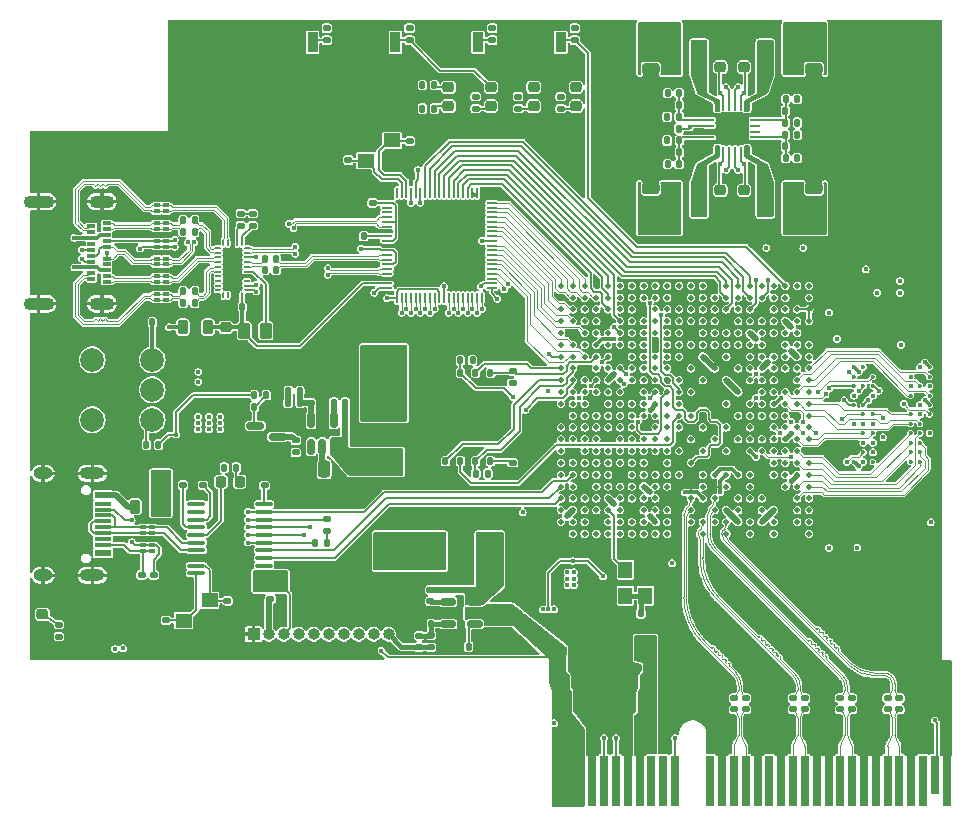
<source format=gbr>
%TF.GenerationSoftware,KiCad,Pcbnew,7.0.10*%
%TF.CreationDate,2024-01-08T21:13:15+10:00*%
%TF.ProjectId,PCIeDMA,50434965-444d-4412-9e6b-696361645f70,1*%
%TF.SameCoordinates,Original*%
%TF.FileFunction,Copper,L1,Top*%
%TF.FilePolarity,Positive*%
%FSLAX46Y46*%
G04 Gerber Fmt 4.6, Leading zero omitted, Abs format (unit mm)*
G04 Created by KiCad (PCBNEW 7.0.10) date 2024-01-08 21:13:15*
%MOMM*%
%LPD*%
G01*
G04 APERTURE LIST*
G04 Aperture macros list*
%AMRoundRect*
0 Rectangle with rounded corners*
0 $1 Rounding radius*
0 $2 $3 $4 $5 $6 $7 $8 $9 X,Y pos of 4 corners*
0 Add a 4 corners polygon primitive as box body*
4,1,4,$2,$3,$4,$5,$6,$7,$8,$9,$2,$3,0*
0 Add four circle primitives for the rounded corners*
1,1,$1+$1,$2,$3*
1,1,$1+$1,$4,$5*
1,1,$1+$1,$6,$7*
1,1,$1+$1,$8,$9*
0 Add four rect primitives between the rounded corners*
20,1,$1+$1,$2,$3,$4,$5,0*
20,1,$1+$1,$4,$5,$6,$7,0*
20,1,$1+$1,$6,$7,$8,$9,0*
20,1,$1+$1,$8,$9,$2,$3,0*%
%AMFreePoly0*
4,1,18,-0.250000,0.050000,-0.246194,0.069134,-0.235355,0.085355,-0.219134,0.096194,-0.200000,0.100000,0.150000,0.100000,0.250000,0.000000,0.250000,-0.050000,0.246194,-0.069134,0.235355,-0.085355,0.219134,-0.096194,0.200000,-0.100000,-0.200000,-0.100000,-0.219134,-0.096194,-0.235355,-0.085355,-0.246194,-0.069134,-0.250000,-0.050000,-0.250000,0.050000,-0.250000,0.050000,$1*%
%AMFreePoly1*
4,1,18,-0.250000,0.050000,-0.246194,0.069134,-0.235355,0.085355,-0.219134,0.096194,-0.200000,0.100000,0.200000,0.100000,0.219134,0.096194,0.235355,0.085355,0.246194,0.069134,0.250000,0.050000,0.250000,0.000000,0.150000,-0.100000,-0.200000,-0.100000,-0.219134,-0.096194,-0.235355,-0.085355,-0.246194,-0.069134,-0.250000,-0.050000,-0.250000,0.050000,-0.250000,0.050000,$1*%
%AMFreePoly2*
4,1,18,-0.100000,0.150000,0.000000,0.250000,0.050000,0.250000,0.069134,0.246194,0.085355,0.235355,0.096194,0.219134,0.100000,0.200000,0.100000,-0.200000,0.096194,-0.219134,0.085355,-0.235355,0.069134,-0.246194,0.050000,-0.250000,-0.050000,-0.250000,-0.069134,-0.246194,-0.085355,-0.235355,-0.096194,-0.219134,-0.100000,-0.200000,-0.100000,0.150000,-0.100000,0.150000,$1*%
%AMFreePoly3*
4,1,18,-0.100000,0.200000,-0.096194,0.219134,-0.085355,0.235355,-0.069134,0.246194,-0.050000,0.250000,0.000000,0.250000,0.100000,0.150000,0.100000,-0.200000,0.096194,-0.219134,0.085355,-0.235355,0.069134,-0.246194,0.050000,-0.250000,-0.050000,-0.250000,-0.069134,-0.246194,-0.085355,-0.235355,-0.096194,-0.219134,-0.100000,-0.200000,-0.100000,0.200000,-0.100000,0.200000,$1*%
%AMFreePoly4*
4,1,18,-0.250000,0.050000,-0.246194,0.069134,-0.235355,0.085355,-0.219134,0.096194,-0.200000,0.100000,0.200000,0.100000,0.219134,0.096194,0.235355,0.085355,0.246194,0.069134,0.250000,0.050000,0.250000,-0.050000,0.246194,-0.069134,0.235355,-0.085355,0.219134,-0.096194,0.200000,-0.100000,-0.150000,-0.100000,-0.250000,0.000000,-0.250000,0.050000,-0.250000,0.050000,$1*%
%AMFreePoly5*
4,1,18,-0.250000,0.000000,-0.150000,0.100000,0.200000,0.100000,0.219134,0.096194,0.235355,0.085355,0.246194,0.069134,0.250000,0.050000,0.250000,-0.050000,0.246194,-0.069134,0.235355,-0.085355,0.219134,-0.096194,0.200000,-0.100000,-0.200000,-0.100000,-0.219134,-0.096194,-0.235355,-0.085355,-0.246194,-0.069134,-0.250000,-0.050000,-0.250000,0.000000,-0.250000,0.000000,$1*%
%AMFreePoly6*
4,1,18,-0.100000,0.200000,-0.096194,0.219134,-0.085355,0.235355,-0.069134,0.246194,-0.050000,0.250000,0.050000,0.250000,0.069134,0.246194,0.085355,0.235355,0.096194,0.219134,0.100000,0.200000,0.100000,-0.150000,0.000000,-0.250000,-0.050000,-0.250000,-0.069134,-0.246194,-0.085355,-0.235355,-0.096194,-0.219134,-0.100000,-0.200000,-0.100000,0.200000,-0.100000,0.200000,$1*%
%AMFreePoly7*
4,1,18,-0.100000,0.200000,-0.096194,0.219134,-0.085355,0.235355,-0.069134,0.246194,-0.050000,0.250000,0.050000,0.250000,0.069134,0.246194,0.085355,0.235355,0.096194,0.219134,0.100000,0.200000,0.100000,-0.200000,0.096194,-0.219134,0.085355,-0.235355,0.069134,-0.246194,0.050000,-0.250000,0.000000,-0.250000,-0.100000,-0.150000,-0.100000,0.200000,-0.100000,0.200000,$1*%
G04 Aperture macros list end*
%TA.AperFunction,SMDPad,CuDef*%
%ADD10C,0.500000*%
%TD*%
%TA.AperFunction,SMDPad,CuDef*%
%ADD11RoundRect,0.135000X0.185000X-0.135000X0.185000X0.135000X-0.185000X0.135000X-0.185000X-0.135000X0*%
%TD*%
%TA.AperFunction,SMDPad,CuDef*%
%ADD12RoundRect,0.218750X0.256250X-0.218750X0.256250X0.218750X-0.256250X0.218750X-0.256250X-0.218750X0*%
%TD*%
%TA.AperFunction,SMDPad,CuDef*%
%ADD13RoundRect,0.140000X0.170000X-0.140000X0.170000X0.140000X-0.170000X0.140000X-0.170000X-0.140000X0*%
%TD*%
%TA.AperFunction,SMDPad,CuDef*%
%ADD14FreePoly0,180.000000*%
%TD*%
%TA.AperFunction,SMDPad,CuDef*%
%ADD15RoundRect,0.050000X0.200000X0.050000X-0.200000X0.050000X-0.200000X-0.050000X0.200000X-0.050000X0*%
%TD*%
%TA.AperFunction,SMDPad,CuDef*%
%ADD16FreePoly1,180.000000*%
%TD*%
%TA.AperFunction,SMDPad,CuDef*%
%ADD17FreePoly2,180.000000*%
%TD*%
%TA.AperFunction,SMDPad,CuDef*%
%ADD18RoundRect,0.050000X0.050000X0.200000X-0.050000X0.200000X-0.050000X-0.200000X0.050000X-0.200000X0*%
%TD*%
%TA.AperFunction,SMDPad,CuDef*%
%ADD19FreePoly3,180.000000*%
%TD*%
%TA.AperFunction,SMDPad,CuDef*%
%ADD20FreePoly4,180.000000*%
%TD*%
%TA.AperFunction,SMDPad,CuDef*%
%ADD21FreePoly5,180.000000*%
%TD*%
%TA.AperFunction,SMDPad,CuDef*%
%ADD22FreePoly6,180.000000*%
%TD*%
%TA.AperFunction,SMDPad,CuDef*%
%ADD23FreePoly7,180.000000*%
%TD*%
%TA.AperFunction,SMDPad,CuDef*%
%ADD24RoundRect,0.045833X0.504167X0.654167X-0.504167X0.654167X-0.504167X-0.654167X0.504167X-0.654167X0*%
%TD*%
%TA.AperFunction,SMDPad,CuDef*%
%ADD25RoundRect,0.050000X0.550000X1.550000X-0.550000X1.550000X-0.550000X-1.550000X0.550000X-1.550000X0*%
%TD*%
%TA.AperFunction,SMDPad,CuDef*%
%ADD26RoundRect,0.250000X0.475000X-0.250000X0.475000X0.250000X-0.475000X0.250000X-0.475000X-0.250000X0*%
%TD*%
%TA.AperFunction,SMDPad,CuDef*%
%ADD27RoundRect,0.140000X-0.140000X-0.170000X0.140000X-0.170000X0.140000X0.170000X-0.140000X0.170000X0*%
%TD*%
%TA.AperFunction,SMDPad,CuDef*%
%ADD28RoundRect,0.135000X-0.185000X0.135000X-0.185000X-0.135000X0.185000X-0.135000X0.185000X0.135000X0*%
%TD*%
%TA.AperFunction,SMDPad,CuDef*%
%ADD29RoundRect,0.218750X-0.218750X-0.256250X0.218750X-0.256250X0.218750X0.256250X-0.218750X0.256250X0*%
%TD*%
%TA.AperFunction,SMDPad,CuDef*%
%ADD30RoundRect,0.140000X-0.170000X0.140000X-0.170000X-0.140000X0.170000X-0.140000X0.170000X0.140000X0*%
%TD*%
%TA.AperFunction,SMDPad,CuDef*%
%ADD31R,0.900000X1.700000*%
%TD*%
%TA.AperFunction,SMDPad,CuDef*%
%ADD32RoundRect,0.225000X0.225000X0.250000X-0.225000X0.250000X-0.225000X-0.250000X0.225000X-0.250000X0*%
%TD*%
%TA.AperFunction,SMDPad,CuDef*%
%ADD33R,2.790000X1.903000*%
%TD*%
%TA.AperFunction,SMDPad,CuDef*%
%ADD34RoundRect,0.250000X-0.250000X-0.475000X0.250000X-0.475000X0.250000X0.475000X-0.250000X0.475000X0*%
%TD*%
%TA.AperFunction,SMDPad,CuDef*%
%ADD35RoundRect,0.135000X-0.135000X-0.185000X0.135000X-0.185000X0.135000X0.185000X-0.135000X0.185000X0*%
%TD*%
%TA.AperFunction,SMDPad,CuDef*%
%ADD36RoundRect,0.135000X0.135000X0.185000X-0.135000X0.185000X-0.135000X-0.185000X0.135000X-0.185000X0*%
%TD*%
%TA.AperFunction,SMDPad,CuDef*%
%ADD37RoundRect,0.140000X0.140000X0.170000X-0.140000X0.170000X-0.140000X-0.170000X0.140000X-0.170000X0*%
%TD*%
%TA.AperFunction,SMDPad,CuDef*%
%ADD38RoundRect,0.250000X-0.475000X0.250000X-0.475000X-0.250000X0.475000X-0.250000X0.475000X0.250000X0*%
%TD*%
%TA.AperFunction,SMDPad,CuDef*%
%ADD39RoundRect,0.218750X-0.256250X0.218750X-0.256250X-0.218750X0.256250X-0.218750X0.256250X0.218750X0*%
%TD*%
%TA.AperFunction,SMDPad,CuDef*%
%ADD40RoundRect,0.250000X0.250000X0.475000X-0.250000X0.475000X-0.250000X-0.475000X0.250000X-0.475000X0*%
%TD*%
%TA.AperFunction,SMDPad,CuDef*%
%ADD41R,0.550000X0.300000*%
%TD*%
%TA.AperFunction,SMDPad,CuDef*%
%ADD42R,0.550000X0.400000*%
%TD*%
%TA.AperFunction,SMDPad,CuDef*%
%ADD43R,1.450000X0.600000*%
%TD*%
%TA.AperFunction,SMDPad,CuDef*%
%ADD44R,1.450000X0.300000*%
%TD*%
%TA.AperFunction,ComponentPad*%
%ADD45O,2.100000X1.000000*%
%TD*%
%TA.AperFunction,ComponentPad*%
%ADD46O,1.600000X1.000000*%
%TD*%
%TA.AperFunction,SMDPad,CuDef*%
%ADD47RoundRect,0.150000X-0.512500X-0.150000X0.512500X-0.150000X0.512500X0.150000X-0.512500X0.150000X0*%
%TD*%
%TA.AperFunction,SMDPad,CuDef*%
%ADD48RoundRect,0.100000X0.637500X0.100000X-0.637500X0.100000X-0.637500X-0.100000X0.637500X-0.100000X0*%
%TD*%
%TA.AperFunction,SMDPad,CuDef*%
%ADD49RoundRect,0.050000X-0.050000X0.387500X-0.050000X-0.387500X0.050000X-0.387500X0.050000X0.387500X0*%
%TD*%
%TA.AperFunction,SMDPad,CuDef*%
%ADD50RoundRect,0.050000X-0.387500X0.050000X-0.387500X-0.050000X0.387500X-0.050000X0.387500X0.050000X0*%
%TD*%
%TA.AperFunction,SMDPad,CuDef*%
%ADD51R,6.310000X5.810000*%
%TD*%
%TA.AperFunction,SMDPad,CuDef*%
%ADD52R,1.000000X2.750000*%
%TD*%
%TA.AperFunction,SMDPad,CuDef*%
%ADD53RoundRect,0.225000X-0.250000X0.225000X-0.250000X-0.225000X0.250000X-0.225000X0.250000X0.225000X0*%
%TD*%
%TA.AperFunction,SMDPad,CuDef*%
%ADD54R,0.700000X0.300000*%
%TD*%
%TA.AperFunction,SMDPad,CuDef*%
%ADD55R,0.700000X1.000000*%
%TD*%
%TA.AperFunction,ComponentPad*%
%ADD56O,2.100000X1.100000*%
%TD*%
%TA.AperFunction,ComponentPad*%
%ADD57O,2.600000X1.100000*%
%TD*%
%TA.AperFunction,SMDPad,CuDef*%
%ADD58R,1.400000X1.200000*%
%TD*%
%TA.AperFunction,SMDPad,CuDef*%
%ADD59RoundRect,0.125000X-0.125000X0.200000X-0.125000X-0.200000X0.125000X-0.200000X0.125000X0.200000X0*%
%TD*%
%TA.AperFunction,SMDPad,CuDef*%
%ADD60R,4.300000X3.400000*%
%TD*%
%TA.AperFunction,ComponentPad*%
%ADD61C,2.000000*%
%TD*%
%TA.AperFunction,SMDPad,CuDef*%
%ADD62RoundRect,0.150000X-0.150000X0.512500X-0.150000X-0.512500X0.150000X-0.512500X0.150000X0.512500X0*%
%TD*%
%TA.AperFunction,SMDPad,CuDef*%
%ADD63RoundRect,0.150000X-0.587500X-0.150000X0.587500X-0.150000X0.587500X0.150000X-0.587500X0.150000X0*%
%TD*%
%TA.AperFunction,ConnectorPad*%
%ADD64R,0.700000X4.300000*%
%TD*%
%TA.AperFunction,ConnectorPad*%
%ADD65R,0.700000X3.200000*%
%TD*%
%TA.AperFunction,SMDPad,CuDef*%
%ADD66RoundRect,0.250000X-0.262500X-0.450000X0.262500X-0.450000X0.262500X0.450000X-0.262500X0.450000X0*%
%TD*%
%TA.AperFunction,SMDPad,CuDef*%
%ADD67RoundRect,0.062500X-0.350000X-0.062500X0.350000X-0.062500X0.350000X0.062500X-0.350000X0.062500X0*%
%TD*%
%TA.AperFunction,SMDPad,CuDef*%
%ADD68RoundRect,0.062500X-0.062500X-0.350000X0.062500X-0.350000X0.062500X0.350000X-0.062500X0.350000X0*%
%TD*%
%TA.AperFunction,SMDPad,CuDef*%
%ADD69R,2.600000X2.600000*%
%TD*%
%TA.AperFunction,SMDPad,CuDef*%
%ADD70RoundRect,0.218750X-0.218750X-0.381250X0.218750X-0.381250X0.218750X0.381250X-0.218750X0.381250X0*%
%TD*%
%TA.AperFunction,SMDPad,CuDef*%
%ADD71R,1.903000X2.790000*%
%TD*%
%TA.AperFunction,ComponentPad*%
%ADD72R,1.000000X1.000000*%
%TD*%
%TA.AperFunction,ComponentPad*%
%ADD73O,1.000000X1.000000*%
%TD*%
%TA.AperFunction,SMDPad,CuDef*%
%ADD74RoundRect,0.225000X0.250000X-0.225000X0.250000X0.225000X-0.250000X0.225000X-0.250000X-0.225000X0*%
%TD*%
%TA.AperFunction,SMDPad,CuDef*%
%ADD75R,1.200000X1.400000*%
%TD*%
%TA.AperFunction,SMDPad,CuDef*%
%ADD76C,0.360000*%
%TD*%
%TA.AperFunction,SMDPad,CuDef*%
%ADD77RoundRect,0.225000X-0.225000X-0.250000X0.225000X-0.250000X0.225000X0.250000X-0.225000X0.250000X0*%
%TD*%
%TA.AperFunction,ViaPad*%
%ADD78C,0.400000*%
%TD*%
%TA.AperFunction,Conductor*%
%ADD79C,0.200000*%
%TD*%
%TA.AperFunction,Conductor*%
%ADD80C,0.100000*%
%TD*%
%TA.AperFunction,Conductor*%
%ADD81C,0.500000*%
%TD*%
%TA.AperFunction,Conductor*%
%ADD82C,0.400000*%
%TD*%
%TA.AperFunction,Conductor*%
%ADD83C,0.300000*%
%TD*%
%TA.AperFunction,Conductor*%
%ADD84C,0.115600*%
%TD*%
%TA.AperFunction,Conductor*%
%ADD85C,0.150000*%
%TD*%
%TA.AperFunction,Conductor*%
%ADD86C,0.146812*%
%TD*%
%TA.AperFunction,Conductor*%
%ADD87C,0.131318*%
%TD*%
%TA.AperFunction,Conductor*%
%ADD88C,0.119600*%
%TD*%
G04 APERTURE END LIST*
%TA.AperFunction,EtchedComponent*%
%TO.C,NT2*%
G36*
X67883883Y-24969670D02*
G01*
X67176776Y-25676777D01*
X66823223Y-25323224D01*
X67530330Y-24616117D01*
X67883883Y-24969670D01*
G37*
%TD.AperFunction*%
%TD*%
D10*
%TO.P,NT2,1,1*%
%TO.N,/FPGA/BIT2*%
X67000000Y-25500000D03*
%TO.P,NT2,2,2*%
%TO.N,GND*%
X67707106Y-24792894D03*
%TD*%
D11*
%TO.P,R71,2*%
%TO.N,Net-(D6-A)*%
X3500000Y-52190000D03*
%TO.P,R71,1*%
%TO.N,+5V*%
X3500000Y-53210000D03*
%TD*%
D12*
%TO.P,D6,1,K*%
%TO.N,GND*%
X2100000Y-52887500D03*
%TO.P,D6,2,A*%
%TO.N,Net-(D6-A)*%
X2100000Y-51312500D03*
%TD*%
D13*
%TO.P,C28,1*%
%TO.N,/USB JTAG/JTAG_XO*%
X12550000Y-51830000D03*
%TO.P,C28,2*%
%TO.N,GND*%
X12550000Y-50870000D03*
%TD*%
D11*
%TO.P,R47,1*%
%TO.N,+5V_JTAG*%
X23550000Y-37610000D03*
%TO.P,R47,2*%
%TO.N,/Board Power/5VJT_SW_EN*%
X23550000Y-36590000D03*
%TD*%
D14*
%TO.P,U6,1,CC2*%
%TO.N,/USB Data/Type C Mux/CC2*%
X19400000Y-23900000D03*
D15*
%TO.P,U6,2,CC1*%
%TO.N,/USB Data/Type C Mux/CC1*%
X19400000Y-23500000D03*
%TO.P,U6,3,CURRENT_MODE*%
%TO.N,unconnected-(U6-CURRENT_MODE-Pad3)*%
X19400000Y-23100000D03*
%TO.P,U6,4,PORT*%
%TO.N,GND*%
X19400000Y-22700000D03*
%TO.P,U6,5,VBUS_DET*%
%TO.N,/USB Data/Type C Mux/VBUS_DET*%
X19400000Y-22300000D03*
%TO.P,U6,6,TXp*%
%TO.N,/USB Data/Type C Mux/TOD_C_P*%
X19400000Y-21900000D03*
%TO.P,U6,7,TXn*%
%TO.N,/USB Data/Type C Mux/TOD_C_N*%
X19400000Y-21500000D03*
%TO.P,U6,8,VCC33*%
%TO.N,+3.3V*%
X19400000Y-21100000D03*
%TO.P,U6,9,RXp*%
%TO.N,/USB Data/FT601/RIDP*%
X19400000Y-20700000D03*
D16*
%TO.P,U6,10,RXn*%
%TO.N,/USB Data/FT601/RIDN*%
X19400000Y-20300000D03*
D17*
%TO.P,U6,11,DIR*%
%TO.N,/USB Data/Type C Mux/DIR*%
X19000000Y-19900000D03*
D18*
%TO.P,U6,12,ENn_MUX*%
%TO.N,Net-(U6-ENn_MUX)*%
X18600000Y-19900000D03*
%TO.P,U6,13,GND*%
%TO.N,GND*%
X18200000Y-19900000D03*
%TO.P,U6,14,RX1n*%
%TO.N,/USB Data/Type C Mux/RX1-*%
X17800000Y-19900000D03*
D19*
%TO.P,U6,15,RX1p*%
%TO.N,/USB Data/Type C Mux/RX1+*%
X17400000Y-19900000D03*
D20*
%TO.P,U6,16,TX1n*%
%TO.N,/USB Data/Type C Mux/TX1_C_N*%
X17000000Y-20300000D03*
D15*
%TO.P,U6,17,TX1p*%
%TO.N,/USB Data/Type C Mux/TX1_C_P*%
X17000000Y-20700000D03*
%TO.P,U6,18,RX2n*%
%TO.N,/USB Data/Type C Mux/RX2-*%
X17000000Y-21100000D03*
%TO.P,U6,19,RX2p*%
%TO.N,/USB Data/Type C Mux/RX2+*%
X17000000Y-21500000D03*
%TO.P,U6,20,TX2n*%
%TO.N,/USB Data/Type C Mux/TX2_C_N*%
X17000000Y-21900000D03*
%TO.P,U6,21,TX2p*%
%TO.N,/USB Data/Type C Mux/TX2_C_P*%
X17000000Y-22300000D03*
%TO.P,U6,22,ADDR*%
%TO.N,unconnected-(U6-ADDR-Pad22)*%
X17000000Y-22700000D03*
%TO.P,U6,23,INT_N/OUT3*%
%TO.N,unconnected-(U6-INT_N{slash}OUT3-Pad23)*%
X17000000Y-23100000D03*
%TO.P,U6,24,VCONN_FAULT_N*%
%TO.N,unconnected-(U6-VCONN_FAULT_N-Pad24)*%
X17000000Y-23500000D03*
D21*
%TO.P,U6,25,SDA/OUT1*%
%TO.N,unconnected-(U6-SDA{slash}OUT1-Pad25)*%
X17000000Y-23900000D03*
D22*
%TO.P,U6,26,SCL/OUT2*%
%TO.N,unconnected-(U6-SCL{slash}OUT2-Pad26)*%
X17400000Y-24300000D03*
D18*
%TO.P,U6,27,ID*%
%TO.N,unconnected-(U6-ID-Pad27)*%
X17800000Y-24300000D03*
%TO.P,U6,28,GND*%
%TO.N,GND*%
X18200000Y-24300000D03*
%TO.P,U6,29,ENn_CC*%
X18600000Y-24300000D03*
D23*
%TO.P,U6,30,VDD5*%
%TO.N,+5V_DATA*%
X19000000Y-24300000D03*
D24*
%TO.P,U6,31,EP*%
%TO.N,GND*%
X18200000Y-22900000D03*
D25*
X18200000Y-22100000D03*
D24*
X18200000Y-21300000D03*
%TD*%
D26*
%TO.P,C111,1*%
%TO.N,+MGTAVCC*%
X53600000Y-17150000D03*
%TO.P,C111,2*%
%TO.N,GND*%
X53600000Y-15250000D03*
%TD*%
D27*
%TO.P,C21,1*%
%TO.N,+12V*%
X45970000Y-55800000D03*
%TO.P,C21,2*%
%TO.N,GND*%
X46930000Y-55800000D03*
%TD*%
D28*
%TO.P,R36,1*%
%TO.N,+VCCO*%
X38775000Y-7490000D03*
%TO.P,R36,2*%
%TO.N,Net-(D4-A)*%
X38775000Y-8510000D03*
%TD*%
D29*
%TO.P,D1,1,K*%
%TO.N,/USB JTAG/ACT*%
X17212500Y-40100000D03*
%TO.P,D1,2,A*%
%TO.N,Net-(D1-A)*%
X18787500Y-40100000D03*
%TD*%
D30*
%TO.P,C5,1*%
%TO.N,/FPGA/RX0_P*%
X60650000Y-58420000D03*
%TO.P,C5,2*%
%TO.N,/PCIe 4x/PET0_P*%
X60650000Y-59380000D03*
%TD*%
D27*
%TO.P,C31,1*%
%TO.N,/USB Data/Type C Mux/TX1-*%
X14020000Y-18925000D03*
%TO.P,C31,2*%
%TO.N,/USB Data/Type C Mux/TX1_C_P*%
X14980000Y-18925000D03*
%TD*%
D11*
%TO.P,R13,1*%
%TO.N,/USB JTAG/RTS1*%
X15700000Y-40410000D03*
%TO.P,R13,2*%
%TO.N,GND*%
X15700000Y-39390000D03*
%TD*%
D27*
%TO.P,C34,1*%
%TO.N,/USB Data/Type C Mux/TX2+*%
X14020000Y-23975000D03*
%TO.P,C34,2*%
%TO.N,/USB Data/Type C Mux/TX2_C_N*%
X14980000Y-23975000D03*
%TD*%
D31*
%TO.P,SW3,1,1*%
%TO.N,GND*%
X28575000Y-2900000D03*
%TO.P,SW3,2,2*%
%TO.N,/FPGA/Bank 0/INIT_B*%
X31975000Y-2900000D03*
%TD*%
D30*
%TO.P,C4,1*%
%TO.N,/FPGA/RX3_N*%
X74650000Y-58420000D03*
%TO.P,C4,2*%
%TO.N,/PCIe 4x/PET3_N*%
X74650000Y-59380000D03*
%TD*%
D32*
%TO.P,C25,1*%
%TO.N,+5V_JTAG*%
X12025000Y-40600000D03*
%TO.P,C25,2*%
%TO.N,GND*%
X10475000Y-40600000D03*
%TD*%
%TO.P,C23,1*%
%TO.N,+3.3V*%
X53425000Y-57100000D03*
%TO.P,C23,2*%
%TO.N,GND*%
X51875000Y-57100000D03*
%TD*%
D27*
%TO.P,C107,1*%
%TO.N,+MGTAVCC*%
X55020000Y-13200000D03*
%TO.P,C107,2*%
%TO.N,/FPGA Power/FB2*%
X55980000Y-13200000D03*
%TD*%
D33*
%TO.P,L2,1,1*%
%TO.N,/Board Power/3V3_SW_OUT*%
X31000000Y-38426500D03*
%TO.P,L2,2,2*%
%TO.N,+3.3V*%
X31000000Y-33573500D03*
%TD*%
D10*
%TO.P,U8,A1,IO_L1N_T0_AD4N_35*%
%TO.N,unconnected-(U8C-IO_L1N_T0_AD4N_35-PadA1)*%
X67000000Y-44500000D03*
%TO.P,U8,A2,GND*%
%TO.N,GND*%
X66000000Y-44500000D03*
%TO.P,U8,A3,GND*%
X65000000Y-44500000D03*
%TO.P,U8,A4,MGTPTXN0_216*%
%TO.N,/FPGA/TX3_N*%
X64000000Y-44500000D03*
%TO.P,U8,A5,GND*%
%TO.N,GND*%
X63000000Y-44500000D03*
%TO.P,U8,A6,MGTPTXN2_216*%
%TO.N,/FPGA/TX1_N*%
X62000000Y-44500000D03*
%TO.P,U8,A7,GND*%
%TO.N,GND*%
X61000000Y-44500000D03*
%TO.P,U8,A8,MGTPRXN0_216*%
%TO.N,/FPGA/RX3_N*%
X60000000Y-44500000D03*
%TO.P,U8,A9,GND*%
%TO.N,GND*%
X59000000Y-44500000D03*
%TO.P,U8,A10,MGTPRXN2_216*%
%TO.N,/FPGA/RX1_N*%
X58000000Y-44500000D03*
%TO.P,U8,A11,GND*%
%TO.N,GND*%
X57000000Y-44500000D03*
%TO.P,U8,A12,GND*%
X56000000Y-44500000D03*
%TO.P,U8,A13,IO_L10P_T1_16*%
%TO.N,unconnected-(U8B-IO_L10P_T1_16-PadA13)*%
X55000000Y-44500000D03*
%TO.P,U8,A14,IO_L10N_T1_16*%
%TO.N,/FPGA/WAKE*%
X54000000Y-44500000D03*
%TO.P,U8,A15,IO_L9P_T1_DQS_16*%
%TO.N,/FPGA/PCIE.SDA*%
X53000000Y-44500000D03*
%TO.P,U8,A16,IO_L9N_T1_DQS_16*%
%TO.N,/FPGA/PCIE.SCL*%
X52000000Y-44500000D03*
%TO.P,U8,A17,VCCO_16*%
%TO.N,+VCCO*%
X51000000Y-44500000D03*
%TO.P,U8,A18,IO_L17P_T2_16*%
%TO.N,unconnected-(U8B-IO_L17P_T2_16-PadA18)*%
X50000000Y-44500000D03*
%TO.P,U8,A19,IO_L17N_T2_16*%
%TO.N,unconnected-(U8B-IO_L17N_T2_16-PadA19)*%
X49000000Y-44500000D03*
%TO.P,U8,A20,IO_L16N_T2_16*%
%TO.N,unconnected-(U8B-IO_L16N_T2_16-PadA20)*%
X48000000Y-44500000D03*
%TO.P,U8,A21,IO_L21N_T3_DQS_16*%
%TO.N,unconnected-(U8B-IO_L21N_T3_DQS_16-PadA21)*%
X47000000Y-44500000D03*
%TO.P,U8,A22,GND*%
%TO.N,GND*%
X46000000Y-44500000D03*
%TO.P,U8,AA1,IO_L7P_T1_34*%
%TO.N,unconnected-(U8C-IO_L7P_T1_34-PadAA1)*%
X67000000Y-24500000D03*
%TO.P,U8,AA2,GND*%
%TO.N,GND*%
X66000000Y-24500000D03*
%TO.P,U8,AA3,IO_L9N_T1_DQS_34*%
%TO.N,unconnected-(U8C-IO_L9N_T1_DQS_34-PadAA3)*%
X65000000Y-24500000D03*
%TO.P,U8,AA4,IO_L11N_T1_SRCC_34*%
%TO.N,unconnected-(U8C-IO_L11N_T1_SRCC_34-PadAA4)*%
X64000000Y-24500000D03*
%TO.P,U8,AA5,IO_L10P_T1_34*%
%TO.N,/FPGA/USER_SW2*%
X63000000Y-24500000D03*
%TO.P,U8,AA6,IO_L18N_T2_34*%
%TO.N,/FPGA/RD*%
X62000000Y-24500000D03*
%TO.P,U8,AA7,VCCO_34*%
%TO.N,+VCCO*%
X61000000Y-24500000D03*
%TO.P,U8,AA8,IO_L22P_T3_34*%
%TO.N,/FPGA/TXE*%
X60000000Y-24500000D03*
%TO.P,U8,AA9*%
%TO.N,N/C*%
X59000000Y-24500000D03*
%TO.P,U8,AA10*%
X58000000Y-24500000D03*
%TO.P,U8,AA11*%
X57000000Y-24500000D03*
%TO.P,U8,AA12,GND*%
%TO.N,GND*%
X56000000Y-24500000D03*
%TO.P,U8,AA13*%
%TO.N,N/C*%
X55000000Y-24500000D03*
%TO.P,U8,AA14*%
X54000000Y-24500000D03*
%TO.P,U8,AA15*%
X53000000Y-24500000D03*
%TO.P,U8,AA16*%
X52000000Y-24500000D03*
%TO.P,U8,AA17,VCCO_13*%
%TO.N,unconnected-(U8A-VCCO_13-PadAA17)*%
X51000000Y-24500000D03*
%TO.P,U8,AA18,IO_L17P_T2_A14_D30_14*%
%TO.N,/FPGA/BE1*%
X50000000Y-24500000D03*
%TO.P,U8,AA19,IO_L15P_T2_DQS_RDWR_B_14*%
%TO.N,/FPGA/DATA30*%
X49000000Y-24500000D03*
%TO.P,U8,AA20,IO_L8P_T1_D11_14*%
%TO.N,/FPGA/DATA28*%
X48000000Y-24500000D03*
%TO.P,U8,AA21,IO_L8N_T1_D12_14*%
%TO.N,/FPGA/DATA26*%
X47000000Y-24500000D03*
%TO.P,U8,AA22,GND*%
%TO.N,GND*%
X46000000Y-24500000D03*
%TO.P,U8,AB1,IO_L7N_T1_34*%
%TO.N,unconnected-(U8C-IO_L7N_T1_34-PadAB1)*%
X67000000Y-23500000D03*
%TO.P,U8,AB2,IO_L8N_T1_34*%
%TO.N,unconnected-(U8C-IO_L8N_T1_34-PadAB2)*%
X66000000Y-23500000D03*
%TO.P,U8,AB3,IO_L8P_T1_34*%
%TO.N,/FPGA/USER_SW1*%
X65000000Y-23500000D03*
%TO.P,U8,AB4,VCCO_34*%
%TO.N,+VCCO*%
X64000000Y-23500000D03*
%TO.P,U8,AB5,IO_L10N_T1_34*%
%TO.N,/FPGA/USER_LD2*%
X63000000Y-23500000D03*
%TO.P,U8,AB6,IO_L20N_T3_34*%
%TO.N,/FPGA/OE*%
X62000000Y-23500000D03*
%TO.P,U8,AB7,IO_L20P_T3_34*%
%TO.N,/FPGA/WR*%
X61000000Y-23500000D03*
%TO.P,U8,AB8,IO_L22N_T3_34*%
%TO.N,/FPGA/RXF*%
X60000000Y-23500000D03*
%TO.P,U8,AB9,GND*%
%TO.N,GND*%
X59000000Y-23500000D03*
%TO.P,U8,AB10*%
%TO.N,N/C*%
X58000000Y-23500000D03*
%TO.P,U8,AB11*%
X57000000Y-23500000D03*
%TO.P,U8,AB12*%
X56000000Y-23500000D03*
%TO.P,U8,AB13*%
X55000000Y-23500000D03*
%TO.P,U8,AB14,VCCO_13*%
%TO.N,unconnected-(U8A-VCCO_13-PadAB14)*%
X54000000Y-23500000D03*
%TO.P,U8,AB15*%
%TO.N,N/C*%
X53000000Y-23500000D03*
%TO.P,U8,AB16*%
X52000000Y-23500000D03*
%TO.P,U8,AB17*%
X51000000Y-23500000D03*
%TO.P,U8,AB18,IO_L17N_T2_A13_D29_14*%
%TO.N,/FPGA/BE2*%
X50000000Y-23500000D03*
%TO.P,U8,AB19,GND*%
%TO.N,GND*%
X49000000Y-23500000D03*
%TO.P,U8,AB20,IO_L15N_T2_DQS_DOUT_CSO_B_14*%
%TO.N,/FPGA/DATA31*%
X48000000Y-23500000D03*
%TO.P,U8,AB21,IO_L10P_T1_D14_14*%
%TO.N,/FPGA/DATA29*%
X47000000Y-23500000D03*
%TO.P,U8,AB22,IO_L10N_T1_D15_14*%
%TO.N,/FPGA/DATA27*%
X46000000Y-23500000D03*
%TO.P,U8,B1,IO_L1P_T0_AD4P_35*%
%TO.N,unconnected-(U8C-IO_L1P_T0_AD4P_35-PadB1)*%
X67000000Y-43500000D03*
%TO.P,U8,B2,IO_L2N_T0_AD12N_35*%
%TO.N,unconnected-(U8C-IO_L2N_T0_AD12N_35-PadB2)*%
X66000000Y-43500000D03*
%TO.P,U8,B3,GND*%
%TO.N,GND*%
X65000000Y-43500000D03*
%TO.P,U8,B4,MGTPTXP0_216*%
%TO.N,/FPGA/TX3_P*%
X64000000Y-43500000D03*
%TO.P,U8,B5,MGTAVTT*%
%TO.N,+MGTAVTT*%
X63000000Y-43500000D03*
%TO.P,U8,B6,MGTPTXP2_216*%
%TO.N,/FPGA/TX1_P*%
X62000000Y-43500000D03*
%TO.P,U8,B7,MGTAVTT*%
%TO.N,+MGTAVTT*%
X61000000Y-43500000D03*
%TO.P,U8,B8,MGTPRXP0_216*%
%TO.N,/FPGA/RX3_P*%
X60000000Y-43500000D03*
%TO.P,U8,B9,MGTAVTT*%
%TO.N,+MGTAVTT*%
X59000000Y-43500000D03*
%TO.P,U8,B10,MGTPRXP2_216*%
%TO.N,/FPGA/RX1_P*%
X58000000Y-43500000D03*
%TO.P,U8,B11,MGTAVTT*%
%TO.N,+MGTAVTT*%
X57000000Y-43500000D03*
%TO.P,U8,B12,GND*%
%TO.N,GND*%
X56000000Y-43500000D03*
%TO.P,U8,B13,IO_L8N_T1_16*%
%TO.N,/FPGA/PERST*%
X55000000Y-43500000D03*
%TO.P,U8,B14,VCCO_16*%
%TO.N,+VCCO*%
X54000000Y-43500000D03*
%TO.P,U8,B15,IO_L7P_T1_16*%
%TO.N,unconnected-(U8B-IO_L7P_T1_16-PadB15)*%
X53000000Y-43500000D03*
%TO.P,U8,B16,IO_L7N_T1_16*%
%TO.N,unconnected-(U8B-IO_L7N_T1_16-PadB16)*%
X52000000Y-43500000D03*
%TO.P,U8,B17,IO_L11P_T1_SRCC_16*%
%TO.N,unconnected-(U8B-IO_L11P_T1_SRCC_16-PadB17)*%
X51000000Y-43500000D03*
%TO.P,U8,B18,IO_L11N_T1_SRCC_16*%
%TO.N,unconnected-(U8B-IO_L11N_T1_SRCC_16-PadB18)*%
X50000000Y-43500000D03*
%TO.P,U8,B19,GND*%
%TO.N,GND*%
X49000000Y-43500000D03*
%TO.P,U8,B20,IO_L16P_T2_16*%
%TO.N,unconnected-(U8B-IO_L16P_T2_16-PadB20)*%
X48000000Y-43500000D03*
%TO.P,U8,B21,IO_L21P_T3_DQS_16*%
%TO.N,unconnected-(U8B-IO_L21P_T3_DQS_16-PadB21)*%
X47000000Y-43500000D03*
%TO.P,U8,B22,IO_L20N_T3_16*%
%TO.N,unconnected-(U8B-IO_L20N_T3_16-PadB22)*%
X46000000Y-43500000D03*
%TO.P,U8,C1,VCCO_35*%
%TO.N,+VCCAUX*%
X67000000Y-42500000D03*
%TO.P,U8,C2,IO_L2P_T0_AD12P_35*%
%TO.N,unconnected-(U8C-IO_L2P_T0_AD12P_35-PadC2)*%
X66000000Y-42500000D03*
%TO.P,U8,C3,GND*%
%TO.N,GND*%
X65000000Y-42500000D03*
%TO.P,U8,C4,MGTAVTT*%
%TO.N,+MGTAVTT*%
X64000000Y-42500000D03*
%TO.P,U8,C5,MGTPTXN1_216*%
%TO.N,/FPGA/TX2_N*%
X63000000Y-42500000D03*
%TO.P,U8,C6,GND*%
%TO.N,GND*%
X62000000Y-42500000D03*
%TO.P,U8,C7,MGTPTXN3_216*%
%TO.N,/FPGA/TX0_N*%
X61000000Y-42500000D03*
%TO.P,U8,C8,MGTAVTT*%
%TO.N,+MGTAVTT*%
X60000000Y-42500000D03*
%TO.P,U8,C9,MGTPRXN3_216*%
%TO.N,/FPGA/RX2_N*%
X59000000Y-42500000D03*
%TO.P,U8,C10,GND*%
%TO.N,GND*%
X58000000Y-42500000D03*
%TO.P,U8,C11,MGTPRXN1_216*%
%TO.N,/FPGA/RX0_N*%
X57000000Y-42500000D03*
%TO.P,U8,C12,GND*%
%TO.N,GND*%
X56000000Y-42500000D03*
%TO.P,U8,C13,IO_L8P_T1_16*%
%TO.N,unconnected-(U8B-IO_L8P_T1_16-PadC13)*%
X55000000Y-42500000D03*
%TO.P,U8,C14,IO_L3P_T0_DQS_16*%
%TO.N,unconnected-(U8B-IO_L3P_T0_DQS_16-PadC14)*%
X54000000Y-42500000D03*
%TO.P,U8,C15,IO_L3N_T0_DQS_16*%
%TO.N,unconnected-(U8B-IO_L3N_T0_DQS_16-PadC15)*%
X53000000Y-42500000D03*
%TO.P,U8,C16,GND*%
%TO.N,GND*%
X52000000Y-42500000D03*
%TO.P,U8,C17,IO_L12N_T1_MRCC_16*%
%TO.N,unconnected-(U8B-IO_L12N_T1_MRCC_16-PadC17)*%
X51000000Y-42500000D03*
%TO.P,U8,C18,IO_L13P_T2_MRCC_16*%
%TO.N,/FPGA/OSC*%
X50000000Y-42500000D03*
%TO.P,U8,C19,IO_L13N_T2_MRCC_16*%
%TO.N,unconnected-(U8B-IO_L13N_T2_MRCC_16-PadC19)*%
X49000000Y-42500000D03*
%TO.P,U8,C20,IO_L19N_T3_VREF_16*%
%TO.N,unconnected-(U8B-IO_L19N_T3_VREF_16-PadC20)*%
X48000000Y-42500000D03*
%TO.P,U8,C21,VCCO_16*%
%TO.N,+VCCO*%
X47000000Y-42500000D03*
%TO.P,U8,C22,IO_L20P_T3_16*%
%TO.N,unconnected-(U8B-IO_L20P_T3_16-PadC22)*%
X46000000Y-42500000D03*
%TO.P,U8,D1,IO_L3N_T0_DQS_AD5N_35*%
%TO.N,unconnected-(U8C-IO_L3N_T0_DQS_AD5N_35-PadD1)*%
X67000000Y-41500000D03*
%TO.P,U8,D2,IO_L4N_T0_35*%
%TO.N,/FPGA/ADDR4*%
X66000000Y-41500000D03*
%TO.P,U8,D3,GND*%
%TO.N,GND*%
X65000000Y-41500000D03*
%TO.P,U8,D4,GND*%
X64000000Y-41500000D03*
%TO.P,U8,D5,MGTPTXP1_216*%
%TO.N,/FPGA/TX2_P*%
X63000000Y-41500000D03*
%TO.P,U8,D6,MGTAVCC*%
%TO.N,+MGTAVCC*%
X62000000Y-41500000D03*
%TO.P,U8,D7,MGTPTXP3_216*%
%TO.N,/FPGA/TX0_P*%
X61000000Y-41500000D03*
%TO.P,U8,D8,GND*%
%TO.N,GND*%
X60000000Y-41500000D03*
%TO.P,U8,D9,MGTPRXP3_216*%
%TO.N,/FPGA/RX2_P*%
X59000000Y-41500000D03*
%TO.P,U8,D10,MGTAVCC*%
%TO.N,+MGTAVCC*%
X58000000Y-41500000D03*
%TO.P,U8,D11,MGTPRXP1_216*%
%TO.N,/FPGA/RX0_P*%
X57000000Y-41500000D03*
%TO.P,U8,D12,GND*%
%TO.N,GND*%
X56000000Y-41500000D03*
%TO.P,U8,D13,GND*%
X55000000Y-41500000D03*
%TO.P,U8,D14,IO_L6P_T0_16*%
%TO.N,unconnected-(U8B-IO_L6P_T0_16-PadD14)*%
X54000000Y-41500000D03*
%TO.P,U8,D15,IO_L6N_T0_VREF_16*%
%TO.N,unconnected-(U8B-IO_L6N_T0_VREF_16-PadD15)*%
X53000000Y-41500000D03*
%TO.P,U8,D16,IO_L5N_T0_16*%
%TO.N,unconnected-(U8B-IO_L5N_T0_16-PadD16)*%
X52000000Y-41500000D03*
%TO.P,U8,D17,IO_L12P_T1_MRCC_16*%
%TO.N,unconnected-(U8B-IO_L12P_T1_MRCC_16-PadD17)*%
X51000000Y-41500000D03*
%TO.P,U8,D18,VCCO_16*%
%TO.N,+VCCO*%
X50000000Y-41500000D03*
%TO.P,U8,D19,IO_L14N_T2_SRCC_16*%
%TO.N,unconnected-(U8B-IO_L14N_T2_SRCC_16-PadD19)*%
X49000000Y-41500000D03*
%TO.P,U8,D20,IO_L19P_T3_16*%
%TO.N,unconnected-(U8B-IO_L19P_T3_16-PadD20)*%
X48000000Y-41500000D03*
%TO.P,U8,D21,IO_L23N_T3_16*%
%TO.N,unconnected-(U8B-IO_L23N_T3_16-PadD21)*%
X47000000Y-41500000D03*
%TO.P,U8,D22,IO_L22N_T3_16*%
%TO.N,/FPGA/TX*%
X46000000Y-41500000D03*
%TO.P,U8,E1,IO_L3P_T0_DQS_AD5P_35*%
%TO.N,/FPGA/ADDR8*%
X67000000Y-40500000D03*
%TO.P,U8,E2,IO_L4P_T0_35*%
%TO.N,/FPGA/ADDR13*%
X66000000Y-40500000D03*
%TO.P,U8,E3,IO_L6N_T0_VREF_35*%
%TO.N,unconnected-(U8C-IO_L6N_T0_VREF_35-PadE3)*%
X65000000Y-40500000D03*
%TO.P,U8,E4,GND*%
%TO.N,GND*%
X64000000Y-40500000D03*
%TO.P,U8,E5,GND*%
X63000000Y-40500000D03*
%TO.P,U8,E6,MGTREFCLK0N_216*%
%TO.N,unconnected-(U8D-MGTREFCLK0N_216-PadE6)*%
X62000000Y-40500000D03*
%TO.P,U8,E7,GND*%
%TO.N,GND*%
X61000000Y-40500000D03*
%TO.P,U8,E8,MGTAVCC*%
%TO.N,+MGTAVCC*%
X60000000Y-40500000D03*
%TO.P,U8,E9,GND*%
%TO.N,GND*%
X59000000Y-40500000D03*
%TO.P,U8,E10,MGTREFCLK1N_216*%
%TO.N,/FPGA/CLK_N*%
X58000000Y-40500000D03*
%TO.P,U8,E11,GND*%
%TO.N,GND*%
X57000000Y-40500000D03*
%TO.P,U8,E12,VCCBATT_0*%
X56000000Y-40500000D03*
%TO.P,U8,E13,IO_L4P_T0_16*%
%TO.N,unconnected-(U8B-IO_L4P_T0_16-PadE13)*%
X55000000Y-40500000D03*
%TO.P,U8,E14,IO_L4N_T0_16*%
%TO.N,unconnected-(U8B-IO_L4N_T0_16-PadE14)*%
X54000000Y-40500000D03*
%TO.P,U8,E15,VCCO_16*%
%TO.N,+VCCO*%
X53000000Y-40500000D03*
%TO.P,U8,E16,IO_L5P_T0_16*%
%TO.N,unconnected-(U8B-IO_L5P_T0_16-PadE16)*%
X52000000Y-40500000D03*
%TO.P,U8,E17,IO_L2N_T0_16*%
%TO.N,unconnected-(U8B-IO_L2N_T0_16-PadE17)*%
X51000000Y-40500000D03*
%TO.P,U8,E18,IO_L15N_T2_DQS_16*%
%TO.N,unconnected-(U8B-IO_L15N_T2_DQS_16-PadE18)*%
X50000000Y-40500000D03*
%TO.P,U8,E19,IO_L14P_T2_SRCC_16*%
%TO.N,unconnected-(U8B-IO_L14P_T2_SRCC_16-PadE19)*%
X49000000Y-40500000D03*
%TO.P,U8,E20,GND*%
%TO.N,GND*%
X48000000Y-40500000D03*
%TO.P,U8,E21,IO_L23P_T3_16*%
%TO.N,unconnected-(U8B-IO_L23P_T3_16-PadE21)*%
X47000000Y-40500000D03*
%TO.P,U8,E22,IO_L22P_T3_16*%
%TO.N,/FPGA/RX*%
X46000000Y-40500000D03*
%TO.P,U8,F1,IO_L5N_T0_AD13N_35*%
%TO.N,/FPGA/ADDR0*%
X67000000Y-39500000D03*
%TO.P,U8,F2,VCCO_35*%
%TO.N,+VCCAUX*%
X66000000Y-39500000D03*
%TO.P,U8,F3,IO_L6P_T0_35*%
%TO.N,/FPGA/ADDR12*%
X65000000Y-39500000D03*
%TO.P,U8,F4,IO_0_35*%
%TO.N,unconnected-(U8C-IO_0_35-PadF4)*%
X64000000Y-39500000D03*
%TO.P,U8,F5,GND*%
%TO.N,GND*%
X63000000Y-39500000D03*
%TO.P,U8,F6,MGTREFCLK0P_216*%
%TO.N,unconnected-(U8D-MGTREFCLK0P_216-PadF6)*%
X62000000Y-39500000D03*
%TO.P,U8,F7,MGTAVCC*%
%TO.N,+MGTAVCC*%
X61000000Y-39500000D03*
%TO.P,U8,F8,MGTRREF_216*%
%TO.N,/FPGA/GTP/MGTRREF*%
X60000000Y-39500000D03*
%TO.P,U8,F9,MGTAVCC*%
%TO.N,+MGTAVCC*%
X59000000Y-39500000D03*
%TO.P,U8,F10,MGTREFCLK1P_216*%
%TO.N,/FPGA/CLK_P*%
X58000000Y-39500000D03*
%TO.P,U8,F11,GND*%
%TO.N,GND*%
X57000000Y-39500000D03*
%TO.P,U8,F12,VCCO_0*%
%TO.N,+VCCO*%
X56000000Y-39500000D03*
%TO.P,U8,F13,IO_L1P_T0_16*%
%TO.N,unconnected-(U8B-IO_L1P_T0_16-PadF13)*%
X55000000Y-39500000D03*
%TO.P,U8,F14,IO_L1N_T0_16*%
%TO.N,unconnected-(U8B-IO_L1N_T0_16-PadF14)*%
X54000000Y-39500000D03*
%TO.P,U8,F15,IO_0_16*%
%TO.N,unconnected-(U8B-IO_0_16-PadF15)*%
X53000000Y-39500000D03*
%TO.P,U8,F16,IO_L2P_T0_16*%
%TO.N,unconnected-(U8B-IO_L2P_T0_16-PadF16)*%
X52000000Y-39500000D03*
%TO.P,U8,F17,GND*%
%TO.N,GND*%
X51000000Y-39500000D03*
%TO.P,U8,F18,IO_L15P_T2_DQS_16*%
%TO.N,unconnected-(U8B-IO_L15P_T2_DQS_16-PadF18)*%
X50000000Y-39500000D03*
%TO.P,U8,F19,IO_L18P_T2_16*%
%TO.N,unconnected-(U8B-IO_L18P_T2_16-PadF19)*%
X49000000Y-39500000D03*
%TO.P,U8,F20,IO_L18N_T2_16*%
%TO.N,unconnected-(U8B-IO_L18N_T2_16-PadF20)*%
X48000000Y-39500000D03*
%TO.P,U8,F21,IO_25_16*%
%TO.N,/FPGA/TRST*%
X47000000Y-39500000D03*
%TO.P,U8,F22,VCCO_16*%
%TO.N,+VCCO*%
X46000000Y-39500000D03*
%TO.P,U8,G1,IO_L5P_T0_AD13P_35*%
%TO.N,/FPGA/ADDR6*%
X67000000Y-38500000D03*
%TO.P,U8,G2,IO_L8N_T1_AD14N_35*%
%TO.N,/FPGA/ADDR11*%
X66000000Y-38500000D03*
%TO.P,U8,G3,IO_L11N_T1_SRCC_35*%
%TO.N,/FPGA/ADDR7*%
X65000000Y-38500000D03*
%TO.P,U8,G4,IO_L12N_T1_MRCC_35*%
%TO.N,unconnected-(U8C-IO_L12N_T1_MRCC_35-PadG4)*%
X64000000Y-38500000D03*
%TO.P,U8,G5,GND*%
%TO.N,GND*%
X63000000Y-38500000D03*
%TO.P,U8,G6,GND*%
X62000000Y-38500000D03*
%TO.P,U8,G7,GND*%
X61000000Y-38500000D03*
%TO.P,U8,G8,GND*%
X60000000Y-38500000D03*
%TO.P,U8,G9,GND*%
X59000000Y-38500000D03*
%TO.P,U8,G10,GND*%
X58000000Y-38500000D03*
%TO.P,U8,G11,DONE_0*%
%TO.N,/FPGA/Bank 0/DONE*%
X57000000Y-38500000D03*
%TO.P,U8,G12,GND*%
%TO.N,GND*%
X56000000Y-38500000D03*
%TO.P,U8,G13,IO_L1N_T0_AD0N_15*%
%TO.N,unconnected-(U8B-IO_L1N_T0_AD0N_15-PadG13)*%
X55000000Y-38500000D03*
%TO.P,U8,G14,GND*%
%TO.N,GND*%
X54000000Y-38500000D03*
%TO.P,U8,G15,IO_L2P_T0_AD8P_15*%
%TO.N,unconnected-(U8B-IO_L2P_T0_AD8P_15-PadG15)*%
X53000000Y-38500000D03*
%TO.P,U8,G16,IO_L2N_T0_AD8N_15*%
%TO.N,unconnected-(U8B-IO_L2N_T0_AD8N_15-PadG16)*%
X52000000Y-38500000D03*
%TO.P,U8,G17,IO_L4P_T0_15*%
%TO.N,unconnected-(U8B-IO_L4P_T0_15-PadG17)*%
X51000000Y-38500000D03*
%TO.P,U8,G18,IO_L4N_T0_15*%
%TO.N,unconnected-(U8B-IO_L4N_T0_15-PadG18)*%
X50000000Y-38500000D03*
%TO.P,U8,G19,VCCO_15*%
%TO.N,unconnected-(U8B-VCCO_15-PadG19)*%
X49000000Y-38500000D03*
%TO.P,U8,G20,IO_L8N_T1_AD10N_15*%
%TO.N,unconnected-(U8B-IO_L8N_T1_AD10N_15-PadG20)*%
X48000000Y-38500000D03*
%TO.P,U8,G21,IO_L24P_T3_16*%
%TO.N,unconnected-(U8B-IO_L24P_T3_16-PadG21)*%
X47000000Y-38500000D03*
%TO.P,U8,G22,IO_L24N_T3_16*%
%TO.N,unconnected-(U8B-IO_L24N_T3_16-PadG22)*%
X46000000Y-38500000D03*
%TO.P,U8,H1,GND*%
%TO.N,GND*%
X67000000Y-37500000D03*
%TO.P,U8,H2,IO_L8P_T1_AD14P_35*%
%TO.N,/FPGA/ADDR2*%
X66000000Y-37500000D03*
%TO.P,U8,H3,IO_L11P_T1_SRCC_35*%
%TO.N,/FPGA/ADDR5*%
X65000000Y-37500000D03*
%TO.P,U8,H4,IO_L12P_T1_MRCC_35*%
%TO.N,/FPGA/DDR2_OSC*%
X64000000Y-37500000D03*
%TO.P,U8,H5,IO_L10N_T1_AD15N_35*%
%TO.N,/FPGA/ADDR9*%
X63000000Y-37500000D03*
%TO.P,U8,H6,VCCO_35*%
%TO.N,+VCCAUX*%
X62000000Y-37500000D03*
%TO.P,U8,H7,GND*%
%TO.N,GND*%
X61000000Y-37500000D03*
%TO.P,U8,H8,VCCINT*%
%TO.N,+VCCINT*%
X60000000Y-37500000D03*
%TO.P,U8,H9,GND*%
%TO.N,GND*%
X59000000Y-37500000D03*
%TO.P,U8,H10,VCCINT*%
%TO.N,+VCCINT*%
X58000000Y-37500000D03*
%TO.P,U8,H11,GND*%
%TO.N,GND*%
X57000000Y-37500000D03*
%TO.P,U8,H12,VCCAUX*%
%TO.N,+VCCAUX*%
X56000000Y-37500000D03*
%TO.P,U8,H13,IO_L1P_T0_AD0P_15*%
%TO.N,unconnected-(U8B-IO_L1P_T0_AD0P_15-PadH13)*%
X55000000Y-37500000D03*
%TO.P,U8,H14,IO_L3N_T0_DQS_AD1N_15*%
%TO.N,unconnected-(U8B-IO_L3N_T0_DQS_AD1N_15-PadH14)*%
X54000000Y-37500000D03*
%TO.P,U8,H15,IO_L5N_T0_AD9N_15*%
%TO.N,unconnected-(U8B-IO_L5N_T0_AD9N_15-PadH15)*%
X53000000Y-37500000D03*
%TO.P,U8,H16,VCCO_15*%
%TO.N,unconnected-(U8B-VCCO_15-PadH16)*%
X52000000Y-37500000D03*
%TO.P,U8,H17,IO_L6P_T0_15*%
%TO.N,unconnected-(U8B-IO_L6P_T0_15-PadH17)*%
X51000000Y-37500000D03*
%TO.P,U8,H18,IO_L6N_T0_VREF_15*%
%TO.N,unconnected-(U8B-IO_L6N_T0_VREF_15-PadH18)*%
X50000000Y-37500000D03*
%TO.P,U8,H19,IO_L12N_T1_MRCC_15*%
%TO.N,unconnected-(U8B-IO_L12N_T1_MRCC_15-PadH19)*%
X49000000Y-37500000D03*
%TO.P,U8,H20,IO_L8P_T1_AD10P_15*%
%TO.N,unconnected-(U8B-IO_L8P_T1_AD10P_15-PadH20)*%
X48000000Y-37500000D03*
%TO.P,U8,H21,GND*%
%TO.N,GND*%
X47000000Y-37500000D03*
%TO.P,U8,H22,IO_L7N_T1_AD2N_15*%
%TO.N,unconnected-(U8B-IO_L7N_T1_AD2N_15-PadH22)*%
X46000000Y-37500000D03*
%TO.P,U8,J1,IO_L7N_T1_AD6N_35*%
%TO.N,/FPGA/ADDR10*%
X67000000Y-36500000D03*
%TO.P,U8,J2,IO_L9N_T1_DQS_AD7N_35*%
%TO.N,/FPGA/ADDR1*%
X66000000Y-36500000D03*
%TO.P,U8,J3,VCCO_35*%
%TO.N,+VCCAUX*%
X65000000Y-36500000D03*
%TO.P,U8,J4,IO_L13N_T2_MRCC_35*%
%TO.N,/FPGA/ADDR3*%
X64000000Y-36500000D03*
%TO.P,U8,J5,IO_L10P_T1_AD15P_35*%
%TO.N,unconnected-(U8C-IO_L10P_T1_AD15P_35-PadJ5)*%
X63000000Y-36500000D03*
%TO.P,U8,J6,IO_L17N_T2_35*%
%TO.N,unconnected-(U8C-IO_L17N_T2_35-PadJ6)*%
X62000000Y-36500000D03*
%TO.P,U8,J7,VCCINT*%
%TO.N,+VCCINT*%
X61000000Y-36500000D03*
%TO.P,U8,J8,GND*%
%TO.N,GND*%
X60000000Y-36500000D03*
%TO.P,U8,J9,VCCINT*%
%TO.N,+VCCINT*%
X59000000Y-36500000D03*
%TO.P,U8,J10,GND*%
%TO.N,GND*%
X58000000Y-36500000D03*
%TO.P,U8,J11,VCCBRAM*%
%TO.N,+VCCINT*%
X57000000Y-36500000D03*
%TO.P,U8,J12,GND*%
%TO.N,GND*%
X56000000Y-36500000D03*
%TO.P,U8,J13,VCCO_15*%
%TO.N,unconnected-(U8B-VCCO_15-PadJ13)*%
X55000000Y-36500000D03*
%TO.P,U8,J14,IO_L3P_T0_DQS_AD1P_15*%
%TO.N,unconnected-(U8B-IO_L3P_T0_DQS_AD1P_15-PadJ14)*%
X54000000Y-36500000D03*
%TO.P,U8,J15,IO_L5P_T0_AD9P_15*%
%TO.N,unconnected-(U8B-IO_L5P_T0_AD9P_15-PadJ15)*%
X53000000Y-36500000D03*
%TO.P,U8,J16,IO_0_15*%
%TO.N,unconnected-(U8B-IO_0_15-PadJ16)*%
X52000000Y-36500000D03*
%TO.P,U8,J17,IO_L21N_T3_DQS_A18_15*%
%TO.N,unconnected-(U8B-IO_L21N_T3_DQS_A18_15-PadJ17)*%
X51000000Y-36500000D03*
%TO.P,U8,J18,GND*%
%TO.N,GND*%
X50000000Y-36500000D03*
%TO.P,U8,J19,IO_L12P_T1_MRCC_15*%
%TO.N,unconnected-(U8B-IO_L12P_T1_MRCC_15-PadJ19)*%
X49000000Y-36500000D03*
%TO.P,U8,J20,IO_L11P_T1_SRCC_15*%
%TO.N,unconnected-(U8B-IO_L11P_T1_SRCC_15-PadJ20)*%
X48000000Y-36500000D03*
%TO.P,U8,J21,IO_L11N_T1_SRCC_15*%
%TO.N,unconnected-(U8B-IO_L11N_T1_SRCC_15-PadJ21)*%
X47000000Y-36500000D03*
%TO.P,U8,J22,IO_L7P_T1_AD2P_15*%
%TO.N,unconnected-(U8B-IO_L7P_T1_AD2P_15-PadJ22)*%
X46000000Y-36500000D03*
%TO.P,U8,K1,IO_L7P_T1_AD6P_35*%
%TO.N,/FPGA/BA2*%
X67000000Y-35500000D03*
%TO.P,U8,K2,IO_L9P_T1_DQS_AD7P_35*%
%TO.N,/FPGA/BA0*%
X66000000Y-35500000D03*
%TO.P,U8,K3,IO_L14N_T2_SRCC_35*%
%TO.N,unconnected-(U8C-IO_L14N_T2_SRCC_35-PadK3)*%
X65000000Y-35500000D03*
%TO.P,U8,K4,IO_L13P_T2_MRCC_35*%
%TO.N,/FPGA/BA1*%
X64000000Y-35500000D03*
%TO.P,U8,K5,GND*%
%TO.N,GND*%
X63000000Y-35500000D03*
%TO.P,U8,K6,IO_L17P_T2_35*%
%TO.N,unconnected-(U8C-IO_L17P_T2_35-PadK6)*%
X62000000Y-35500000D03*
%TO.P,U8,K7,GND*%
%TO.N,GND*%
X61000000Y-35500000D03*
%TO.P,U8,K8,VCCINT*%
%TO.N,+VCCINT*%
X60000000Y-35500000D03*
%TO.P,U8,K9,GNDADC_0*%
%TO.N,GND*%
X59000000Y-35500000D03*
%TO.P,U8,K10,VCCADC_0*%
%TO.N,+VCCAUX*%
X58000000Y-35500000D03*
%TO.P,U8,K11,GND*%
%TO.N,GND*%
X57000000Y-35500000D03*
%TO.P,U8,K12,VCCAUX*%
%TO.N,+VCCAUX*%
X56000000Y-35500000D03*
%TO.P,U8,K13,IO_L19P_T3_A22_15*%
%TO.N,unconnected-(U8B-IO_L19P_T3_A22_15-PadK13)*%
X55000000Y-35500000D03*
%TO.P,U8,K14,IO_L19N_T3_A21_VREF_15*%
%TO.N,unconnected-(U8B-IO_L19N_T3_A21_VREF_15-PadK14)*%
X54000000Y-35500000D03*
%TO.P,U8,K15,GND*%
%TO.N,GND*%
X53000000Y-35500000D03*
%TO.P,U8,K16,IO_L23N_T3_FWE_B_15*%
%TO.N,unconnected-(U8B-IO_L23N_T3_FWE_B_15-PadK16)*%
X52000000Y-35500000D03*
%TO.P,U8,K17,IO_L21P_T3_DQS_15*%
%TO.N,unconnected-(U8B-IO_L21P_T3_DQS_15-PadK17)*%
X51000000Y-35500000D03*
%TO.P,U8,K18,IO_L13P_T2_MRCC_15*%
%TO.N,unconnected-(U8B-IO_L13P_T2_MRCC_15-PadK18)*%
X50000000Y-35500000D03*
%TO.P,U8,K19,IO_L13N_T2_MRCC_15*%
%TO.N,unconnected-(U8B-IO_L13N_T2_MRCC_15-PadK19)*%
X49000000Y-35500000D03*
%TO.P,U8,K20,VCCO_15*%
%TO.N,unconnected-(U8B-VCCO_15-PadK20)*%
X48000000Y-35500000D03*
%TO.P,U8,K21,IO_L9P_T1_DQS_AD3P_15*%
%TO.N,unconnected-(U8B-IO_L9P_T1_DQS_AD3P_15-PadK21)*%
X47000000Y-35500000D03*
%TO.P,U8,K22,IO_L9N_T1_DQS_AD3N_15*%
%TO.N,unconnected-(U8B-IO_L9N_T1_DQS_AD3N_15-PadK22)*%
X46000000Y-35500000D03*
%TO.P,U8,L1,IO_L15N_T2_DQS_35*%
%TO.N,/FPGA/CAS*%
X67000000Y-34500000D03*
%TO.P,U8,L2,GND*%
%TO.N,GND*%
X66000000Y-34500000D03*
%TO.P,U8,L3,IO_L14P_T2_SRCC_35*%
%TO.N,/FPGA/WE*%
X65000000Y-34500000D03*
%TO.P,U8,L4,IO_L18N_T2_35*%
%TO.N,/FPGA/CK_N*%
X64000000Y-34500000D03*
%TO.P,U8,L5,IO_L18P_T2_35*%
%TO.N,/FPGA/CK_P*%
X63000000Y-34500000D03*
%TO.P,U8,L6,IO_25_35*%
%TO.N,unconnected-(U8C-IO_25_35-PadL6)*%
X62000000Y-34500000D03*
%TO.P,U8,L7,VCCINT*%
%TO.N,+VCCINT*%
X61000000Y-34500000D03*
%TO.P,U8,L8,GND*%
%TO.N,GND*%
X60000000Y-34500000D03*
%TO.P,U8,L9,VREFN_0*%
X59000000Y-34500000D03*
%TO.P,U8,L10,VP_0*%
X58000000Y-34500000D03*
%TO.P,U8,L11,VCCBRAM*%
%TO.N,+VCCINT*%
X57000000Y-34500000D03*
%TO.P,U8,L12,CCLK_0*%
%TO.N,/FPGA/QCLK*%
X56000000Y-34500000D03*
%TO.P,U8,L13,IO_L20N_T3_A19_15*%
%TO.N,unconnected-(U8B-IO_L20N_T3_A19_15-PadL13)*%
X55000000Y-34500000D03*
%TO.P,U8,L14,IO_L22P_T3_A17_15*%
%TO.N,unconnected-(U8B-IO_L22P_T3_A17_15-PadL14)*%
X54000000Y-34500000D03*
%TO.P,U8,L15,IO_L22N_T3_A16_15*%
%TO.N,unconnected-(U8B-IO_L22N_T3_A16_15-PadL15)*%
X53000000Y-34500000D03*
%TO.P,U8,L16,IO_L23P_T3_FOE_B_15*%
%TO.N,unconnected-(U8B-IO_L23P_T3_FOE_B_15-PadL16)*%
X52000000Y-34500000D03*
%TO.P,U8,L17,VCCO_15*%
%TO.N,unconnected-(U8B-VCCO_15-PadL17)*%
X51000000Y-34500000D03*
%TO.P,U8,L18,IO_L16N_T2_A27_15*%
%TO.N,unconnected-(U8B-IO_L16N_T2_A27_15-PadL18)*%
X50000000Y-34500000D03*
%TO.P,U8,L19,IO_L14P_T2_SRCC_15*%
%TO.N,unconnected-(U8B-IO_L14P_T2_SRCC_15-PadL19)*%
X49000000Y-34500000D03*
%TO.P,U8,L20,IO_L14N_T2_SRCC_15*%
%TO.N,unconnected-(U8B-IO_L14N_T2_SRCC_15-PadL20)*%
X48000000Y-34500000D03*
%TO.P,U8,L21,IO_L10N_T1_AD11N_15*%
%TO.N,unconnected-(U8B-IO_L10N_T1_AD11N_15-PadL21)*%
X47000000Y-34500000D03*
%TO.P,U8,L22,GND*%
%TO.N,GND*%
X46000000Y-34500000D03*
%TO.P,U8,M1,IO_L15P_T2_DQS_35*%
%TO.N,/FPGA/RAS*%
X67000000Y-33500000D03*
%TO.P,U8,M2,IO_L16N_T2_35*%
%TO.N,/FPGA/DDR2.CS*%
X66000000Y-33500000D03*
%TO.P,U8,M3,IO_L16P_T2_35*%
%TO.N,/FPGA/CKE*%
X65000000Y-33500000D03*
%TO.P,U8,M4,VCCO_35*%
%TO.N,+VCCAUX*%
X64000000Y-33500000D03*
%TO.P,U8,M5,IO_L23N_T3_35*%
%TO.N,/FPGA/DQ3*%
X63000000Y-33500000D03*
%TO.P,U8,M6,IO_L23P_T3_35*%
%TO.N,/FPGA/DQ4*%
X62000000Y-33500000D03*
%TO.P,U8,M7,GND*%
%TO.N,GND*%
X61000000Y-33500000D03*
%TO.P,U8,M8,VCCINT*%
%TO.N,+VCCINT*%
X60000000Y-33500000D03*
%TO.P,U8,M9,VN_0*%
%TO.N,GND*%
X59000000Y-33500000D03*
%TO.P,U8,M10,VREFP_0*%
X58000000Y-33500000D03*
%TO.P,U8,M11,GND*%
X57000000Y-33500000D03*
%TO.P,U8,M12,VCCAUX*%
%TO.N,+VCCAUX*%
X56000000Y-33500000D03*
%TO.P,U8,M13,IO_L20P_T3_A20_15*%
%TO.N,unconnected-(U8B-IO_L20P_T3_A20_15-PadM13)*%
X55000000Y-33500000D03*
%TO.P,U8,M14,VCCO_14*%
%TO.N,+VCCO*%
X54000000Y-33500000D03*
%TO.P,U8,M15,IO_L24P_T3_RS1_15*%
%TO.N,unconnected-(U8B-IO_L24P_T3_RS1_15-PadM15)*%
X53000000Y-33500000D03*
%TO.P,U8,M16,IO_L24N_T3_RS0_15*%
%TO.N,unconnected-(U8B-IO_L24N_T3_RS0_15-PadM16)*%
X52000000Y-33500000D03*
%TO.P,U8,M17,IO_25_15*%
%TO.N,unconnected-(U8B-IO_25_15-PadM17)*%
X51000000Y-33500000D03*
%TO.P,U8,M18,IO_L16P_T2_A28_15*%
%TO.N,unconnected-(U8B-IO_L16P_T2_A28_15-PadM18)*%
X50000000Y-33500000D03*
%TO.P,U8,M19,GND*%
%TO.N,GND*%
X49000000Y-33500000D03*
%TO.P,U8,M20,IO_L18N_T2_A23_15*%
%TO.N,unconnected-(U8B-IO_L18N_T2_A23_15-PadM20)*%
X48000000Y-33500000D03*
%TO.P,U8,M21,IO_L10P_T1_AD11P_15*%
%TO.N,unconnected-(U8B-IO_L10P_T1_AD11P_15-PadM21)*%
X47000000Y-33500000D03*
%TO.P,U8,M22,IO_L15N_T2_DQS_ADV_B_15*%
%TO.N,unconnected-(U8B-IO_L15N_T2_DQS_ADV_B_15-PadM22)*%
X46000000Y-33500000D03*
%TO.P,U8,N1,VCCO_35*%
%TO.N,+VCCAUX*%
X67000000Y-32500000D03*
%TO.P,U8,N2,IO_L22N_T3_35*%
%TO.N,/FPGA/DQ2*%
X66000000Y-32500000D03*
%TO.P,U8,N3,IO_L19N_T3_VREF_35*%
%TO.N,/FPGA/ODT*%
X65000000Y-32500000D03*
%TO.P,U8,N4,IO_L19P_T3_35*%
%TO.N,/FPGA/DM*%
X64000000Y-32500000D03*
%TO.P,U8,N5,IO_L24N_T3_35*%
%TO.N,/FPGA/DQ1*%
X63000000Y-32500000D03*
%TO.P,U8,N6,GND*%
%TO.N,GND*%
X62000000Y-32500000D03*
%TO.P,U8,N7,VCCINT*%
%TO.N,+VCCINT*%
X61000000Y-32500000D03*
%TO.P,U8,N8,GND*%
%TO.N,GND*%
X60000000Y-32500000D03*
%TO.P,U8,N9,DXN_0*%
X59000000Y-32500000D03*
%TO.P,U8,N10,DXP_0*%
X58000000Y-32500000D03*
%TO.P,U8,N11,VCCBRAM*%
%TO.N,+VCCINT*%
X57000000Y-32500000D03*
%TO.P,U8,N12,PROGRAM_B_0*%
%TO.N,/FPGA/Bank 0/PROGRAM_B*%
X56000000Y-32500000D03*
%TO.P,U8,N13,IO_L23P_T3_A03_D19_14*%
%TO.N,/FPGA/DATA0*%
X55000000Y-32500000D03*
%TO.P,U8,N14,IO_L23N_T3_A02_D18_14*%
%TO.N,/FPGA/DATA1*%
X54000000Y-32500000D03*
%TO.P,U8,N15,IO_25_14*%
%TO.N,/FPGA/DATA2*%
X53000000Y-32500000D03*
%TO.P,U8,N16,GND*%
%TO.N,GND*%
X52000000Y-32500000D03*
%TO.P,U8,N17,IO_L21P_T3_DQS_14*%
%TO.N,/FPGA/DATA5*%
X51000000Y-32500000D03*
%TO.P,U8,N18,IO_L17P_T2_A26_15*%
%TO.N,unconnected-(U8B-IO_L17P_T2_A26_15-PadN18)*%
X50000000Y-32500000D03*
%TO.P,U8,N19,IO_L17N_T2_A25_15*%
%TO.N,unconnected-(U8B-IO_L17N_T2_A25_15-PadN19)*%
X49000000Y-32500000D03*
%TO.P,U8,N20,IO_L18P_T2_A24_15*%
%TO.N,unconnected-(U8B-IO_L18P_T2_A24_15-PadN20)*%
X48000000Y-32500000D03*
%TO.P,U8,N21,VCCO_15*%
%TO.N,unconnected-(U8B-VCCO_15-PadN21)*%
X47000000Y-32500000D03*
%TO.P,U8,N22,IO_L15P_T2_DQS_15*%
%TO.N,unconnected-(U8B-IO_L15P_T2_DQS_15-PadN22)*%
X46000000Y-32500000D03*
%TO.P,U8,P1,IO_L20N_T3_35*%
%TO.N,/FPGA/DQ5*%
X67000000Y-31500000D03*
%TO.P,U8,P2,IO_L22P_T3_35*%
%TO.N,/FPGA/DQ0*%
X66000000Y-31500000D03*
%TO.P,U8,P3,GND*%
%TO.N,GND*%
X65000000Y-31500000D03*
%TO.P,U8,P4,IO_L21N_T3_DQS_35*%
%TO.N,/FPGA/DQS_N*%
X64000000Y-31500000D03*
%TO.P,U8,P5,IO_L21P_T3_DQS_35*%
%TO.N,/FPGA/DQS_P*%
X63000000Y-31500000D03*
%TO.P,U8,P6,IO_L24P_T3_35*%
%TO.N,/FPGA/DQ6*%
X62000000Y-31500000D03*
%TO.P,U8,P7,GND*%
%TO.N,GND*%
X61000000Y-31500000D03*
%TO.P,U8,P8,VCCINT*%
%TO.N,+VCCINT*%
X60000000Y-31500000D03*
%TO.P,U8,P9,GND*%
%TO.N,GND*%
X59000000Y-31500000D03*
%TO.P,U8,P10,VCCINT*%
%TO.N,+VCCINT*%
X58000000Y-31500000D03*
%TO.P,U8,P11,GND*%
%TO.N,GND*%
X57000000Y-31500000D03*
%TO.P,U8,P12,VCCAUX*%
%TO.N,+VCCAUX*%
X56000000Y-31500000D03*
%TO.P,U8,P13,GND*%
%TO.N,GND*%
X55000000Y-31500000D03*
%TO.P,U8,P14,IO_L19P_T3_A10_D26_14*%
%TO.N,unconnected-(U8A-IO_L19P_T3_A10_D26_14-PadP14)*%
X54000000Y-31500000D03*
%TO.P,U8,P15,IO_L22P_T3_A05_D21_14*%
%TO.N,/FPGA/DATA3*%
X53000000Y-31500000D03*
%TO.P,U8,P16,IO_L24P_T3_A01_D17_14*%
%TO.N,/FPGA/DATA4*%
X52000000Y-31500000D03*
%TO.P,U8,P17,IO_L21N_T3_DQS_A06_D22_14*%
%TO.N,/FPGA/DATA6*%
X51000000Y-31500000D03*
%TO.P,U8,P18,VCCO_14*%
%TO.N,+VCCO*%
X50000000Y-31500000D03*
%TO.P,U8,P19,IO_L5P_T0_D06_14*%
%TO.N,/FPGA/DATA8*%
X49000000Y-31500000D03*
%TO.P,U8,P20,IO_0_14*%
%TO.N,unconnected-(U8A-IO_0_14-PadP20)*%
X48000000Y-31500000D03*
%TO.P,U8,P21,IO_L2P_T0_D02_14*%
%TO.N,/FPGA/D2*%
X47000000Y-31500000D03*
%TO.P,U8,P22,IO_L1P_T0_D00_MOSI_14*%
%TO.N,/FPGA/D0*%
X46000000Y-31500000D03*
%TO.P,U8,R1,IO_L20P_T3_35*%
%TO.N,/FPGA/DQ7*%
X67000000Y-30500000D03*
%TO.P,U8,R2,IO_L3N_T0_DQS_34*%
%TO.N,unconnected-(U8C-IO_L3N_T0_DQS_34-PadR2)*%
X66000000Y-30500000D03*
%TO.P,U8,R3,IO_L3P_T0_DQS_34*%
%TO.N,unconnected-(U8C-IO_L3P_T0_DQS_34-PadR3)*%
X65000000Y-30500000D03*
%TO.P,U8,R4,IO_L13P_T2_MRCC_34*%
%TO.N,unconnected-(U8C-IO_L13P_T2_MRCC_34-PadR4)*%
X64000000Y-30500000D03*
%TO.P,U8,R5,VCCO_34*%
%TO.N,+VCCO*%
X63000000Y-30500000D03*
%TO.P,U8,R6,IO_L17P_T2_34*%
%TO.N,unconnected-(U8C-IO_L17P_T2_34-PadR6)*%
X62000000Y-30500000D03*
%TO.P,U8,R7,VCCINT*%
%TO.N,+VCCINT*%
X61000000Y-30500000D03*
%TO.P,U8,R8,GND*%
%TO.N,GND*%
X60000000Y-30500000D03*
%TO.P,U8,R9,VCCINT*%
%TO.N,+VCCINT*%
X59000000Y-30500000D03*
%TO.P,U8,R10,GND*%
%TO.N,GND*%
X58000000Y-30500000D03*
%TO.P,U8,R11,VCCAUX*%
%TO.N,+VCCAUX*%
X57000000Y-30500000D03*
%TO.P,U8,R12,GND*%
%TO.N,GND*%
X56000000Y-30500000D03*
%TO.P,U8,R13,TDI_0*%
%TO.N,/FPGA/TDI*%
X55000000Y-30500000D03*
%TO.P,U8,R14,IO_L19N_T3_A09_D25_VREF_14*%
%TO.N,unconnected-(U8A-IO_L19N_T3_A09_D25_VREF_14-PadR14)*%
X54000000Y-30500000D03*
%TO.P,U8,R15,VCCO_14*%
%TO.N,+VCCO*%
X53000000Y-30500000D03*
%TO.P,U8,R16,IO_L22N_T3_A04_D20_14*%
%TO.N,unconnected-(U8A-IO_L22N_T3_A04_D20_14-PadR16)*%
X52000000Y-30500000D03*
%TO.P,U8,R17,IO_L24N_T3_A00_D16_14*%
%TO.N,/FPGA/DATA7*%
X51000000Y-30500000D03*
%TO.P,U8,R18,IO_L20P_T3_A08_D24_14*%
%TO.N,/FPGA/DATA9*%
X50000000Y-30500000D03*
%TO.P,U8,R19,IO_L5N_T0_D07_14*%
%TO.N,/FPGA/DATA10*%
X49000000Y-30500000D03*
%TO.P,U8,R20,GND*%
%TO.N,GND*%
X48000000Y-30500000D03*
%TO.P,U8,R21,IO_L2N_T0_D03_14*%
%TO.N,/FPGA/D3*%
X47000000Y-30500000D03*
%TO.P,U8,R22,IO_L1N_T0_D01_DIN_14*%
%TO.N,/FPGA/D1*%
X46000000Y-30500000D03*
%TO.P,U8,T1,IO_L1P_T0_34*%
%TO.N,unconnected-(U8C-IO_L1P_T0_34-PadT1)*%
X67000000Y-29500000D03*
%TO.P,U8,T2,VCCO_34*%
%TO.N,+VCCO*%
X66000000Y-29500000D03*
%TO.P,U8,T3,IO_0_34*%
%TO.N,unconnected-(U8C-IO_0_34-PadT3)*%
X65000000Y-29500000D03*
%TO.P,U8,T4,IO_L13N_T2_MRCC_34*%
%TO.N,unconnected-(U8C-IO_L13N_T2_MRCC_34-PadT4)*%
X64000000Y-29500000D03*
%TO.P,U8,T5,IO_L14P_T2_SRCC_34*%
%TO.N,unconnected-(U8C-IO_L14P_T2_SRCC_34-PadT5)*%
X63000000Y-29500000D03*
%TO.P,U8,T6,IO_L17N_T2_34*%
%TO.N,unconnected-(U8C-IO_L17N_T2_34-PadT6)*%
X62000000Y-29500000D03*
%TO.P,U8,T7,GND*%
%TO.N,GND*%
X61000000Y-29500000D03*
%TO.P,U8,T8,VCCINT*%
%TO.N,+VCCINT*%
X60000000Y-29500000D03*
%TO.P,U8,T9,GND*%
%TO.N,GND*%
X59000000Y-29500000D03*
%TO.P,U8,T10,VCCINT*%
%TO.N,+VCCINT*%
X58000000Y-29500000D03*
%TO.P,U8,T11,GND*%
%TO.N,GND*%
X57000000Y-29500000D03*
%TO.P,U8,T12,VCCO_0*%
%TO.N,+VCCO*%
X56000000Y-29500000D03*
%TO.P,U8,T13,TMS_0*%
%TO.N,/FPGA/TMS*%
X55000000Y-29500000D03*
%TO.P,U8,T14*%
%TO.N,N/C*%
X54000000Y-29500000D03*
%TO.P,U8,T15*%
X53000000Y-29500000D03*
%TO.P,U8,T16*%
X52000000Y-29500000D03*
%TO.P,U8,T17,GND*%
%TO.N,GND*%
X51000000Y-29500000D03*
%TO.P,U8,T18,IO_L20N_T3_A07_D23_14*%
%TO.N,/FPGA/DATA11*%
X50000000Y-29500000D03*
%TO.P,U8,T19,IO_L6P_T0_FCS_B_14*%
%TO.N,/FPGA/CS*%
X49000000Y-29500000D03*
%TO.P,U8,T20,IO_L6N_T0_D08_VREF_14*%
%TO.N,/FPGA/DATA19*%
X48000000Y-29500000D03*
%TO.P,U8,T21,IO_L4P_T0_D04_14*%
%TO.N,/FPGA/DATA18*%
X47000000Y-29500000D03*
%TO.P,U8,T22,VCCO_14*%
%TO.N,+VCCO*%
X46000000Y-29500000D03*
%TO.P,U8,U1,IO_L1N_T0_34*%
%TO.N,unconnected-(U8C-IO_L1N_T0_34-PadU1)*%
X67000000Y-28500000D03*
%TO.P,U8,U2,IO_L2P_T0_34*%
%TO.N,unconnected-(U8C-IO_L2P_T0_34-PadU2)*%
X66000000Y-28500000D03*
%TO.P,U8,U3,IO_L6P_T0_34*%
%TO.N,unconnected-(U8C-IO_L6P_T0_34-PadU3)*%
X65000000Y-28500000D03*
%TO.P,U8,U4,GND*%
%TO.N,GND*%
X64000000Y-28500000D03*
%TO.P,U8,U5,IO_L14N_T2_SRCC_34*%
%TO.N,unconnected-(U8C-IO_L14N_T2_SRCC_34-PadU5)*%
X63000000Y-28500000D03*
%TO.P,U8,U6,IO_L16P_T2_34*%
%TO.N,unconnected-(U8C-IO_L16P_T2_34-PadU6)*%
X62000000Y-28500000D03*
%TO.P,U8,U7,IO_25_34*%
%TO.N,unconnected-(U8C-IO_25_34-PadU7)*%
X61000000Y-28500000D03*
%TO.P,U8,U8,CFGBVS_0*%
%TO.N,+VCCO*%
X60000000Y-28500000D03*
%TO.P,U8,U9,M2_0*%
%TO.N,/FPGA/Bank 0/M2*%
X59000000Y-28500000D03*
%TO.P,U8,U10,M1_0*%
%TO.N,/FPGA/Bank 0/M1*%
X58000000Y-28500000D03*
%TO.P,U8,U11,M0_0*%
%TO.N,/FPGA/Bank 0/M0*%
X57000000Y-28500000D03*
%TO.P,U8,U12,INIT_B_0*%
%TO.N,/FPGA/Bank 0/INIT_B*%
X56000000Y-28500000D03*
%TO.P,U8,U13,TDO_0*%
%TO.N,/FPGA/TDO*%
X55000000Y-28500000D03*
%TO.P,U8,U14,GND*%
%TO.N,GND*%
X54000000Y-28500000D03*
%TO.P,U8,U15*%
%TO.N,N/C*%
X53000000Y-28500000D03*
%TO.P,U8,U16*%
X52000000Y-28500000D03*
%TO.P,U8,U17,IO_L18P_T2_A12_D28_14*%
%TO.N,unconnected-(U8A-IO_L18P_T2_A12_D28_14-PadU17)*%
X51000000Y-28500000D03*
%TO.P,U8,U18,IO_L18N_T2_A11_D27_14*%
%TO.N,/FPGA/DATA12*%
X50000000Y-28500000D03*
%TO.P,U8,U19,VCCO_14*%
%TO.N,+VCCO*%
X49000000Y-28500000D03*
%TO.P,U8,U20,IO_L11P_T1_SRCC_14*%
%TO.N,unconnected-(U8A-IO_L11P_T1_SRCC_14-PadU20)*%
X48000000Y-28500000D03*
%TO.P,U8,U21,IO_L4N_T0_D05_14*%
%TO.N,/FPGA/DATA20*%
X47000000Y-28500000D03*
%TO.P,U8,U22,IO_L3P_T0_DQS_PUDC_B_14*%
%TO.N,/FPGA/Bank 13-14/PUDC_B*%
X46000000Y-28500000D03*
%TO.P,U8,V1,GND*%
%TO.N,GND*%
X67000000Y-27500000D03*
%TO.P,U8,V2,IO_L2N_T0_34*%
%TO.N,unconnected-(U8C-IO_L2N_T0_34-PadV2)*%
X66000000Y-27500000D03*
%TO.P,U8,V3,IO_L6N_T0_VREF_34*%
%TO.N,unconnected-(U8C-IO_L6N_T0_VREF_34-PadV3)*%
X65000000Y-27500000D03*
%TO.P,U8,V4,IO_L12P_T1_MRCC_34*%
%TO.N,unconnected-(U8C-IO_L12P_T1_MRCC_34-PadV4)*%
X64000000Y-27500000D03*
%TO.P,U8,V5,IO_L16N_T2_34*%
%TO.N,unconnected-(U8C-IO_L16N_T2_34-PadV5)*%
X63000000Y-27500000D03*
%TO.P,U8,V6,VCCO_34*%
%TO.N,+VCCO*%
X62000000Y-27500000D03*
%TO.P,U8,V7,IO_L19P_T3_34*%
%TO.N,unconnected-(U8C-IO_L19P_T3_34-PadV7)*%
X61000000Y-27500000D03*
%TO.P,U8,V8,IO_L21N_T3_DQS_34*%
%TO.N,unconnected-(U8C-IO_L21N_T3_DQS_34-PadV8)*%
X60000000Y-27500000D03*
%TO.P,U8,V9,IO_L21P_T3_DQS_34*%
%TO.N,unconnected-(U8C-IO_L21P_T3_DQS_34-PadV9)*%
X59000000Y-27500000D03*
%TO.P,U8,V10*%
%TO.N,N/C*%
X58000000Y-27500000D03*
%TO.P,U8,V11,GND*%
%TO.N,GND*%
X57000000Y-27500000D03*
%TO.P,U8,V12,TCK_0*%
%TO.N,/FPGA/TCK*%
X56000000Y-27500000D03*
%TO.P,U8,V13*%
%TO.N,N/C*%
X55000000Y-27500000D03*
%TO.P,U8,V14*%
X54000000Y-27500000D03*
%TO.P,U8,V15*%
X53000000Y-27500000D03*
%TO.P,U8,V16,VCCO_13*%
%TO.N,unconnected-(U8A-VCCO_13-PadV16)*%
X52000000Y-27500000D03*
%TO.P,U8,V17,IO_L16P_T2_CSI_B_14*%
%TO.N,/FPGA/DATA15*%
X51000000Y-27500000D03*
%TO.P,U8,V18,IO_L14P_T2_SRCC_14*%
%TO.N,/FPGA/DATA13*%
X50000000Y-27500000D03*
%TO.P,U8,V19,IO_L14N_T2_SRCC_14*%
%TO.N,/FPGA/DATA14*%
X49000000Y-27500000D03*
%TO.P,U8,V20,IO_L11N_T1_SRCC_14*%
%TO.N,/FPGA/DATA21*%
X48000000Y-27500000D03*
%TO.P,U8,V21,GND*%
%TO.N,GND*%
X47000000Y-27500000D03*
%TO.P,U8,V22,IO_L3N_T0_DQS_EMCCLK_14*%
%TO.N,unconnected-(U8A-IO_L3N_T0_DQS_EMCCLK_14-PadV22)*%
X46000000Y-27500000D03*
%TO.P,U8,W1,IO_L5P_T0_34*%
%TO.N,/FPGA/BIT2*%
X67000000Y-26500000D03*
%TO.P,U8,W2,IO_L4P_T0_34*%
%TO.N,/FPGA/BIT0*%
X66000000Y-26500000D03*
%TO.P,U8,W3,VCCO_34*%
%TO.N,+VCCO*%
X65000000Y-26500000D03*
%TO.P,U8,W4,IO_L12N_T1_MRCC_34*%
%TO.N,unconnected-(U8C-IO_L12N_T1_MRCC_34-PadW4)*%
X64000000Y-26500000D03*
%TO.P,U8,W5,IO_L15N_T2_DQS_34*%
%TO.N,unconnected-(U8C-IO_L15N_T2_DQS_34-PadW5)*%
X63000000Y-26500000D03*
%TO.P,U8,W6,IO_L15P_T2_DQS_34*%
%TO.N,unconnected-(U8C-IO_L15P_T2_DQS_34-PadW6)*%
X62000000Y-26500000D03*
%TO.P,U8,W7,IO_L19N_T3_VREF_34*%
%TO.N,unconnected-(U8C-IO_L19N_T3_VREF_34-PadW7)*%
X61000000Y-26500000D03*
%TO.P,U8,W8,GND*%
%TO.N,GND*%
X60000000Y-26500000D03*
%TO.P,U8,W9,IO_L24P_T3_34*%
%TO.N,/FPGA/WAKEUP*%
X59000000Y-26500000D03*
%TO.P,U8,W10*%
%TO.N,N/C*%
X58000000Y-26500000D03*
%TO.P,U8,W11*%
X57000000Y-26500000D03*
%TO.P,U8,W12*%
X56000000Y-26500000D03*
%TO.P,U8,W13,VCCO_13*%
%TO.N,unconnected-(U8A-VCCO_13-PadW13)*%
X55000000Y-26500000D03*
%TO.P,U8,W14*%
%TO.N,N/C*%
X54000000Y-26500000D03*
%TO.P,U8,W15*%
X53000000Y-26500000D03*
%TO.P,U8,W16*%
X52000000Y-26500000D03*
%TO.P,U8,W17,IO_L16N_T2_A15_D31_14*%
%TO.N,/FPGA/BE3*%
X51000000Y-26500000D03*
%TO.P,U8,W18,GND*%
%TO.N,GND*%
X50000000Y-26500000D03*
%TO.P,U8,W19,IO_L12P_T1_MRCC_14*%
%TO.N,/FPGA/CLK*%
X49000000Y-26500000D03*
%TO.P,U8,W20,IO_L12N_T1_MRCC_14*%
%TO.N,/FPGA/DATA16*%
X48000000Y-26500000D03*
%TO.P,U8,W21,IO_L7P_T1_D09_14*%
%TO.N,/FPGA/DATA23*%
X47000000Y-26500000D03*
%TO.P,U8,W22,IO_L7N_T1_D10_14*%
%TO.N,/FPGA/DATA22*%
X46000000Y-26500000D03*
%TO.P,U8,Y1,IO_L5N_T0_34*%
%TO.N,/FPGA/BIT2*%
X67000000Y-25500000D03*
%TO.P,U8,Y2,IO_L4N_T0_34*%
X66000000Y-25500000D03*
%TO.P,U8,Y3,IO_L9P_T1_DQS_34*%
%TO.N,unconnected-(U8C-IO_L9P_T1_DQS_34-PadY3)*%
X65000000Y-25500000D03*
%TO.P,U8,Y4,IO_L11P_T1_SRCC_34*%
%TO.N,unconnected-(U8C-IO_L11P_T1_SRCC_34-PadY4)*%
X64000000Y-25500000D03*
%TO.P,U8,Y5,GND*%
%TO.N,GND*%
X63000000Y-25500000D03*
%TO.P,U8,Y6,IO_L18P_T2_34*%
%TO.N,/FPGA/USER_LD1*%
X62000000Y-25500000D03*
%TO.P,U8,Y7,IO_L23N_T3_34*%
%TO.N,unconnected-(U8C-IO_L23N_T3_34-PadY7)*%
X61000000Y-25500000D03*
%TO.P,U8,Y8,IO_L23P_T3_34*%
%TO.N,/FPGA/SIWU*%
X60000000Y-25500000D03*
%TO.P,U8,Y9,IO_L24N_T3_34*%
%TO.N,/FPGA/RST*%
X59000000Y-25500000D03*
%TO.P,U8,Y10,VCCO_13*%
%TO.N,unconnected-(U8A-VCCO_13-PadY10)*%
X58000000Y-25500000D03*
%TO.P,U8,Y11*%
%TO.N,N/C*%
X57000000Y-25500000D03*
%TO.P,U8,Y12*%
X56000000Y-25500000D03*
%TO.P,U8,Y13*%
X55000000Y-25500000D03*
%TO.P,U8,Y14*%
X54000000Y-25500000D03*
%TO.P,U8,Y15,GND*%
%TO.N,GND*%
X53000000Y-25500000D03*
%TO.P,U8,Y16*%
%TO.N,N/C*%
X52000000Y-25500000D03*
%TO.P,U8,Y17*%
X51000000Y-25500000D03*
%TO.P,U8,Y18,IO_L13P_T2_MRCC_14*%
%TO.N,/FPGA/BE0*%
X50000000Y-25500000D03*
%TO.P,U8,Y19,IO_L13N_T2_MRCC_14*%
%TO.N,/FPGA/DATA17*%
X49000000Y-25500000D03*
%TO.P,U8,Y20,VCCO_14*%
%TO.N,+VCCO*%
X48000000Y-25500000D03*
%TO.P,U8,Y21,IO_L9P_T1_DQS_14*%
%TO.N,/FPGA/DATA25*%
X47000000Y-25500000D03*
%TO.P,U8,Y22,IO_L9N_T1_DQS_D13_14*%
%TO.N,/FPGA/DATA24*%
X46000000Y-25500000D03*
%TD*%
D13*
%TO.P,C29,1*%
%TO.N,+VCCO*%
X14000000Y-40380000D03*
%TO.P,C29,2*%
%TO.N,GND*%
X14000000Y-39420000D03*
%TD*%
D28*
%TO.P,R27,1*%
%TO.N,+VCCO*%
X45975000Y-7490000D03*
%TO.P,R27,2*%
%TO.N,Net-(D2-A)*%
X45975000Y-8510000D03*
%TD*%
D34*
%TO.P,C99,1*%
%TO.N,+3.3V*%
X31850000Y-31300000D03*
%TO.P,C99,2*%
%TO.N,GND*%
X33750000Y-31300000D03*
%TD*%
D35*
%TO.P,R9,1*%
%TO.N,+VCCO*%
X17490000Y-38900000D03*
%TO.P,R9,2*%
%TO.N,Net-(D1-A)*%
X18510000Y-38900000D03*
%TD*%
D13*
%TO.P,C93,1*%
%TO.N,+5V*%
X34000000Y-54080000D03*
%TO.P,C93,2*%
%TO.N,/Board Power/5V_FB*%
X34000000Y-53120000D03*
%TD*%
%TO.P,C88,1*%
%TO.N,+VCCO*%
X41900000Y-38480000D03*
%TO.P,C88,2*%
%TO.N,GND*%
X41900000Y-37520000D03*
%TD*%
D36*
%TO.P,R18,1*%
%TO.N,+VCCO*%
X26210000Y-45250000D03*
%TO.P,R18,2*%
%TO.N,/FPGA/TMS*%
X25190000Y-45250000D03*
%TD*%
D35*
%TO.P,R59,1*%
%TO.N,/FPGA Power/FB4*%
X64990000Y-8700000D03*
%TO.P,R59,2*%
%TO.N,GND*%
X66010000Y-8700000D03*
%TD*%
D37*
%TO.P,C101,1*%
%TO.N,+5V*%
X55980000Y-10200000D03*
%TO.P,C101,2*%
%TO.N,GND*%
X55020000Y-10200000D03*
%TD*%
D38*
%TO.P,C95,1*%
%TO.N,+5V*%
X32800000Y-46800000D03*
%TO.P,C95,2*%
%TO.N,GND*%
X32800000Y-48700000D03*
%TD*%
D35*
%TO.P,R53,1*%
%TO.N,/FPGA Power/FB1*%
X64990000Y-11700000D03*
%TO.P,R53,2*%
%TO.N,GND*%
X66010000Y-11700000D03*
%TD*%
D28*
%TO.P,R29,1*%
%TO.N,+VCCO*%
X26175000Y-1690000D03*
%TO.P,R29,2*%
%TO.N,/FPGA/Bank 0/PROGRAM_B*%
X26175000Y-2710000D03*
%TD*%
%TO.P,R24,1*%
%TO.N,+VCCO*%
X47175000Y-1690000D03*
%TO.P,R24,2*%
%TO.N,/FPGA/USER_SW1*%
X47175000Y-2710000D03*
%TD*%
D39*
%TO.P,D2,1,K*%
%TO.N,/FPGA/USER_LD2*%
X47275000Y-6712500D03*
%TO.P,D2,2,A*%
%TO.N,Net-(D2-A)*%
X47275000Y-8287500D03*
%TD*%
D35*
%TO.P,R48,1*%
%TO.N,+3.3V*%
X22890000Y-33400000D03*
%TO.P,R48,2*%
%TO.N,/Board Power/3V3_FB*%
X23910000Y-33400000D03*
%TD*%
D36*
%TO.P,R58,1*%
%TO.N,+VCCAUX*%
X66010000Y-9700000D03*
%TO.P,R58,2*%
%TO.N,/FPGA Power/FB4*%
X64990000Y-9700000D03*
%TD*%
D40*
%TO.P,C100,1*%
%TO.N,+3.3V*%
X30150000Y-31300000D03*
%TO.P,C100,2*%
%TO.N,GND*%
X28250000Y-31300000D03*
%TD*%
D27*
%TO.P,C33,1*%
%TO.N,/USB Data/Type C Mux/TX1+*%
X14020000Y-17975000D03*
%TO.P,C33,2*%
%TO.N,/USB Data/Type C Mux/TX1_C_N*%
X14980000Y-17975000D03*
%TD*%
D41*
%TO.P,U4,1,D1+*%
%TO.N,/USB Data/Type C Mux/RX1-*%
X11765000Y-16700000D03*
%TO.P,U4,2,D1-*%
%TO.N,/USB Data/Type C Mux/RX1+*%
X11765000Y-17200000D03*
D42*
%TO.P,U4,3,GND*%
%TO.N,GND*%
X11765000Y-17700000D03*
D41*
%TO.P,U4,4,D2+*%
%TO.N,/USB Data/Type C Mux/TX1+*%
X11765000Y-18200000D03*
%TO.P,U4,5,D2-*%
%TO.N,/USB Data/Type C Mux/TX1-*%
X11765000Y-18700000D03*
%TO.P,U4,6,NC*%
X12535000Y-18700000D03*
%TO.P,U4,7,NC*%
%TO.N,/USB Data/Type C Mux/TX1+*%
X12535000Y-18200000D03*
D42*
%TO.P,U4,8,GND*%
%TO.N,GND*%
X12535000Y-17700000D03*
D41*
%TO.P,U4,9,NC*%
%TO.N,/USB Data/Type C Mux/RX1+*%
X12535000Y-17200000D03*
%TO.P,U4,10,NC*%
%TO.N,/USB Data/Type C Mux/RX1-*%
X12535000Y-16700000D03*
%TD*%
D43*
%TO.P,J2,A1,GND*%
%TO.N,GND*%
X7235000Y-40450000D03*
%TO.P,J2,A4,VBUS*%
%TO.N,/USB JTAG/VBUS_JTAG*%
X7235000Y-41250000D03*
D44*
%TO.P,J2,A5,CC1*%
%TO.N,/USB JTAG/CC1_R*%
X7235000Y-42450000D03*
%TO.P,J2,A6,D+*%
%TO.N,/USB JTAG/D+*%
X7235000Y-43450000D03*
%TO.P,J2,A7,D-*%
%TO.N,/USB JTAG/D-*%
X7235000Y-43950000D03*
%TO.P,J2,A8,SBU1*%
%TO.N,unconnected-(J2-SBU1-PadA8)*%
X7235000Y-44950000D03*
D43*
%TO.P,J2,A9,VBUS*%
%TO.N,/USB JTAG/VBUS_JTAG*%
X7235000Y-46150000D03*
%TO.P,J2,A12,GND*%
%TO.N,GND*%
X7235000Y-46950000D03*
%TO.P,J2,B1,GND*%
X7235000Y-46950000D03*
%TO.P,J2,B4,VBUS*%
%TO.N,/USB JTAG/VBUS_JTAG*%
X7235000Y-46150000D03*
D44*
%TO.P,J2,B5,CC2*%
%TO.N,/USB JTAG/CC2_R*%
X7235000Y-45450000D03*
%TO.P,J2,B6,D+*%
%TO.N,/USB JTAG/D+*%
X7235000Y-44450000D03*
%TO.P,J2,B7,D-*%
%TO.N,/USB JTAG/D-*%
X7235000Y-42950000D03*
%TO.P,J2,B8,SBU2*%
%TO.N,unconnected-(J2-SBU2-PadB8)*%
X7235000Y-41950000D03*
D43*
%TO.P,J2,B9,VBUS*%
%TO.N,/USB JTAG/VBUS_JTAG*%
X7235000Y-41250000D03*
%TO.P,J2,B12,GND*%
%TO.N,GND*%
X7235000Y-40450000D03*
D45*
%TO.P,J2,S1,SHIELD*%
X6320000Y-39380000D03*
D46*
X2140000Y-39380000D03*
D45*
X6320000Y-48020000D03*
D46*
X2140000Y-48020000D03*
%TD*%
D47*
%TO.P,U10,1,BS*%
%TO.N,/Board Power/5V_SW_BS*%
X36412500Y-50250000D03*
%TO.P,U10,2,GND*%
%TO.N,GND*%
X36412500Y-51200000D03*
%TO.P,U10,3,FB*%
%TO.N,/Board Power/5V_FB*%
X36412500Y-52150000D03*
%TO.P,U10,4,EN*%
%TO.N,/Board Power/12V_SW_EN*%
X38687500Y-52150000D03*
%TO.P,U10,5,VIN*%
%TO.N,+12V*%
X38687500Y-51200000D03*
%TO.P,U10,6,SW*%
%TO.N,/Board Power/5V_SW_OUT*%
X38687500Y-50250000D03*
%TD*%
D40*
%TO.P,C22,1*%
%TO.N,+3.3V*%
X53450000Y-58850000D03*
%TO.P,C22,2*%
%TO.N,GND*%
X51550000Y-58850000D03*
%TD*%
D30*
%TO.P,C2,1*%
%TO.N,/FPGA/RX1_N*%
X66650000Y-58420000D03*
%TO.P,C2,2*%
%TO.N,/PCIe 4x/PET1_N*%
X66650000Y-59380000D03*
%TD*%
D11*
%TO.P,R39,1*%
%TO.N,+VCCO*%
X41900000Y-31760000D03*
%TO.P,R39,2*%
%TO.N,/FPGA/CS*%
X41900000Y-30740000D03*
%TD*%
D48*
%TO.P,U2,1,RST*%
%TO.N,/USB JTAG/RST*%
X20862500Y-47850000D03*
%TO.P,U2,2,CTS1/GPIO6*%
%TO.N,unconnected-(U2-CTS1{slash}GPIO6-Pad2)*%
X20862500Y-47200000D03*
%TO.P,U2,3,TXD1*%
%TO.N,/FPGA/TX*%
X20862500Y-46550000D03*
%TO.P,U2,4,RXD1*%
%TO.N,/FPGA/RX*%
X20862500Y-45900000D03*
%TO.P,U2,5,DSR0/GPIO2/SCS0/TMS*%
%TO.N,/FPGA/TMS*%
X20862500Y-45250000D03*
%TO.P,U2,6,CTS0/GPIO0/SCK/TCK*%
%TO.N,/FPGA/TCK*%
X20862500Y-44600000D03*
%TO.P,U2,7,RTS0/GPIO1/MISO/TDO*%
%TO.N,/FPGA/TDO*%
X20862500Y-43950000D03*
%TO.P,U2,8,TXD0/MOSI/TDI*%
%TO.N,/FPGA/TDI*%
X20862500Y-43300000D03*
%TO.P,U2,9,TNOW0/DTR0/GPIO5/SCS1/TRST*%
%TO.N,/FPGA/TRST*%
X20862500Y-42650000D03*
%TO.P,U2,10,TNOW1/DTR1*%
%TO.N,/USB JTAG/DTR1*%
X20862500Y-42000000D03*
%TO.P,U2,11,RI0/GPIO3/SCL*%
%TO.N,unconnected-(U2-RI0{slash}GPIO3{slash}SCL-Pad11)*%
X15137500Y-42000000D03*
%TO.P,U2,12,RXD0/SDA*%
%TO.N,unconnected-(U2-RXD0{slash}SDA-Pad12)*%
X15137500Y-42650000D03*
%TO.P,U2,13,RTS1/GPIO7*%
%TO.N,/USB JTAG/RTS1*%
X15137500Y-43300000D03*
%TO.P,U2,14,VCC*%
%TO.N,+VCCO*%
X15137500Y-43950000D03*
%TO.P,U2,15,DCD0/GPIO4/ACT*%
%TO.N,/USB JTAG/ACT*%
X15137500Y-44600000D03*
%TO.P,U2,16,UD-*%
%TO.N,/USB JTAG/D-*%
X15137500Y-45250000D03*
%TO.P,U2,17,UD+*%
%TO.N,/USB JTAG/D+*%
X15137500Y-45900000D03*
%TO.P,U2,18,GND*%
%TO.N,GND*%
X15137500Y-46550000D03*
%TO.P,U2,19,XI*%
%TO.N,/USB JTAG/JTAG_XI*%
X15137500Y-47200000D03*
%TO.P,U2,20,XO*%
%TO.N,/USB JTAG/JTAG_XO*%
X15137500Y-47850000D03*
%TD*%
D49*
%TO.P,U7,1,GND*%
%TO.N,GND*%
X39300000Y-15662500D03*
%TO.P,U7,2,AVDD*%
%TO.N,/USB Data/FT601/VD10*%
X38900000Y-15662500D03*
%TO.P,U7,3,VD10*%
X38500000Y-15662500D03*
%TO.P,U7,4,BE_0*%
%TO.N,/FPGA/BE0*%
X38100000Y-15662500D03*
%TO.P,U7,5,BE_1*%
%TO.N,/FPGA/BE1*%
X37700000Y-15662500D03*
%TO.P,U7,6,BE_2*%
%TO.N,/FPGA/BE2*%
X37300000Y-15662500D03*
%TO.P,U7,7,BE_3*%
%TO.N,/FPGA/BE3*%
X36900000Y-15662500D03*
%TO.P,U7,8,TXE_N*%
%TO.N,/FPGA/TXE*%
X36500000Y-15662500D03*
%TO.P,U7,9,RXF_N*%
%TO.N,/FPGA/RXF*%
X36100000Y-15662500D03*
%TO.P,U7,10,SIWU_N*%
%TO.N,/FPGA/SIWU*%
X35700000Y-15662500D03*
%TO.P,U7,11,WR_N*%
%TO.N,/FPGA/WR*%
X35300000Y-15662500D03*
%TO.P,U7,12,RD_N*%
%TO.N,/FPGA/RD*%
X34900000Y-15662500D03*
%TO.P,U7,13,OE_N*%
%TO.N,/FPGA/OE*%
X34500000Y-15662500D03*
%TO.P,U7,14,VCCIO*%
%TO.N,+VCCO*%
X34100000Y-15662500D03*
%TO.P,U7,15,RESET_N*%
%TO.N,/FPGA/RST*%
X33700000Y-15662500D03*
%TO.P,U7,16,WAKEUP_N*%
%TO.N,/FPGA/WAKEUP*%
X33300000Y-15662500D03*
%TO.P,U7,17,XI*%
%TO.N,/USB Data/FT601/FT601_XI*%
X32900000Y-15662500D03*
%TO.P,U7,18,XO*%
%TO.N,/USB Data/FT601/FT601_XO*%
X32500000Y-15662500D03*
%TO.P,U7,19,RESERVED*%
%TO.N,unconnected-(U7-RESERVED-Pad19)*%
X32100000Y-15662500D03*
D50*
%TO.P,U7,20,VCC33*%
%TO.N,+VCCO*%
X31262500Y-16500000D03*
%TO.P,U7,21*%
%TO.N,N/C*%
X31262500Y-16900000D03*
%TO.P,U7,22*%
X31262500Y-17300000D03*
%TO.P,U7,23,DP*%
%TO.N,/USB Data/FT601/DP*%
X31262500Y-17700000D03*
%TO.P,U7,24,VCC33*%
%TO.N,+VCCO*%
X31262500Y-18100000D03*
%TO.P,U7,25,DM*%
%TO.N,/USB Data/FT601/DN*%
X31262500Y-18500000D03*
%TO.P,U7,26,GND*%
%TO.N,GND*%
X31262500Y-18900000D03*
%TO.P,U7,27,RREF*%
%TO.N,/USB Data/FT601/RREF*%
X31262500Y-19300000D03*
%TO.P,U7,28,VDDA*%
%TO.N,+VCCO*%
X31262500Y-19700000D03*
%TO.P,U7,29,GND*%
%TO.N,GND*%
X31262500Y-20100000D03*
%TO.P,U7,30,VD10*%
%TO.N,/USB Data/FT601/VD10*%
X31262500Y-20500000D03*
%TO.P,U7,31,TODN*%
%TO.N,/USB Data/FT601/TODN*%
X31262500Y-20900000D03*
%TO.P,U7,32,TODP*%
%TO.N,/USB Data/FT601/TODP*%
X31262500Y-21300000D03*
%TO.P,U7,33,VD10*%
%TO.N,/USB Data/FT601/VD10*%
X31262500Y-21700000D03*
%TO.P,U7,34,RIDN*%
%TO.N,/USB Data/FT601/RIDN*%
X31262500Y-22100000D03*
%TO.P,U7,35,RIDP*%
%TO.N,/USB Data/FT601/RIDP*%
X31262500Y-22500000D03*
%TO.P,U7,36,GND*%
%TO.N,GND*%
X31262500Y-22900000D03*
%TO.P,U7,37,VBUS*%
%TO.N,+5V_DATA*%
X31262500Y-23300000D03*
%TO.P,U7,38,VCC33*%
%TO.N,+VCCO*%
X31262500Y-23700000D03*
D49*
%TO.P,U7,39,DV10*%
%TO.N,/USB Data/FT601/VD10*%
X32100000Y-24537500D03*
%TO.P,U7,40,DATA_0*%
%TO.N,/FPGA/DATA0*%
X32500000Y-24537500D03*
%TO.P,U7,41,DATA_1*%
%TO.N,/FPGA/DATA1*%
X32900000Y-24537500D03*
%TO.P,U7,42,DATA_2*%
%TO.N,/FPGA/DATA2*%
X33300000Y-24537500D03*
%TO.P,U7,43,DATA_3*%
%TO.N,/FPGA/DATA3*%
X33700000Y-24537500D03*
%TO.P,U7,44,DATA_4*%
%TO.N,/FPGA/DATA4*%
X34100000Y-24537500D03*
%TO.P,U7,45,DATA_5*%
%TO.N,/FPGA/DATA5*%
X34500000Y-24537500D03*
%TO.P,U7,46,DATA_6*%
%TO.N,/FPGA/DATA6*%
X34900000Y-24537500D03*
%TO.P,U7,47,DATA_7*%
%TO.N,/FPGA/DATA7*%
X35300000Y-24537500D03*
%TO.P,U7,48,VD10*%
%TO.N,/USB Data/FT601/VD10*%
X35700000Y-24537500D03*
%TO.P,U7,49,VCCIO*%
%TO.N,+VCCO*%
X36100000Y-24537500D03*
%TO.P,U7,50,DATA_8*%
%TO.N,/FPGA/DATA8*%
X36500000Y-24537500D03*
%TO.P,U7,51,DATA_9*%
%TO.N,/FPGA/DATA9*%
X36900000Y-24537500D03*
%TO.P,U7,52,DATA_10*%
%TO.N,/FPGA/DATA10*%
X37300000Y-24537500D03*
%TO.P,U7,53,DATA_11*%
%TO.N,/FPGA/DATA11*%
X37700000Y-24537500D03*
%TO.P,U7,54,DATA_12*%
%TO.N,/FPGA/DATA12*%
X38100000Y-24537500D03*
%TO.P,U7,55,DATA_13*%
%TO.N,/FPGA/DATA13*%
X38500000Y-24537500D03*
%TO.P,U7,56,DATA_14*%
%TO.N,/FPGA/DATA14*%
X38900000Y-24537500D03*
%TO.P,U7,57,DATA_15*%
%TO.N,/FPGA/DATA15*%
X39300000Y-24537500D03*
D50*
%TO.P,U7,58,CLK*%
%TO.N,/FPGA/CLK*%
X40137500Y-23700000D03*
%TO.P,U7,59,VCCIO*%
%TO.N,+VCCO*%
X40137500Y-23300000D03*
%TO.P,U7,60,DATA_16*%
%TO.N,/FPGA/DATA16*%
X40137500Y-22900000D03*
%TO.P,U7,61,DATA_17*%
%TO.N,/FPGA/DATA17*%
X40137500Y-22500000D03*
%TO.P,U7,62,DATA_18*%
%TO.N,/FPGA/DATA18*%
X40137500Y-22100000D03*
%TO.P,U7,63,DATA_19*%
%TO.N,/FPGA/DATA19*%
X40137500Y-21700000D03*
%TO.P,U7,64,DATA_20*%
%TO.N,/FPGA/DATA20*%
X40137500Y-21300000D03*
%TO.P,U7,65,DATA_21*%
%TO.N,/FPGA/DATA21*%
X40137500Y-20900000D03*
%TO.P,U7,66,DATA_22*%
%TO.N,/FPGA/DATA22*%
X40137500Y-20500000D03*
%TO.P,U7,67,DATA_23*%
%TO.N,/FPGA/DATA23*%
X40137500Y-20100000D03*
%TO.P,U7,68,VCCIO*%
%TO.N,+VCCO*%
X40137500Y-19700000D03*
%TO.P,U7,69,DATA_24*%
%TO.N,/FPGA/DATA24*%
X40137500Y-19300000D03*
%TO.P,U7,70,DATA_25*%
%TO.N,/FPGA/DATA25*%
X40137500Y-18900000D03*
%TO.P,U7,71,DATA_26*%
%TO.N,/FPGA/DATA26*%
X40137500Y-18500000D03*
%TO.P,U7,72,DATA_27*%
%TO.N,/FPGA/DATA27*%
X40137500Y-18100000D03*
%TO.P,U7,73,DATA_28*%
%TO.N,/FPGA/DATA28*%
X40137500Y-17700000D03*
%TO.P,U7,74,DATA_29*%
%TO.N,/FPGA/DATA29*%
X40137500Y-17300000D03*
%TO.P,U7,75,DATA_30*%
%TO.N,/FPGA/DATA30*%
X40137500Y-16900000D03*
%TO.P,U7,76,DATA_31*%
%TO.N,/FPGA/DATA31*%
X40137500Y-16500000D03*
D51*
%TO.P,U7,77,EP*%
%TO.N,GND*%
X35700000Y-20100000D03*
%TD*%
D38*
%TO.P,C113,1*%
%TO.N,+VCCAUX*%
X67400000Y-3250000D03*
%TO.P,C113,2*%
%TO.N,GND*%
X67400000Y-5150000D03*
%TD*%
D27*
%TO.P,C91,1*%
%TO.N,/Board Power/12V_SW_EN*%
X38170000Y-54050000D03*
%TO.P,C91,2*%
%TO.N,GND*%
X39130000Y-54050000D03*
%TD*%
D35*
%TO.P,R46,1*%
%TO.N,Net-(Q1-G)*%
X20040000Y-33762500D03*
%TO.P,R46,2*%
%TO.N,GND*%
X21060000Y-33762500D03*
%TD*%
D30*
%TO.P,C1,1*%
%TO.N,/FPGA/RX0_N*%
X61650000Y-58420000D03*
%TO.P,C1,2*%
%TO.N,/PCIe 4x/PET0_N*%
X61650000Y-59380000D03*
%TD*%
D35*
%TO.P,R54,1*%
%TO.N,+MGTAVCC*%
X54990000Y-11200000D03*
%TO.P,R54,2*%
%TO.N,/FPGA Power/FB2*%
X56010000Y-11200000D03*
%TD*%
D52*
%TO.P,L4,1*%
%TO.N,/FPGA Power/LX2*%
X57750000Y-16200000D03*
%TO.P,L4,2*%
%TO.N,+MGTAVCC*%
X55450000Y-16200000D03*
%TD*%
D37*
%TO.P,C109,1*%
%TO.N,+VCCAUX*%
X65980000Y-7700000D03*
%TO.P,C109,2*%
%TO.N,/FPGA Power/FB4*%
X65020000Y-7700000D03*
%TD*%
D36*
%TO.P,R38,1*%
%TO.N,+VCCO*%
X38510000Y-29800000D03*
%TO.P,R38,2*%
%TO.N,/FPGA/D2*%
X37490000Y-29800000D03*
%TD*%
D53*
%TO.P,C30,1*%
%TO.N,+5V_DATA*%
X17600000Y-27025000D03*
%TO.P,C30,2*%
%TO.N,GND*%
X17600000Y-28575000D03*
%TD*%
D13*
%TO.P,C41,1*%
%TO.N,+VCCO*%
X30050000Y-16480000D03*
%TO.P,C41,2*%
%TO.N,GND*%
X30050000Y-15520000D03*
%TD*%
D11*
%TO.P,R49,1*%
%TO.N,/Board Power/3V3_FB*%
X24800000Y-33410000D03*
%TO.P,R49,2*%
%TO.N,GND*%
X24800000Y-32390000D03*
%TD*%
D36*
%TO.P,R55,1*%
%TO.N,/FPGA Power/FB2*%
X56010000Y-12200000D03*
%TO.P,R55,2*%
%TO.N,GND*%
X54990000Y-12200000D03*
%TD*%
D28*
%TO.P,R20,1*%
%TO.N,+3.3V*%
X19900000Y-17390000D03*
%TO.P,R20,2*%
%TO.N,/USB Data/Type C Mux/DIR*%
X19900000Y-18410000D03*
%TD*%
D36*
%TO.P,R52,1*%
%TO.N,+VCCINT*%
X66010000Y-10700000D03*
%TO.P,R52,2*%
%TO.N,/FPGA Power/FB1*%
X64990000Y-10700000D03*
%TD*%
D54*
%TO.P,J4,A1,GND*%
%TO.N,GND*%
X7540000Y-17700000D03*
%TO.P,J4,A2,TX1+*%
%TO.N,/USB Data/Type C Mux/TX1+*%
X7540000Y-18200000D03*
%TO.P,J4,A3,TX1-*%
%TO.N,/USB Data/Type C Mux/TX1-*%
X7540000Y-18700000D03*
%TO.P,J4,A4,VBUS*%
%TO.N,/USB Data/Type C SS Connector/VBUS_DATA*%
X7540000Y-19200000D03*
%TO.P,J4,A5,CC1*%
%TO.N,/USB Data/Type C Mux/CC1*%
X7540000Y-19700000D03*
%TO.P,J4,A6,D+*%
%TO.N,/USB Data/FT601/DP*%
X7540000Y-20200000D03*
%TO.P,J4,A7,D-*%
%TO.N,/USB Data/FT601/DN*%
X7540000Y-21200000D03*
%TO.P,J4,A8,SBU1*%
%TO.N,unconnected-(J4-SBU1-PadA8)*%
X7540000Y-21700000D03*
%TO.P,J4,A9,VBUS*%
%TO.N,/USB Data/Type C SS Connector/VBUS_DATA*%
X7540000Y-22200000D03*
%TO.P,J4,A10,RX2-*%
%TO.N,/USB Data/Type C Mux/RX2-*%
X7540000Y-22700000D03*
%TO.P,J4,A11,RX2+*%
%TO.N,/USB Data/Type C Mux/RX2+*%
X7540000Y-23200000D03*
%TO.P,J4,A12,GND*%
%TO.N,GND*%
X7540000Y-23700000D03*
D55*
%TO.P,J4,B1,GND*%
X6240000Y-23800000D03*
D54*
%TO.P,J4,B2,TX2+*%
%TO.N,/USB Data/Type C Mux/TX2+*%
X6240000Y-22950000D03*
%TO.P,J4,B3,TX2-*%
%TO.N,/USB Data/Type C Mux/TX2-*%
X6240000Y-22450000D03*
%TO.P,J4,B4,VBUS*%
%TO.N,/USB Data/Type C SS Connector/VBUS_DATA*%
X6240000Y-21950000D03*
%TO.P,J4,B5,CC2*%
%TO.N,/USB Data/Type C Mux/CC2*%
X6240000Y-21450000D03*
%TO.P,J4,B6,D+*%
%TO.N,/USB Data/FT601/DP*%
X6240000Y-20950000D03*
%TO.P,J4,B7,D-*%
%TO.N,/USB Data/FT601/DN*%
X6240000Y-20450000D03*
%TO.P,J4,B8,SBU2*%
%TO.N,unconnected-(J4-SBU2-PadB8)*%
X6240000Y-19950000D03*
%TO.P,J4,B9,VBUS*%
%TO.N,/USB Data/Type C SS Connector/VBUS_DATA*%
X6240000Y-19450000D03*
%TO.P,J4,B10,RX1-*%
%TO.N,/USB Data/Type C Mux/RX1-*%
X6240000Y-18950000D03*
%TO.P,J4,B11,RX1+*%
%TO.N,/USB Data/Type C Mux/RX1+*%
X6240000Y-18450000D03*
D55*
%TO.P,J4,B12,GND*%
%TO.N,GND*%
X6240000Y-17600000D03*
D56*
%TO.P,J4,S1,SHIELD*%
X7130000Y-16380000D03*
D57*
X1770000Y-16380000D03*
D56*
X7130000Y-25020000D03*
D57*
X1770000Y-25020000D03*
%TD*%
D30*
%TO.P,C3,1*%
%TO.N,/FPGA/RX2_N*%
X70650000Y-58420000D03*
%TO.P,C3,2*%
%TO.N,/PCIe 4x/PET2_N*%
X70650000Y-59380000D03*
%TD*%
D39*
%TO.P,D5,1,K*%
%TO.N,/FPGA/Bank 0/DONE*%
X36475000Y-6712500D03*
%TO.P,D5,2,A*%
%TO.N,Net-(D5-A)*%
X36475000Y-8287500D03*
%TD*%
D26*
%TO.P,C110,1*%
%TO.N,+VCCINT*%
X67400000Y-17150000D03*
%TO.P,C110,2*%
%TO.N,GND*%
X67400000Y-15250000D03*
%TD*%
D52*
%TO.P,L3,1*%
%TO.N,/FPGA Power/LX1*%
X63250000Y-16200000D03*
%TO.P,L3,2*%
%TO.N,+VCCINT*%
X65550000Y-16200000D03*
%TD*%
D30*
%TO.P,C8,1*%
%TO.N,/FPGA/RX3_P*%
X73650000Y-58420000D03*
%TO.P,C8,2*%
%TO.N,/PCIe 4x/PET3_P*%
X73650000Y-59380000D03*
%TD*%
D36*
%TO.P,R23,1*%
%TO.N,/USB Data/FT601/RREF*%
X29310000Y-19300000D03*
%TO.P,R23,2*%
%TO.N,GND*%
X28290000Y-19300000D03*
%TD*%
D28*
%TO.P,R21,1*%
%TO.N,+3.3V*%
X18900000Y-17390000D03*
%TO.P,R21,2*%
%TO.N,Net-(U6-ENn_MUX)*%
X18900000Y-18410000D03*
%TD*%
D34*
%TO.P,C19,1*%
%TO.N,+12V*%
X45950000Y-58850000D03*
%TO.P,C19,2*%
%TO.N,GND*%
X47850000Y-58850000D03*
%TD*%
D58*
%TO.P,Y1,1,1*%
%TO.N,/USB JTAG/JTAG_XI*%
X16250000Y-50150000D03*
%TO.P,Y1,2,2*%
%TO.N,GND*%
X14050000Y-50150000D03*
%TO.P,Y1,3,3*%
%TO.N,/USB JTAG/JTAG_XO*%
X14050000Y-51850000D03*
%TO.P,Y1,4,4*%
%TO.N,GND*%
X16250000Y-51850000D03*
%TD*%
D39*
%TO.P,D3,1,K*%
%TO.N,/FPGA/USER_LD1*%
X43675000Y-6712500D03*
%TO.P,D3,2,A*%
%TO.N,Net-(D3-A)*%
X43675000Y-8287500D03*
%TD*%
D35*
%TO.P,R45,1*%
%TO.N,+12V*%
X20040000Y-32762500D03*
%TO.P,R45,2*%
%TO.N,Net-(Q1-G)*%
X21060000Y-32762500D03*
%TD*%
D40*
%TO.P,C96,1*%
%TO.N,+5V_JTAG*%
X25950000Y-39050000D03*
%TO.P,C96,2*%
%TO.N,GND*%
X24050000Y-39050000D03*
%TD*%
D28*
%TO.P,R26,1*%
%TO.N,+VCCO*%
X42375000Y-7490000D03*
%TO.P,R26,2*%
%TO.N,Net-(D3-A)*%
X42375000Y-8510000D03*
%TD*%
D59*
%TO.P,U9,1,CE*%
%TO.N,/FPGA/CS*%
X40030000Y-30850000D03*
%TO.P,U9,2,SO/IO1*%
%TO.N,/FPGA/D1*%
X38760000Y-30850000D03*
%TO.P,U9,3,WP/IO2*%
%TO.N,/FPGA/D2*%
X37490000Y-30850000D03*
%TO.P,U9,4,GND*%
%TO.N,GND*%
X36220000Y-30850000D03*
%TO.P,U9,5,SI/IO0*%
%TO.N,/FPGA/D0*%
X36220000Y-38350000D03*
%TO.P,U9,6,SCK*%
%TO.N,/FPGA/QCLK*%
X37490000Y-38350000D03*
%TO.P,U9,7,RST/IO3*%
%TO.N,/FPGA/D3*%
X38760000Y-38350000D03*
%TO.P,U9,8,VCC*%
%TO.N,+VCCO*%
X40030000Y-38350000D03*
D60*
%TO.P,U9,9,EP*%
%TO.N,GND*%
X38125000Y-34600000D03*
%TD*%
D61*
%TO.P,SW5,*%
%TO.N,*%
X6320000Y-29760000D03*
X6320000Y-34840000D03*
%TO.P,SW5,1,A*%
%TO.N,/Board Power/SW_EN_LOW*%
X11400000Y-29760000D03*
%TO.P,SW5,2,B*%
%TO.N,/Board Power/12V_SW_EN*%
X11400000Y-32300000D03*
%TO.P,SW5,3,C*%
%TO.N,/Board Power/SW_EN_HIGH*%
X11400000Y-34840000D03*
%TD*%
D35*
%TO.P,R32,1*%
%TO.N,+VCCO*%
X34265000Y-8500000D03*
%TO.P,R32,2*%
%TO.N,Net-(D5-A)*%
X35285000Y-8500000D03*
%TD*%
D52*
%TO.P,L6,1*%
%TO.N,/FPGA Power/LX4*%
X63250000Y-4200000D03*
%TO.P,L6,2*%
%TO.N,+VCCAUX*%
X65550000Y-4200000D03*
%TD*%
D38*
%TO.P,C112,1*%
%TO.N,+MGTAVTT*%
X53600000Y-3250000D03*
%TO.P,C112,2*%
%TO.N,GND*%
X53600000Y-5150000D03*
%TD*%
D28*
%TO.P,R6,1*%
%TO.N,/USB JTAG/CC1_R*%
X11500000Y-47990000D03*
%TO.P,R6,2*%
%TO.N,GND*%
X11500000Y-49010000D03*
%TD*%
D30*
%TO.P,C27,1*%
%TO.N,/USB JTAG/JTAG_XI*%
X17750000Y-50170000D03*
%TO.P,C27,2*%
%TO.N,GND*%
X17750000Y-51130000D03*
%TD*%
D62*
%TO.P,U11,1,BS*%
%TO.N,/Board Power/3V3_SW_BS*%
X26750000Y-34862500D03*
%TO.P,U11,2,GND*%
%TO.N,GND*%
X25800000Y-34862500D03*
%TO.P,U11,3,FB*%
%TO.N,/Board Power/3V3_FB*%
X24850000Y-34862500D03*
%TO.P,U11,4,EN*%
%TO.N,/Board Power/5VJT_SW_EN*%
X24850000Y-37137500D03*
%TO.P,U11,5,VIN*%
%TO.N,+5V_JTAG*%
X25800000Y-37137500D03*
%TO.P,U11,6,SW*%
%TO.N,/Board Power/3V3_SW_OUT*%
X26750000Y-37137500D03*
%TD*%
D11*
%TO.P,R43,1*%
%TO.N,+5V*%
X35000000Y-54110000D03*
%TO.P,R43,2*%
%TO.N,/Board Power/5V_FB*%
X35000000Y-53090000D03*
%TD*%
D30*
%TO.P,C39,1*%
%TO.N,/USB Data/FT601/FT601_XI*%
X33200000Y-11250000D03*
%TO.P,C39,2*%
%TO.N,GND*%
X33200000Y-12210000D03*
%TD*%
D63*
%TO.P,Q1,1,G*%
%TO.N,Net-(Q1-G)*%
X20125000Y-35350000D03*
%TO.P,Q1,2,S*%
%TO.N,GND*%
X20125000Y-37250000D03*
%TO.P,Q1,3,D*%
%TO.N,/Board Power/5VJT_SW_EN*%
X22000000Y-36300000D03*
%TD*%
D27*
%TO.P,C98,1*%
%TO.N,+3.3V*%
X22920000Y-32400000D03*
%TO.P,C98,2*%
%TO.N,/Board Power/3V3_FB*%
X23880000Y-32400000D03*
%TD*%
D28*
%TO.P,R25,1*%
%TO.N,+VCCO*%
X40175000Y-1690000D03*
%TO.P,R25,2*%
%TO.N,/FPGA/USER_SW2*%
X40175000Y-2710000D03*
%TD*%
D37*
%TO.P,C89,1*%
%TO.N,+VCCO*%
X52760000Y-51250000D03*
%TO.P,C89,2*%
%TO.N,GND*%
X51800000Y-51250000D03*
%TD*%
D53*
%TO.P,C102,1*%
%TO.N,+5V*%
X61500000Y-15425000D03*
%TO.P,C102,2*%
%TO.N,GND*%
X61500000Y-16975000D03*
%TD*%
D41*
%TO.P,U1,1,D1+*%
%TO.N,/USB JTAG/D-*%
X10615000Y-43950000D03*
%TO.P,U1,2,D1-*%
%TO.N,/USB JTAG/D+*%
X10615000Y-44450000D03*
D42*
%TO.P,U1,3,GND*%
%TO.N,GND*%
X10615000Y-44950000D03*
D41*
%TO.P,U1,4,D2+*%
%TO.N,/USB JTAG/CC1_R*%
X10615000Y-45450000D03*
%TO.P,U1,5,D2-*%
%TO.N,/USB JTAG/CC2_R*%
X10615000Y-45950000D03*
%TO.P,U1,6,NC*%
X11385000Y-45950000D03*
%TO.P,U1,7,NC*%
%TO.N,/USB JTAG/CC1_R*%
X11385000Y-45450000D03*
D42*
%TO.P,U1,8,GND*%
%TO.N,GND*%
X11385000Y-44950000D03*
D41*
%TO.P,U1,9,NC*%
%TO.N,/USB JTAG/D+*%
X11385000Y-44450000D03*
%TO.P,U1,10,NC*%
%TO.N,/USB JTAG/D-*%
X11385000Y-43950000D03*
%TD*%
D11*
%TO.P,R17,1*%
%TO.N,/USB JTAG/DTR1*%
X20900000Y-40410000D03*
%TO.P,R17,2*%
%TO.N,GND*%
X20900000Y-39390000D03*
%TD*%
D41*
%TO.P,U5,1,D1+*%
%TO.N,/USB Data/Type C Mux/RX2-*%
X11765000Y-22700000D03*
%TO.P,U5,2,D1-*%
%TO.N,/USB Data/Type C Mux/RX2+*%
X11765000Y-23200000D03*
D42*
%TO.P,U5,3,GND*%
%TO.N,GND*%
X11765000Y-23700000D03*
D41*
%TO.P,U5,4,D2+*%
%TO.N,/USB Data/Type C Mux/TX2+*%
X11765000Y-24200000D03*
%TO.P,U5,5,D2-*%
%TO.N,/USB Data/Type C Mux/TX2-*%
X11765000Y-24700000D03*
%TO.P,U5,6,NC*%
X12535000Y-24700000D03*
%TO.P,U5,7,NC*%
%TO.N,/USB Data/Type C Mux/TX2+*%
X12535000Y-24200000D03*
D42*
%TO.P,U5,8,GND*%
%TO.N,GND*%
X12535000Y-23700000D03*
D41*
%TO.P,U5,9,NC*%
%TO.N,/USB Data/Type C Mux/RX2+*%
X12535000Y-23200000D03*
%TO.P,U5,10,NC*%
%TO.N,/USB Data/Type C Mux/RX2-*%
X12535000Y-22700000D03*
%TD*%
D27*
%TO.P,C108,1*%
%TO.N,+MGTAVTT*%
X55020000Y-7200000D03*
%TO.P,C108,2*%
%TO.N,/FPGA Power/FB3*%
X55980000Y-7200000D03*
%TD*%
D37*
%TO.P,C106,1*%
%TO.N,+VCCINT*%
X65980000Y-12700000D03*
%TO.P,C106,2*%
%TO.N,/FPGA Power/FB1*%
X65020000Y-12700000D03*
%TD*%
D31*
%TO.P,SW1,1,A*%
%TO.N,GND*%
X42575000Y-2900000D03*
%TO.P,SW1,2,B*%
%TO.N,/FPGA/USER_SW1*%
X45975000Y-2900000D03*
%TD*%
D53*
%TO.P,C103,1*%
%TO.N,+5V*%
X59500000Y-15425000D03*
%TO.P,C103,2*%
%TO.N,GND*%
X59500000Y-16975000D03*
%TD*%
D64*
%TO.P,J1,B1,+12V*%
%TO.N,+12V*%
X45650000Y-65450000D03*
%TO.P,J1,B2,+12V*%
X46650000Y-65450000D03*
%TO.P,J1,B3,+12V*%
X47650000Y-65450000D03*
%TO.P,J1,B4,GND*%
%TO.N,GND*%
X48650000Y-65450000D03*
%TO.P,J1,B5,SMCLK*%
%TO.N,/PCIe 4x/SCL_SJ*%
X49650000Y-65450000D03*
%TO.P,J1,B6,SMDAT*%
%TO.N,/PCIe 4x/SDA_SJ*%
X50650000Y-65450000D03*
%TO.P,J1,B7,GND*%
%TO.N,GND*%
X51650000Y-65450000D03*
%TO.P,J1,B8,+3.3V*%
%TO.N,+3.3V*%
X52650000Y-65450000D03*
%TO.P,J1,B9,TRST#*%
%TO.N,unconnected-(J1-TRST#-PadB9)*%
X53650000Y-65450000D03*
%TO.P,J1,B10,+3.3V_aux*%
%TO.N,unconnected-(J1-+3.3V_aux-PadB10)*%
X54650000Y-65450000D03*
%TO.P,J1,B11,WAKE#*%
%TO.N,/PCIe 4x/WAKE_SJ*%
X55650000Y-65450000D03*
%TO.P,J1,B12,RESERVED*%
%TO.N,unconnected-(J1-RESERVED-PadB12)*%
X58650000Y-65450000D03*
%TO.P,J1,B13,GND*%
%TO.N,GND*%
X59650000Y-65450000D03*
%TO.P,J1,B14,PETp0*%
%TO.N,/PCIe 4x/PET0_P*%
X60650000Y-65450000D03*
%TO.P,J1,B15,PETn0*%
%TO.N,/PCIe 4x/PET0_N*%
X61650000Y-65450000D03*
%TO.P,J1,B16,GND*%
%TO.N,GND*%
X62650000Y-65450000D03*
%TO.P,J1,B17,PRSNT2#*%
%TO.N,unconnected-(J1-PRSNT2#-PadB17)*%
X63650000Y-65450000D03*
%TO.P,J1,B18,GND*%
%TO.N,GND*%
X64650000Y-65450000D03*
%TO.P,J1,B19,PETp1*%
%TO.N,/PCIe 4x/PET1_P*%
X65650000Y-65450000D03*
%TO.P,J1,B20,PETn1*%
%TO.N,/PCIe 4x/PET1_N*%
X66650000Y-65450000D03*
%TO.P,J1,B21,GND*%
%TO.N,GND*%
X67650000Y-65450000D03*
%TO.P,J1,B22,GND*%
X68650000Y-65450000D03*
%TO.P,J1,B23,PETp2*%
%TO.N,/PCIe 4x/PET2_P*%
X69650000Y-65450000D03*
%TO.P,J1,B24,PETn2*%
%TO.N,/PCIe 4x/PET2_N*%
X70650000Y-65450000D03*
%TO.P,J1,B25,GND*%
%TO.N,GND*%
X71650000Y-65450000D03*
%TO.P,J1,B26,GND*%
X72650000Y-65450000D03*
%TO.P,J1,B27,PETp3*%
%TO.N,/PCIe 4x/PET3_P*%
X73650000Y-65450000D03*
%TO.P,J1,B28,PETn3*%
%TO.N,/PCIe 4x/PET3_N*%
X74650000Y-65450000D03*
%TO.P,J1,B29,GND*%
%TO.N,GND*%
X75650000Y-65450000D03*
%TO.P,J1,B30,RESERVED*%
%TO.N,unconnected-(J1-RESERVED-PadB30)*%
X76650000Y-65450000D03*
D65*
%TO.P,J1,B31,PRSNT2#*%
%TO.N,/PCIe 4x/PRSNT*%
X77650000Y-64900000D03*
D64*
%TO.P,J1,B32,GND*%
%TO.N,GND*%
X78650000Y-65450000D03*
%TD*%
D39*
%TO.P,D4,1,K*%
%TO.N,/FPGA/Bank 0/INIT_B*%
X40075000Y-6712500D03*
%TO.P,D4,2,A*%
%TO.N,Net-(D4-A)*%
X40075000Y-8287500D03*
%TD*%
D31*
%TO.P,SW4,1,1*%
%TO.N,GND*%
X21575000Y-2900000D03*
%TO.P,SW4,2,2*%
%TO.N,/FPGA/Bank 0/PROGRAM_B*%
X24975000Y-2900000D03*
%TD*%
D28*
%TO.P,R8,1*%
%TO.N,/USB JTAG/RST*%
X22400000Y-48990000D03*
%TO.P,R8,2*%
%TO.N,GND*%
X22400000Y-50010000D03*
%TD*%
D30*
%TO.P,C7,1*%
%TO.N,/FPGA/RX2_P*%
X69650000Y-58420000D03*
%TO.P,C7,2*%
%TO.N,/PCIe 4x/PET2_P*%
X69650000Y-59380000D03*
%TD*%
D66*
%TO.P,R19,1*%
%TO.N,+5V_DATA*%
X19187500Y-27300000D03*
%TO.P,R19,2*%
%TO.N,/USB Data/Type C Mux/VBUS_DET*%
X21012500Y-27300000D03*
%TD*%
D28*
%TO.P,R5,1*%
%TO.N,/USB JTAG/CC2_R*%
X10500000Y-47990000D03*
%TO.P,R5,2*%
%TO.N,GND*%
X10500000Y-49010000D03*
%TD*%
D38*
%TO.P,C90,1*%
%TO.N,+12V*%
X40600000Y-51350000D03*
%TO.P,C90,2*%
%TO.N,GND*%
X40600000Y-53250000D03*
%TD*%
D37*
%TO.P,C24,1*%
%TO.N,+3.3V*%
X53430000Y-55800000D03*
%TO.P,C24,2*%
%TO.N,GND*%
X52470000Y-55800000D03*
%TD*%
D27*
%TO.P,C35,1*%
%TO.N,+5V_DATA*%
X19020000Y-25300000D03*
%TO.P,C35,2*%
%TO.N,GND*%
X19980000Y-25300000D03*
%TD*%
%TO.P,C97,1*%
%TO.N,/Board Power/3V3_SW_BS*%
X26770000Y-33400000D03*
%TO.P,C97,2*%
%TO.N,/Board Power/3V3_SW_OUT*%
X27730000Y-33400000D03*
%TD*%
D11*
%TO.P,R7,1*%
%TO.N,+5V_JTAG*%
X21400000Y-50010000D03*
%TO.P,R7,2*%
%TO.N,/USB JTAG/RST*%
X21400000Y-48990000D03*
%TD*%
D36*
%TO.P,R57,1*%
%TO.N,/FPGA Power/FB3*%
X56010000Y-8200000D03*
%TO.P,R57,2*%
%TO.N,GND*%
X54990000Y-8200000D03*
%TD*%
D41*
%TO.P,U3,1,D1+*%
%TO.N,/USB Data/Type C Mux/CC1*%
X11765000Y-19700000D03*
%TO.P,U3,2,D1-*%
%TO.N,/USB Data/Type C Mux/CC2*%
X11765000Y-20200000D03*
D42*
%TO.P,U3,3,GND*%
%TO.N,GND*%
X11765000Y-20700000D03*
D41*
%TO.P,U3,4,D2+*%
%TO.N,/USB Data/FT601/DP*%
X11765000Y-21200000D03*
%TO.P,U3,5,D2-*%
%TO.N,/USB Data/FT601/DN*%
X11765000Y-21700000D03*
%TO.P,U3,6,NC*%
X12535000Y-21700000D03*
%TO.P,U3,7,NC*%
%TO.N,/USB Data/FT601/DP*%
X12535000Y-21200000D03*
D42*
%TO.P,U3,8,GND*%
%TO.N,GND*%
X12535000Y-20700000D03*
D41*
%TO.P,U3,9,NC*%
%TO.N,/USB Data/Type C Mux/CC2*%
X12535000Y-20200000D03*
%TO.P,U3,10,NC*%
%TO.N,/USB Data/Type C Mux/CC1*%
X12535000Y-19700000D03*
%TD*%
D27*
%TO.P,C26,1*%
%TO.N,/USB JTAG/RST*%
X22420000Y-48050000D03*
%TO.P,C26,2*%
%TO.N,GND*%
X23380000Y-48050000D03*
%TD*%
D31*
%TO.P,SW2,1,A*%
%TO.N,GND*%
X35575000Y-2900000D03*
%TO.P,SW2,2,B*%
%TO.N,/FPGA/USER_SW2*%
X38975000Y-2900000D03*
%TD*%
D36*
%TO.P,R42,1*%
%TO.N,/Board Power/SW_EN_LOW*%
X11410000Y-26600000D03*
%TO.P,R42,2*%
%TO.N,GND*%
X10390000Y-26600000D03*
%TD*%
D58*
%TO.P,Y2,1,1*%
%TO.N,/USB Data/FT601/FT601_XI*%
X31700000Y-11200000D03*
%TO.P,Y2,2,2*%
%TO.N,GND*%
X29500000Y-11200000D03*
%TO.P,Y2,3,3*%
%TO.N,/USB Data/FT601/FT601_XO*%
X29500000Y-12900000D03*
%TO.P,Y2,4,4*%
%TO.N,GND*%
X31700000Y-12900000D03*
%TD*%
D36*
%TO.P,R41,1*%
%TO.N,+12V*%
X11910000Y-36950000D03*
%TO.P,R41,2*%
%TO.N,/Board Power/SW_EN_HIGH*%
X10890000Y-36950000D03*
%TD*%
D13*
%TO.P,C40,1*%
%TO.N,/USB Data/FT601/FT601_XO*%
X28000000Y-12850000D03*
%TO.P,C40,2*%
%TO.N,GND*%
X28000000Y-11890000D03*
%TD*%
D36*
%TO.P,R44,1*%
%TO.N,/Board Power/5V_FB*%
X35010000Y-52150000D03*
%TO.P,R44,2*%
%TO.N,GND*%
X33990000Y-52150000D03*
%TD*%
D67*
%TO.P,U12,1,GND3*%
%TO.N,GND*%
X58562500Y-8950000D03*
%TO.P,U12,2,FB3*%
%TO.N,/FPGA Power/FB3*%
X58562500Y-9450000D03*
%TO.P,U12,3,VCC*%
%TO.N,+5V*%
X58562500Y-9950000D03*
%TO.P,U12,4,AGND*%
%TO.N,GND*%
X58562500Y-10450000D03*
%TO.P,U12,5,FB2*%
%TO.N,/FPGA Power/FB2*%
X58562500Y-10950000D03*
%TO.P,U12,6,GND2*%
%TO.N,GND*%
X58562500Y-11450000D03*
D68*
%TO.P,U12,7,LX2*%
%TO.N,/FPGA Power/LX2*%
X59250000Y-12137500D03*
%TO.P,U12,8,VIN2*%
%TO.N,+5V*%
X59750000Y-12137500D03*
%TO.P,U12,9,EN2*%
%TO.N,/FPGA Power/EN2*%
X60250000Y-12137500D03*
%TO.P,U12,10,EN1*%
%TO.N,/FPGA Power/EN1*%
X60750000Y-12137500D03*
%TO.P,U12,11,VIN1*%
%TO.N,+5V*%
X61250000Y-12137500D03*
%TO.P,U12,12,LX1*%
%TO.N,/FPGA Power/LX1*%
X61750000Y-12137500D03*
D67*
%TO.P,U12,13,GND1*%
%TO.N,GND*%
X62437500Y-11450000D03*
%TO.P,U12,14,FB1*%
%TO.N,/FPGA Power/FB1*%
X62437500Y-10950000D03*
%TO.P,U12,15,NC*%
%TO.N,unconnected-(U12-NC-Pad15)*%
X62437500Y-10450000D03*
%TO.P,U12,16,NC*%
%TO.N,unconnected-(U12-NC-Pad16)*%
X62437500Y-9950000D03*
%TO.P,U12,17,FB4*%
%TO.N,/FPGA Power/FB4*%
X62437500Y-9450000D03*
%TO.P,U12,18,GND4*%
%TO.N,GND*%
X62437500Y-8950000D03*
D68*
%TO.P,U12,19,LX4*%
%TO.N,/FPGA Power/LX4*%
X61750000Y-8262500D03*
%TO.P,U12,20,VIN4*%
%TO.N,+5V*%
X61250000Y-8262500D03*
%TO.P,U12,21,EN4*%
%TO.N,/FPGA Power/EN4*%
X60750000Y-8262500D03*
%TO.P,U12,22,EN3*%
%TO.N,/FPGA Power/EN3*%
X60250000Y-8262500D03*
%TO.P,U12,23,VIN3*%
%TO.N,+5V*%
X59750000Y-8262500D03*
%TO.P,U12,24,LX3*%
%TO.N,/FPGA Power/LX3*%
X59250000Y-8262500D03*
D69*
%TO.P,U12,25,EP*%
%TO.N,GND*%
X60500000Y-10200000D03*
%TD*%
D70*
%TO.P,FB2,1*%
%TO.N,/USB Data/Type C SS Connector/VBUS_DATA*%
X13987500Y-27000000D03*
%TO.P,FB2,2*%
%TO.N,+5V_DATA*%
X16112500Y-27000000D03*
%TD*%
D27*
%TO.P,C38,1*%
%TO.N,/USB Data/Type C Mux/TOD_C_P*%
X20920000Y-22175000D03*
%TO.P,C38,2*%
%TO.N,/USB Data/FT601/TODP*%
X21880000Y-22175000D03*
%TD*%
D35*
%TO.P,R56,1*%
%TO.N,+MGTAVTT*%
X54980000Y-9200000D03*
%TO.P,R56,2*%
%TO.N,/FPGA Power/FB3*%
X56000000Y-9200000D03*
%TD*%
D26*
%TO.P,C94,1*%
%TO.N,+5V*%
X32800000Y-45200000D03*
%TO.P,C94,2*%
%TO.N,GND*%
X32800000Y-43300000D03*
%TD*%
D36*
%TO.P,R40,1*%
%TO.N,+VCCO*%
X39810000Y-39400000D03*
%TO.P,R40,2*%
%TO.N,/FPGA/D3*%
X38790000Y-39400000D03*
%TD*%
D52*
%TO.P,L5,1*%
%TO.N,/FPGA Power/LX3*%
X57750000Y-4200000D03*
%TO.P,L5,2*%
%TO.N,+MGTAVTT*%
X55450000Y-4200000D03*
%TD*%
D71*
%TO.P,L1,1,1*%
%TO.N,/Board Power/5V_SW_OUT*%
X39976500Y-46000000D03*
%TO.P,L1,2,2*%
%TO.N,+5V*%
X35123500Y-46000000D03*
%TD*%
D35*
%TO.P,R30,1*%
%TO.N,+VCCO*%
X34265000Y-6500000D03*
%TO.P,R30,2*%
%TO.N,/FPGA/Bank 0/DONE*%
X35285000Y-6500000D03*
%TD*%
D11*
%TO.P,R16,1*%
%TO.N,+VCCO*%
X26200000Y-44260000D03*
%TO.P,R16,2*%
%TO.N,/FPGA/TDI*%
X26200000Y-43240000D03*
%TD*%
D72*
%TO.P,J3,1,Pin_1*%
%TO.N,GND*%
X19975000Y-53000000D03*
D73*
%TO.P,J3,2,Pin_2*%
%TO.N,+5V_JTAG*%
X21245000Y-53000000D03*
%TO.P,J3,3,Pin_3*%
%TO.N,/USB JTAG/RST*%
X22515000Y-53000000D03*
%TO.P,J3,4,Pin_4*%
%TO.N,/USB JTAG/TMS_CONN*%
X23785000Y-53000000D03*
%TO.P,J3,5,Pin_5*%
%TO.N,/USB JTAG/TCK_CONN*%
X25055000Y-53000000D03*
%TO.P,J3,6,Pin_6*%
%TO.N,/USB JTAG/TDO_CONN*%
X26325000Y-53000000D03*
%TO.P,J3,7,Pin_7*%
%TO.N,/USB JTAG/TDI_CONN*%
X27595000Y-53000000D03*
%TO.P,J3,8,Pin_8*%
%TO.N,/USB JTAG/TRST_CONN*%
X28865000Y-53000000D03*
%TO.P,J3,9,Pin_9*%
%TO.N,+3.3V*%
X30135000Y-53000000D03*
%TO.P,J3,10,Pin_10*%
%TO.N,+5V*%
X31405000Y-53000000D03*
%TD*%
D74*
%TO.P,C104,1*%
%TO.N,+5V*%
X59500000Y-4975000D03*
%TO.P,C104,2*%
%TO.N,GND*%
X59500000Y-3425000D03*
%TD*%
D30*
%TO.P,C6,1*%
%TO.N,/FPGA/RX1_P*%
X65650000Y-58420000D03*
%TO.P,C6,2*%
%TO.N,/PCIe 4x/PET1_P*%
X65650000Y-59380000D03*
%TD*%
D27*
%TO.P,C32,1*%
%TO.N,/USB Data/Type C Mux/TX2-*%
X14020000Y-24925000D03*
%TO.P,C32,2*%
%TO.N,/USB Data/Type C Mux/TX2_C_P*%
X14980000Y-24925000D03*
%TD*%
D75*
%TO.P,X1,1,EN*%
%TO.N,+VCCO*%
X53150000Y-49750000D03*
%TO.P,X1,2,GND*%
%TO.N,GND*%
X53150000Y-47550000D03*
%TO.P,X1,3,OUT*%
%TO.N,/FPGA/OSC*%
X51450000Y-47550000D03*
%TO.P,X1,4,V+*%
%TO.N,+VCCO*%
X51450000Y-49750000D03*
%TD*%
D76*
%TO.P,U13,A1,VDD*%
%TO.N,+VCCAUX*%
X70800000Y-30400000D03*
%TO.P,U13,A2,~{NF\u002CRDQS}/NU*%
%TO.N,unconnected-(U13A-~{NF\u002CRDQS}{slash}NU-PadA2)*%
X71600000Y-30400000D03*
%TO.P,U13,A3,VSS*%
%TO.N,GND*%
X72400000Y-30400000D03*
%TO.P,U13,A7,VSSQ*%
X75600000Y-30400000D03*
%TO.P,U13,A8,~{DQS}/NU*%
%TO.N,/FPGA/DQS_N*%
X76400000Y-30400000D03*
%TO.P,U13,A9,VDDQ*%
%TO.N,+VCCAUX*%
X77200000Y-30400000D03*
%TO.P,U13,B1,NF\u002CDQ6*%
%TO.N,/FPGA/DQ6*%
X70800000Y-31200000D03*
%TO.P,U13,B2,VSSQ*%
%TO.N,GND*%
X71600000Y-31200000D03*
%TO.P,U13,B3,DM\u002CDM/RDQS*%
%TO.N,/FPGA/DM*%
X72400000Y-31200000D03*
%TO.P,U13,B7,DQS*%
%TO.N,/FPGA/DQS_P*%
X75600000Y-31200000D03*
%TO.P,U13,B8,VSSQ*%
%TO.N,GND*%
X76400000Y-31200000D03*
%TO.P,U13,B9,NF\u002CDQ7*%
%TO.N,/FPGA/DQ7*%
X77200000Y-31200000D03*
%TO.P,U13,C1,VDDQ*%
%TO.N,+VCCAUX*%
X70800000Y-32000000D03*
%TO.P,U13,C2,DQ1*%
%TO.N,/FPGA/DQ1*%
X71600000Y-32000000D03*
%TO.P,U13,C3,VDDQ*%
%TO.N,+VCCAUX*%
X72400000Y-32000000D03*
%TO.P,U13,C7,VDDQ*%
X75600000Y-32000000D03*
%TO.P,U13,C8,DQ0*%
%TO.N,/FPGA/DQ0*%
X76400000Y-32000000D03*
%TO.P,U13,C9,VDDQ*%
%TO.N,+VCCAUX*%
X77200000Y-32000000D03*
%TO.P,U13,D1,NF\u002CDQ4*%
%TO.N,/FPGA/DQ4*%
X70800000Y-32800000D03*
%TO.P,U13,D2,VSSQ*%
%TO.N,GND*%
X71600000Y-32800000D03*
%TO.P,U13,D3,DQ3*%
%TO.N,/FPGA/DQ3*%
X72400000Y-32800000D03*
%TO.P,U13,D7,DQ2*%
%TO.N,/FPGA/DQ2*%
X75600000Y-32800000D03*
%TO.P,U13,D8,VSSQ*%
%TO.N,GND*%
X76400000Y-32800000D03*
%TO.P,U13,D9,NF\u002CDQ5*%
%TO.N,/FPGA/DQ5*%
X77200000Y-32800000D03*
%TO.P,U13,E1,VDDL*%
%TO.N,+VCCAUX*%
X70800000Y-33600000D03*
%TO.P,U13,E2,VREF*%
%TO.N,/Memory/V0.9*%
X71600000Y-33600000D03*
%TO.P,U13,E3,VSS*%
%TO.N,GND*%
X72400000Y-33600000D03*
%TO.P,U13,E7,VSSDL*%
X75600000Y-33600000D03*
%TO.P,U13,E8,CK*%
%TO.N,/FPGA/CK_P*%
X76400000Y-33600000D03*
%TO.P,U13,E9,VDD*%
%TO.N,+VCCAUX*%
X77200000Y-33600000D03*
%TO.P,U13,F2,CKE*%
%TO.N,/FPGA/CKE*%
X71600000Y-34400000D03*
%TO.P,U13,F3,~{WE}*%
%TO.N,/FPGA/WE*%
X72400000Y-34400000D03*
%TO.P,U13,F7,~{RAS}*%
%TO.N,/FPGA/RAS*%
X75600000Y-34400000D03*
%TO.P,U13,F8,~{CK}*%
%TO.N,/FPGA/CK_N*%
X76400000Y-34400000D03*
%TO.P,U13,F9,ODT*%
%TO.N,/FPGA/ODT*%
X77200000Y-34400000D03*
%TO.P,U13,G1,BA2*%
%TO.N,/FPGA/BA2*%
X70800000Y-35200000D03*
%TO.P,U13,G2,BA0*%
%TO.N,/FPGA/BA0*%
X71600000Y-35200000D03*
%TO.P,U13,G3,BA1*%
%TO.N,/FPGA/BA1*%
X72400000Y-35200000D03*
%TO.P,U13,G7,~{CAS}*%
%TO.N,/FPGA/CAS*%
X75600000Y-35200000D03*
%TO.P,U13,G8,~{CS}*%
%TO.N,/FPGA/DDR2.CS*%
X76400000Y-35200000D03*
%TO.P,U13,H2,A10*%
%TO.N,/FPGA/ADDR10*%
X71600000Y-36000000D03*
%TO.P,U13,H3,A1*%
%TO.N,/FPGA/ADDR1*%
X72400000Y-36000000D03*
%TO.P,U13,H7,A2*%
%TO.N,/FPGA/ADDR2*%
X75600000Y-36000000D03*
%TO.P,U13,H8,A0*%
%TO.N,/FPGA/ADDR0*%
X76400000Y-36000000D03*
%TO.P,U13,H9,VDD*%
%TO.N,+VCCAUX*%
X77200000Y-36000000D03*
%TO.P,U13,J1,VSS*%
%TO.N,GND*%
X70800000Y-36800000D03*
%TO.P,U13,J2,A3*%
%TO.N,/FPGA/ADDR3*%
X71600000Y-36800000D03*
%TO.P,U13,J3,A5*%
%TO.N,/FPGA/ADDR5*%
X72400000Y-36800000D03*
%TO.P,U13,J7,A6*%
%TO.N,/FPGA/ADDR6*%
X75600000Y-36800000D03*
%TO.P,U13,J8,A4*%
%TO.N,/FPGA/ADDR4*%
X76400000Y-36800000D03*
%TO.P,U13,K2,A7*%
%TO.N,/FPGA/ADDR7*%
X71600000Y-37600000D03*
%TO.P,U13,K3,A9*%
%TO.N,/FPGA/ADDR9*%
X72400000Y-37600000D03*
%TO.P,U13,K7,A11*%
%TO.N,/FPGA/ADDR11*%
X75600000Y-37600000D03*
%TO.P,U13,K8,A8*%
%TO.N,/FPGA/ADDR8*%
X76400000Y-37600000D03*
%TO.P,U13,K9,VSS*%
%TO.N,GND*%
X77200000Y-37600000D03*
%TO.P,U13,L1,VDD*%
%TO.N,+VCCAUX*%
X70800000Y-38400000D03*
%TO.P,U13,L2,A12*%
%TO.N,/FPGA/ADDR12*%
X71600000Y-38400000D03*
%TO.P,U13,L3,RFU*%
%TO.N,unconnected-(U13A-RFU-PadL3)*%
X72400000Y-38400000D03*
%TO.P,U13,L7,RFU*%
%TO.N,unconnected-(U13A-RFU-PadL7)*%
X75600000Y-38400000D03*
%TO.P,U13,L8,A13*%
%TO.N,/FPGA/ADDR13*%
X76400000Y-38400000D03*
%TD*%
D28*
%TO.P,R35,1*%
%TO.N,+VCCO*%
X33175000Y-1690000D03*
%TO.P,R35,2*%
%TO.N,/FPGA/Bank 0/INIT_B*%
X33175000Y-2710000D03*
%TD*%
D13*
%TO.P,C92,1*%
%TO.N,/Board Power/5V_SW_BS*%
X34950000Y-50230000D03*
%TO.P,C92,2*%
%TO.N,/Board Power/5V_SW_OUT*%
X34950000Y-49270000D03*
%TD*%
D74*
%TO.P,C105,1*%
%TO.N,+5V*%
X61500000Y-4975000D03*
%TO.P,C105,2*%
%TO.N,GND*%
X61500000Y-3425000D03*
%TD*%
D77*
%TO.P,C20,1*%
%TO.N,+12V*%
X45975000Y-57100000D03*
%TO.P,C20,2*%
%TO.N,GND*%
X47525000Y-57100000D03*
%TD*%
D70*
%TO.P,FB1,1*%
%TO.N,/USB JTAG/VBUS_JTAG*%
X9937500Y-42200000D03*
%TO.P,FB1,2*%
%TO.N,+5V_JTAG*%
X12062500Y-42200000D03*
%TD*%
D27*
%TO.P,C37,1*%
%TO.N,/USB Data/Type C Mux/TOD_C_N*%
X20920000Y-21250000D03*
%TO.P,C37,2*%
%TO.N,/USB Data/FT601/TODN*%
X21880000Y-21250000D03*
%TD*%
D78*
%TO.N,/FPGA/BIT0*%
X66000000Y-26500000D03*
%TO.N,GND*%
X2100000Y-52887500D03*
%TO.N,+5V*%
X3500000Y-53210000D03*
%TO.N,GND*%
X43050000Y-50975000D03*
X44400000Y-49950000D03*
X45650000Y-49950000D03*
X46250000Y-46075000D03*
X46725000Y-50175000D03*
X45075000Y-46825000D03*
%TO.N,+3.3V*%
X46990000Y-46800000D03*
X49550000Y-48100000D03*
%TO.N,/FPGA/WAKE*%
X54000000Y-44500000D03*
%TO.N,/PCIe 4x/WAKE_SJ*%
X55650000Y-61800000D03*
%TO.N,+5V_JTAG*%
X15250000Y-34600000D03*
X15250000Y-35650000D03*
X15250000Y-35137500D03*
X17150000Y-34600000D03*
X17150000Y-35650000D03*
X17150000Y-35137500D03*
%TO.N,/FPGA/CLK_P*%
X58000000Y-39500000D03*
%TO.N,/FPGA/TX0_P*%
X61000000Y-41500000D03*
%TO.N,/FPGA/TX1_P*%
X62000000Y-43500000D03*
%TO.N,/FPGA/TX2_P*%
X63000000Y-41500000D03*
%TO.N,/FPGA/TX3_P*%
X64000000Y-43500000D03*
%TO.N,/FPGA/CLK_N*%
X58000000Y-40500000D03*
%TO.N,/FPGA/TX0_N*%
X61000000Y-42500000D03*
%TO.N,/FPGA/TX1_N*%
X62000000Y-44500000D03*
%TO.N,/FPGA/TX2_N*%
X63000000Y-42500000D03*
%TO.N,/FPGA/TX3_N*%
X64000000Y-44500000D03*
%TO.N,+12V*%
X8900000Y-54200000D03*
X46850000Y-62150000D03*
X30800000Y-54400000D03*
X46100000Y-61400000D03*
X47600000Y-62150000D03*
X47600000Y-61400000D03*
X46850000Y-61400000D03*
X13400000Y-36100000D03*
X46100000Y-62150000D03*
%TO.N,GND*%
X72200000Y-44000000D03*
X9500000Y-40600000D03*
X32800000Y-48700000D03*
X12550000Y-50870000D03*
X13300000Y-20850000D03*
X66500000Y-42000000D03*
X53600000Y-15250000D03*
X11000000Y-17700000D03*
X33700000Y-18100000D03*
X61000000Y-35500000D03*
X36300000Y-33200000D03*
X59000000Y-31500000D03*
X61500000Y-16975000D03*
X14050000Y-48850000D03*
X15150000Y-53150000D03*
X67825000Y-28000000D03*
X51400000Y-46200000D03*
X50850000Y-51250000D03*
X55000000Y-31500000D03*
X54400000Y-49750000D03*
X61000000Y-29500000D03*
X52000000Y-32500000D03*
X15400000Y-22000000D03*
X62150000Y-62450000D03*
X56000000Y-30500000D03*
X51800000Y-51250000D03*
X13300000Y-17700000D03*
X63400000Y-39000000D03*
X67000000Y-37500000D03*
X17000000Y-48850000D03*
X61500000Y-3425000D03*
X15700000Y-17600000D03*
X64650000Y-61150000D03*
X63300000Y-11600000D03*
X61300000Y-9400000D03*
X16800000Y-19700000D03*
X16300000Y-46600000D03*
X41250000Y-49975000D03*
X64650000Y-61800000D03*
X59500000Y-3425000D03*
X75150000Y-61150000D03*
X63400000Y-40000000D03*
X17800000Y-20900000D03*
X11000000Y-23700000D03*
X35700000Y-22100000D03*
X73150000Y-61800000D03*
X13300000Y-22200000D03*
X14300000Y-23200000D03*
X51650000Y-61150000D03*
X56000000Y-40500000D03*
X65000000Y-44500000D03*
X60000000Y-30500000D03*
X16250000Y-53150000D03*
X42750000Y-45675000D03*
X47000000Y-37500000D03*
X53600000Y-5150000D03*
X48700000Y-61150000D03*
X33300000Y-48725000D03*
X62150000Y-61800000D03*
X36220000Y-30850000D03*
X59700000Y-9400000D03*
X73600000Y-46100000D03*
X64500000Y-29000000D03*
X78650000Y-61150000D03*
X64650000Y-62450000D03*
X51000000Y-29500000D03*
X11000000Y-19150000D03*
X54500000Y-41000000D03*
X73000000Y-33500000D03*
X55800000Y-49975000D03*
X68700000Y-22800000D03*
X71150000Y-62450000D03*
X40000000Y-36000000D03*
X58000000Y-30500000D03*
X41900000Y-37520000D03*
X24131965Y-19967463D03*
X61000000Y-40500000D03*
X17750000Y-51130000D03*
X48650000Y-45200000D03*
X75150000Y-62450000D03*
X58000000Y-38500000D03*
X33350000Y-14250000D03*
X76000000Y-33200000D03*
X30050000Y-18750000D03*
X25800000Y-34862500D03*
X72000000Y-30800000D03*
X52500000Y-29000000D03*
X66010000Y-11700000D03*
X65000000Y-42500000D03*
X31750000Y-9850000D03*
X55500000Y-43000000D03*
X57000000Y-39500000D03*
X59700000Y-11000000D03*
X33700000Y-22100000D03*
X35700000Y-18100000D03*
X59000000Y-32500000D03*
X63300000Y-8800000D03*
X36100000Y-53450000D03*
X40100000Y-15600000D03*
X69150000Y-62450000D03*
X69150000Y-61150000D03*
X14050000Y-53150000D03*
X56000000Y-36500000D03*
X36300000Y-36000000D03*
X51500000Y-42000000D03*
X17800000Y-22100000D03*
X74700000Y-46100000D03*
X77150000Y-61150000D03*
X13300000Y-16200000D03*
X37700000Y-20100000D03*
X70800000Y-36800000D03*
X18600000Y-22100000D03*
X23998905Y-18731150D03*
X46500000Y-44000000D03*
X27000000Y-12900000D03*
X57800000Y-11600000D03*
X46930000Y-55800000D03*
X62000000Y-32500000D03*
X71100000Y-42725000D03*
X35800000Y-16500000D03*
X75900000Y-41900000D03*
X49500000Y-33000000D03*
X22900000Y-21100000D03*
X33300000Y-43300000D03*
X66000000Y-24500000D03*
X18700000Y-28600000D03*
X11000000Y-49700000D03*
X73150000Y-62450000D03*
X66000000Y-44500000D03*
X20900000Y-39390000D03*
X32300000Y-48700000D03*
X77800000Y-30000000D03*
X54400000Y-47550000D03*
X39130000Y-54050000D03*
X33150000Y-10250000D03*
X60500000Y-10200000D03*
X34100000Y-11200000D03*
X64500000Y-40000000D03*
X57000000Y-33500000D03*
X48000000Y-40500000D03*
X63500000Y-31000000D03*
X47850000Y-58850000D03*
X64500000Y-35000000D03*
X50200000Y-48650000D03*
X20550000Y-37250000D03*
X48000000Y-30500000D03*
X15500000Y-20600000D03*
X14050000Y-50150000D03*
X67400000Y-5150000D03*
X73300000Y-37280000D03*
X28250000Y-31300000D03*
X52470000Y-55800000D03*
X73600000Y-41900000D03*
X77300000Y-44480000D03*
X38125000Y-34600000D03*
X73150000Y-61150000D03*
X11000000Y-20700000D03*
X35700000Y-20100000D03*
X28050000Y-13850000D03*
X78650000Y-61800000D03*
X30600000Y-9850000D03*
X56000000Y-41500000D03*
X75150000Y-61800000D03*
X22296685Y-18230342D03*
X34150000Y-12200000D03*
X33750000Y-31300000D03*
X58000000Y-33500000D03*
X48700000Y-61800000D03*
X16700000Y-17900000D03*
X73225000Y-28500000D03*
X53750000Y-51250000D03*
X50000000Y-26500000D03*
X64500000Y-31000000D03*
X13300000Y-23700000D03*
X25662185Y-22919318D03*
X58000000Y-36500000D03*
X55500000Y-44000000D03*
X75900000Y-46100000D03*
X59500000Y-16975000D03*
X62000000Y-42500000D03*
X63500000Y-41000000D03*
X12550000Y-49900000D03*
X71150000Y-61150000D03*
X26900000Y-21700000D03*
X52500000Y-43000000D03*
X68975001Y-20300000D03*
X33700000Y-20100000D03*
X63500000Y-28000000D03*
X22200000Y-50900000D03*
X54400000Y-48650000D03*
X73600000Y-44850000D03*
X14850000Y-39400000D03*
X56000000Y-24500000D03*
X56000000Y-38500000D03*
X64500000Y-39000000D03*
X37700000Y-22100000D03*
X66500000Y-27000000D03*
X10390000Y-26600000D03*
X30050000Y-15520000D03*
X13900000Y-46600000D03*
X50200000Y-47550000D03*
X49000000Y-43500000D03*
X40600000Y-53250000D03*
X28050000Y-10850000D03*
X76000000Y-30000000D03*
X67150000Y-61800000D03*
X65000000Y-43500000D03*
X67150000Y-62450000D03*
X18600000Y-20900000D03*
X28290000Y-19300000D03*
X12550000Y-52800000D03*
X63000000Y-35500000D03*
X62500000Y-40000000D03*
X29400000Y-9850000D03*
X8400000Y-19150000D03*
X53150000Y-47550000D03*
X66000000Y-34500000D03*
X37700000Y-18100000D03*
X51650000Y-62450000D03*
X58700000Y-62450000D03*
X65500000Y-41000000D03*
X51550000Y-58850000D03*
X71150000Y-61800000D03*
X72000000Y-32400000D03*
X57000000Y-37500000D03*
X53000000Y-25500000D03*
X16250000Y-51850000D03*
X57000000Y-44480000D03*
X10500000Y-39600000D03*
X77150000Y-61800000D03*
X16200000Y-28600000D03*
X19980000Y-25300000D03*
X57800000Y-8800000D03*
X17800000Y-23300000D03*
X37625000Y-53150000D03*
X51650000Y-61800000D03*
X47000000Y-27500000D03*
X12200000Y-45150000D03*
X24050000Y-39500000D03*
X62150000Y-61150000D03*
X11600000Y-51350000D03*
X27525000Y-20350000D03*
X64480000Y-30000000D03*
X78650000Y-62450000D03*
X71790000Y-23100000D03*
X58700000Y-61150000D03*
X58700000Y-61800000D03*
X74700000Y-41900000D03*
X63000000Y-25500000D03*
X68700000Y-42700000D03*
X24050000Y-38600000D03*
X33150000Y-13150000D03*
X17750000Y-52000000D03*
X46000000Y-24500000D03*
X66010000Y-8700000D03*
X32325000Y-43300000D03*
X67150000Y-61150000D03*
X11600000Y-52200000D03*
X11000000Y-22200000D03*
X27000000Y-11800000D03*
X17800000Y-49300000D03*
X51000000Y-39500000D03*
X18600000Y-50100000D03*
X59000000Y-40500000D03*
X61000000Y-37500000D03*
X48700000Y-62450000D03*
X77200000Y-37600000D03*
X34950000Y-51200000D03*
X77150000Y-62450000D03*
X15000000Y-23200000D03*
X8600000Y-21800000D03*
X67400000Y-15250000D03*
X74800000Y-39100000D03*
X9500000Y-39600000D03*
X59000000Y-23500000D03*
X49000000Y-23500000D03*
X19700000Y-37250000D03*
X29250000Y-14350000D03*
X71820000Y-24100000D03*
X53500000Y-35000000D03*
X57000000Y-31500000D03*
X18600000Y-23300000D03*
X61000000Y-38500000D03*
X59000000Y-29500000D03*
X69150000Y-61800000D03*
X64000000Y-41500000D03*
X54000000Y-28500000D03*
X29600000Y-21700000D03*
X32800000Y-43300000D03*
X61300000Y-11000000D03*
X76400000Y-31200000D03*
X11000000Y-16200000D03*
%TO.N,+3.3V*%
X31000000Y-29400000D03*
X53650000Y-54500000D03*
X32100000Y-29400000D03*
X53650000Y-61800000D03*
X22900000Y-32400000D03*
X19900000Y-17390000D03*
X53650000Y-60500000D03*
X22890000Y-33400000D03*
X20150000Y-21096400D03*
X45400000Y-50900000D03*
X53650000Y-61150000D03*
X53650000Y-53600000D03*
X29900000Y-29400000D03*
X44937500Y-50900000D03*
X44450000Y-50900000D03*
X52650000Y-54500000D03*
X52650000Y-53600000D03*
%TO.N,+5V_JTAG*%
X23550000Y-37610000D03*
X11600000Y-39600000D03*
X16200000Y-35650000D03*
X16200000Y-35137500D03*
X25950000Y-38600000D03*
X12700000Y-39600000D03*
X16200000Y-34600000D03*
X25950000Y-39500000D03*
X12150000Y-39600000D03*
%TO.N,/FPGA/RST*%
X33900000Y-13700000D03*
X59000000Y-25500000D03*
%TO.N,+MGTAVCC*%
X54500000Y-18500000D03*
X60000000Y-40500000D03*
X55500000Y-18500000D03*
X55020000Y-13200000D03*
X62000000Y-41500000D03*
X59000000Y-39500000D03*
X53500000Y-18500000D03*
X54990000Y-11200000D03*
X56500000Y-41000000D03*
%TO.N,+MGTAVTT*%
X60000000Y-42500000D03*
X59000000Y-43500000D03*
X54980000Y-9200000D03*
X54500000Y-1900000D03*
X57000000Y-43520000D03*
X53500000Y-1900000D03*
X55500000Y-1900000D03*
X64000000Y-42500000D03*
X55020000Y-7200000D03*
%TO.N,+VCCO*%
X47100000Y-48300000D03*
X55400000Y-47000000D03*
X42750000Y-42700500D03*
X45000000Y-29300000D03*
X68700000Y-25775001D03*
X39810000Y-39400000D03*
X47100000Y-47750000D03*
X53500000Y-34000000D03*
X26175000Y-1690000D03*
X51000000Y-44500000D03*
X60000000Y-28500000D03*
X63520000Y-30000000D03*
X50500000Y-30980000D03*
X36100000Y-23550000D03*
X65500000Y-27000000D03*
X53500000Y-43000000D03*
X53500000Y-41000000D03*
X50500000Y-42000000D03*
X41900000Y-31760000D03*
X40175000Y-1690000D03*
X46550000Y-48850000D03*
X45975000Y-7490000D03*
X48000000Y-25500000D03*
X50500000Y-28000000D03*
X46550000Y-48300000D03*
X39200000Y-23550000D03*
X38775000Y-7490000D03*
X62500000Y-28000000D03*
X41900000Y-38480000D03*
X46550000Y-47750000D03*
X47175000Y-1690000D03*
X38510000Y-29800000D03*
X61000000Y-24500000D03*
X47500000Y-33000000D03*
X46000000Y-39500000D03*
X34100000Y-16500000D03*
X33175000Y-1690000D03*
X53000000Y-30480000D03*
X26210000Y-45250000D03*
X14000000Y-40380000D03*
X56000000Y-39500000D03*
X30187500Y-24100000D03*
X42375000Y-7490000D03*
X52760000Y-51250000D03*
X39300000Y-19700000D03*
X64000000Y-23500000D03*
X17490000Y-38900000D03*
X68700000Y-45700000D03*
X34265000Y-6500000D03*
X47100000Y-48850000D03*
X65500000Y-29000000D03*
X30050000Y-16480000D03*
X34265000Y-8500000D03*
X56000000Y-29500000D03*
X46500000Y-43000000D03*
%TO.N,+VCCINT*%
X57000000Y-36500000D03*
X67500000Y-18500000D03*
X66500000Y-18500000D03*
X59000000Y-30500000D03*
X65980000Y-12700000D03*
X60500000Y-32000000D03*
X58000000Y-31500000D03*
X60000000Y-33500000D03*
X61000000Y-30500000D03*
X60000000Y-35500000D03*
X61000000Y-36500000D03*
X60000000Y-29500000D03*
X57000000Y-34500000D03*
X57000000Y-32500000D03*
X58000000Y-37500000D03*
X61000000Y-34500000D03*
X66525000Y-20300000D03*
X60000000Y-37500000D03*
X59000000Y-36500000D03*
X65500000Y-18500000D03*
X66010000Y-10700000D03*
%TO.N,+VCCAUX*%
X67500000Y-1900000D03*
X76800000Y-30000000D03*
X56000000Y-31500000D03*
X68700000Y-32200000D03*
X72900000Y-32400000D03*
X66500000Y-1900000D03*
X74775000Y-28500000D03*
X77300000Y-43520000D03*
X77200000Y-36000000D03*
X65980000Y-7700000D03*
X67000000Y-32500000D03*
X63375000Y-20300000D03*
X56000000Y-35500000D03*
X56000000Y-37500000D03*
X77200000Y-32000000D03*
X71200000Y-38800000D03*
X71100000Y-45675000D03*
X69375000Y-28000000D03*
X64654756Y-33000500D03*
X71200000Y-30800000D03*
X62500000Y-38000000D03*
X75600000Y-32000000D03*
X67000000Y-42500000D03*
X66010000Y-9700000D03*
X65500000Y-36000000D03*
X70000000Y-33200000D03*
X71790000Y-22100000D03*
X58000000Y-35500000D03*
X56000000Y-33500000D03*
X76800000Y-33200000D03*
X65500000Y-1900000D03*
X65500000Y-40000000D03*
X73300000Y-36320000D03*
X57000000Y-30500000D03*
%TO.N,+5V*%
X30600000Y-46350000D03*
X56900000Y-10100000D03*
X31350000Y-46350000D03*
X30600000Y-47100000D03*
X31350000Y-45600000D03*
X31350000Y-47100000D03*
X30600000Y-44850000D03*
X15300000Y-30800000D03*
X59500000Y-13200000D03*
X61500000Y-7200000D03*
X31350000Y-44850000D03*
X30600000Y-45600000D03*
X15300000Y-31650000D03*
X61500000Y-13200000D03*
X59500000Y-7200000D03*
%TO.N,/FPGA Power/EN1*%
X61000000Y-13700000D03*
%TO.N,/FPGA Power/EN2*%
X60000000Y-13700000D03*
%TO.N,/FPGA Power/EN3*%
X60000000Y-6700000D03*
%TO.N,/FPGA Power/EN4*%
X61000000Y-6700000D03*
%TO.N,/Board Power/12V_SW_EN*%
X8250000Y-54250000D03*
X38170000Y-54050000D03*
%TO.N,/PCIe 4x/PRSNT*%
X77625000Y-60275000D03*
X45400000Y-60550000D03*
%TO.N,/USB JTAG/CC1_R*%
X9650000Y-45200000D03*
X9650000Y-43350000D03*
%TO.N,/USB Data/Type C Mux/CC1*%
X20200000Y-23400000D03*
X13300000Y-19600000D03*
%TO.N,/USB Data/FT601/DP*%
X22945999Y-18245999D03*
X14383815Y-19828259D03*
%TO.N,/USB Data/Type C Mux/CC2*%
X10350000Y-20350000D03*
X20200000Y-24000000D03*
X13300000Y-20200000D03*
X5450000Y-21200000D03*
%TO.N,/FPGA/PERST*%
X55000000Y-43500000D03*
%TO.N,/FPGA/USER_SW2*%
X40175000Y-2710000D03*
X63500000Y-23000000D03*
%TO.N,/FPGA/USER_LD1*%
X43675000Y-6700000D03*
X62500000Y-23000000D03*
%TO.N,/FPGA/USER_LD2*%
X47275000Y-6712500D03*
X63000000Y-23500000D03*
%TO.N,/FPGA/Bank 0/PROGRAM_B*%
X54500000Y-26000000D03*
X26175000Y-2710000D03*
%TO.N,/FPGA/Bank 0/DONE*%
X36475000Y-6700000D03*
X53500000Y-25000000D03*
%TO.N,/FPGA/Bank 0/INIT_B*%
X56000000Y-28500000D03*
X40075000Y-6700000D03*
%TO.N,/FPGA/Bank 13-14/PUDC_B*%
X44900000Y-32426500D03*
X46000000Y-28500000D03*
%TO.N,/FPGA/D2*%
X43000000Y-34000000D03*
X41900000Y-32900000D03*
%TO.N,/Board Power/5VJT_SW_EN*%
X23550000Y-36590000D03*
X24850000Y-37137500D03*
%TO.N,/FPGA/TMS*%
X55000000Y-29500000D03*
X25200000Y-45250000D03*
X19500000Y-45250000D03*
%TO.N,/FPGA/TCK*%
X56000000Y-27500000D03*
X24250000Y-44600000D03*
X19487500Y-44600000D03*
%TO.N,/FPGA/TDO*%
X55000000Y-28500000D03*
X24750000Y-43950000D03*
X19487500Y-43950000D03*
%TO.N,/FPGA/TDI*%
X19487500Y-43300000D03*
X55000000Y-30500000D03*
X26190000Y-43300000D03*
%TO.N,/FPGA/TRST*%
X19487500Y-42650000D03*
%TO.N,/USB Data/FT601/RIDP*%
X23500000Y-20788500D03*
X26250000Y-22588500D03*
%TO.N,/USB Data/FT601/RIDN*%
X23500000Y-20211500D03*
X26250000Y-22011500D03*
%TO.N,/FPGA/WAKEUP*%
X59000000Y-26500000D03*
X33300000Y-16500000D03*
%TO.N,/FPGA/DATA0*%
X52500000Y-35000000D03*
X32500000Y-25800000D03*
%TO.N,/FPGA/DATA1*%
X32900000Y-25450000D03*
X53500000Y-33000000D03*
%TO.N,/FPGA/DATA2*%
X53000000Y-32500000D03*
X33300000Y-25800000D03*
%TO.N,/FPGA/DATA3*%
X33700000Y-25450000D03*
X53000000Y-31500000D03*
%TO.N,/FPGA/DATA4*%
X52000000Y-31500000D03*
X34096126Y-25803510D03*
%TO.N,/FPGA/DATA5*%
X51000000Y-32500000D03*
X34500000Y-25450000D03*
%TO.N,/FPGA/DATA6*%
X34900000Y-25800000D03*
X51306363Y-31806363D03*
%TO.N,/FPGA/DATA7*%
X51500000Y-31000000D03*
X35300000Y-25450000D03*
%TO.N,/FPGA/DATA8*%
X36500000Y-25800000D03*
X48500000Y-32000000D03*
%TO.N,/FPGA/DATA9*%
X50000000Y-30500000D03*
X36900000Y-25450000D03*
%TO.N,/FPGA/DATA10*%
X49000000Y-30500000D03*
X37300000Y-25800000D03*
%TO.N,/FPGA/DATA11*%
X37700000Y-25450000D03*
X49500000Y-30000000D03*
%TO.N,/FPGA/DATA12*%
X50000000Y-28500000D03*
X38100000Y-25800000D03*
%TO.N,/FPGA/DATA13*%
X50000000Y-27500000D03*
X38500000Y-25450000D03*
%TO.N,/FPGA/DATA14*%
X49000000Y-27500000D03*
X38900000Y-25800000D03*
%TO.N,/FPGA/DATA15*%
X39300000Y-25450000D03*
X50500000Y-27000000D03*
%TO.N,/FPGA/CLK*%
X40600000Y-24600000D03*
X49000000Y-26500000D03*
%TO.N,/FPGA/DATA16*%
X41200000Y-23800000D03*
X48000000Y-26500000D03*
%TO.N,/FPGA/DATA17*%
X41522059Y-23374502D03*
X49000000Y-25500000D03*
%TO.N,/FPGA/Bank 0/M2*%
X59000000Y-28500000D03*
%TO.N,/FPGA/Bank 0/M1*%
X58000000Y-28500000D03*
%TO.N,/FPGA/Bank 0/M0*%
X57000000Y-28500000D03*
%TO.N,/FPGA/GTP/MGTRREF*%
X59500000Y-41000000D03*
%TO.N,/USB JTAG/VBUS_JTAG*%
X7600000Y-41250000D03*
X6850000Y-41250000D03*
X6850000Y-46150000D03*
X7600000Y-46150000D03*
%TO.N,/USB Data/Type C SS Connector/VBUS_DATA*%
X12800000Y-27000000D03*
X4800000Y-21950000D03*
X4800000Y-19450000D03*
%TO.N,/USB Data/FT601/VD10*%
X31250000Y-24550000D03*
X38700000Y-15800000D03*
X29075000Y-20350000D03*
%TO.N,/FPGA/PCIE.SCL*%
X52000000Y-44500000D03*
%TO.N,/FPGA/PCIE.SDA*%
X53000000Y-44500000D03*
%TO.N,/USB Data/FT601/DN*%
X23354001Y-18654001D03*
X14960815Y-19828259D03*
X7550000Y-20700000D03*
X5450000Y-20450000D03*
%TO.N,/PCIe 4x/SDA_SJ*%
X50650000Y-61800000D03*
%TO.N,/PCIe 4x/SCL_SJ*%
X49650000Y-61800000D03*
%TO.N,/Memory/V0.9*%
X72780000Y-24100000D03*
X72000000Y-33200000D03*
%TO.N,/FPGA/CK_P*%
X76400000Y-33600000D03*
X63000000Y-34500000D03*
%TO.N,/FPGA/CK_N*%
X64000000Y-34500000D03*
X76400000Y-34400000D03*
%TO.N,/FPGA/CKE*%
X74710000Y-23100000D03*
X66500000Y-35000000D03*
X69800000Y-34800000D03*
%TO.N,/FPGA/ODT*%
X68400000Y-32700000D03*
X75009725Y-33490275D03*
X74710000Y-24100000D03*
%TO.N,/FPGA/WE*%
X73300000Y-34713700D03*
X65500000Y-35000000D03*
%TO.N,/FPGA/DQ3*%
X63000000Y-33519700D03*
X72400000Y-32800000D03*
%TO.N,/FPGA/DQ4*%
X62500000Y-33000000D03*
X70800000Y-32800000D03*
%TO.N,/FPGA/DQ1*%
X71200000Y-32400000D03*
X63000000Y-32500000D03*
%TO.N,/FPGA/DQS_P*%
X75600000Y-31200000D03*
X63000000Y-31500000D03*
%TO.N,/FPGA/DM*%
X64000000Y-32500000D03*
X67800000Y-32500000D03*
%TO.N,/FPGA/DQ6*%
X62500000Y-31000000D03*
X70400000Y-30800000D03*
%TO.N,/FPGA/DQS_N*%
X76400000Y-30400000D03*
X64000000Y-31500000D03*
%TO.N,/FPGA/DDR2_OSC*%
X64000000Y-37500000D03*
%TO.N,/FPGA/BA0*%
X71600000Y-35200000D03*
X66500000Y-36000000D03*
%TO.N,/FPGA/BA2*%
X70800000Y-35200000D03*
X67600000Y-36000000D03*
%TO.N,/FPGA/BA1*%
X64500000Y-36000000D03*
X72400000Y-35200000D03*
%TO.N,/FPGA/ADDR12*%
X65000000Y-39500000D03*
X71600000Y-38400000D03*
%TO.N,/FPGA/ADDR9*%
X65500000Y-38000000D03*
X72400000Y-37600000D03*
%TO.N,/FPGA/ADDR5*%
X72400000Y-36800000D03*
X65000000Y-37500000D03*
%TO.N,/FPGA/ADDR7*%
X65000000Y-38500000D03*
X70200000Y-38400000D03*
%TO.N,/FPGA/ADDR3*%
X64000000Y-36500000D03*
X71600000Y-36800000D03*
%TD*%
D79*
%TO.N,/FPGA/BIT2*%
X67000000Y-26500000D02*
X67000000Y-25500000D01*
X66000000Y-25500000D02*
X67000000Y-25500000D01*
%TO.N,/FPGA/TRST*%
X45350000Y-40000000D02*
X46500000Y-40000000D01*
X29350000Y-42650000D02*
X31000000Y-41000000D01*
X44350000Y-41000000D02*
X45350000Y-40000000D01*
X20862500Y-42650000D02*
X29350000Y-42650000D01*
X31000000Y-41000000D02*
X44350000Y-41000000D01*
X46500000Y-40000000D02*
X47000000Y-39500000D01*
%TO.N,/FPGA/TX*%
X45500000Y-42000000D02*
X31400000Y-42000000D01*
X46000000Y-41500000D02*
X45500000Y-42000000D01*
X31400000Y-42000000D02*
X26850000Y-46550000D01*
X26850000Y-46550000D02*
X20862500Y-46550000D01*
%TO.N,/FPGA/RX*%
X45000000Y-41500000D02*
X46000000Y-40500000D01*
X31200000Y-41500000D02*
X45000000Y-41500000D01*
X26800000Y-45900000D02*
X31200000Y-41500000D01*
X20862500Y-45900000D02*
X26800000Y-45900000D01*
%TO.N,Net-(D6-A)*%
X2100000Y-51312500D02*
X3500000Y-52190000D01*
%TO.N,+3.3V*%
X48250000Y-46800000D02*
X46990000Y-46800000D01*
X49550000Y-48100000D02*
X48250000Y-46800000D01*
X44937500Y-47787500D02*
X44937500Y-50900000D01*
X46990000Y-46800000D02*
X45925000Y-46800000D01*
X45925000Y-46800000D02*
X44937500Y-47787500D01*
%TO.N,/PCIe 4x/WAKE_SJ*%
X55650000Y-65450000D02*
X55650000Y-61800000D01*
%TO.N,+12V*%
X14837500Y-32762500D02*
X20040000Y-32762500D01*
X13400000Y-36100000D02*
X13400000Y-34200000D01*
X13400000Y-34200000D02*
X14837500Y-32762500D01*
D80*
%TO.N,/FPGA/RX0_N*%
X59628656Y-54826628D02*
X59598445Y-54796417D01*
X59979925Y-55438506D02*
X59979926Y-55438506D01*
X61250000Y-57737157D02*
X61250000Y-57364289D01*
X61650000Y-58420000D02*
X61450000Y-58220000D01*
X58986602Y-54184653D02*
X58956351Y-54154402D01*
X59949683Y-55278028D02*
X59949683Y-55278027D01*
X59658934Y-55117513D02*
X59628657Y-55087235D01*
X59337838Y-54796417D02*
X59307630Y-54766208D01*
X58695824Y-54154403D02*
X58193793Y-53652372D01*
X60786342Y-56244920D02*
X60270711Y-55729289D01*
X59628656Y-54956932D02*
X59628656Y-54956931D01*
X59016798Y-54475377D02*
X58986603Y-54445181D01*
X58986602Y-54314917D02*
X58986602Y-54314916D01*
X59949683Y-55147793D02*
X59919403Y-55117513D01*
X58986603Y-54184653D02*
X58986602Y-54184653D01*
X60270709Y-55468751D02*
X60240464Y-55438506D01*
X58986602Y-54314918D02*
X58986602Y-54314917D01*
X59789169Y-55117513D02*
X59789168Y-55117513D01*
X60270710Y-55468750D02*
X60270709Y-55468751D01*
X56600000Y-49804616D02*
X56600000Y-43182842D01*
X59337838Y-54796418D02*
X59337838Y-54796417D01*
X60110195Y-55438507D02*
X60110195Y-55438506D01*
X59307629Y-54635893D02*
X59307629Y-54635892D01*
X59147115Y-54475377D02*
X59147114Y-54475377D01*
X59468143Y-54796417D02*
X59468142Y-54796417D01*
X59628657Y-54826628D02*
X59628656Y-54826628D01*
X56800000Y-42700000D02*
X57000000Y-42500000D01*
X59307629Y-54505575D02*
X59277431Y-54475377D01*
X59979926Y-55438506D02*
X59949684Y-55408262D01*
X58695824Y-54154404D02*
X58695824Y-54154403D01*
X59307629Y-54635892D02*
X59307629Y-54635891D01*
X58826088Y-54154403D02*
X58826087Y-54154403D01*
X59468142Y-54796417D02*
X59468141Y-54796417D01*
X59949683Y-55278029D02*
X59949683Y-55278028D01*
X59307679Y-54635943D02*
G75*
G03*
X59307630Y-54766208I65121J-65157D01*
G01*
X61250018Y-57737157D02*
G75*
G03*
X61450000Y-58220000I682782J-43D01*
G01*
X59949638Y-55277984D02*
G75*
G03*
X59949684Y-55408262I65162J-65116D01*
G01*
X61250015Y-57364289D02*
G75*
G03*
X60786342Y-56244920I-1583015J-11D01*
G01*
X60240433Y-55438537D02*
G75*
G03*
X60110196Y-55438508I-65133J-65063D01*
G01*
X58986618Y-54314932D02*
G75*
G03*
X58986603Y-54184653I-65118J65132D01*
G01*
X58695869Y-54154359D02*
G75*
G03*
X58826087Y-54154403I65131J65059D01*
G01*
X59919403Y-55117513D02*
G75*
G03*
X59789169Y-55117513I-65117J-65118D01*
G01*
X59337849Y-54796407D02*
G75*
G03*
X59468141Y-54796417I65151J65107D01*
G01*
X58956331Y-54154422D02*
G75*
G03*
X58826088Y-54154403I-65131J-65078D01*
G01*
X59307596Y-54635858D02*
G75*
G03*
X59307629Y-54505575I-65096J65158D01*
G01*
X58986553Y-54314869D02*
G75*
G03*
X58986603Y-54445181I65147J-65131D01*
G01*
X59628677Y-54956952D02*
G75*
G03*
X59628657Y-54826628I-65177J65152D01*
G01*
X60270724Y-55599034D02*
G75*
G03*
X60270709Y-55468751I-65124J65134D01*
G01*
X59016798Y-54475377D02*
G75*
G03*
X59147114Y-54475377I65158J65159D01*
G01*
X60270757Y-55599067D02*
G75*
G03*
X60270712Y-55729288I65043J-65133D01*
G01*
X59277431Y-54475377D02*
G75*
G03*
X59147115Y-54475377I-65158J-65159D01*
G01*
X59949673Y-55278017D02*
G75*
G03*
X59949683Y-55147793I-65073J65117D01*
G01*
X56599975Y-49804616D02*
G75*
G03*
X58193793Y-53652372I5441525J16D01*
G01*
X59628673Y-54956949D02*
G75*
G03*
X59628657Y-55087235I65127J-65151D01*
G01*
X56799987Y-42699987D02*
G75*
G03*
X56600000Y-43182842I482813J-482813D01*
G01*
X59658934Y-55117513D02*
G75*
G03*
X59789168Y-55117513I65117J65118D01*
G01*
X59598445Y-54796417D02*
G75*
G03*
X59468143Y-54796417I-65151J-65152D01*
G01*
X59979925Y-55438506D02*
G75*
G03*
X60110195Y-55438506I65135J65134D01*
G01*
%TO.N,/FPGA/RX1_N*%
X63644260Y-54202841D02*
X63644260Y-54202840D01*
X63286601Y-53721319D02*
X63286602Y-53721318D01*
X64286349Y-54844928D02*
X64249683Y-54808263D01*
X63447114Y-53881778D02*
X63447115Y-53881777D01*
X63607629Y-53918375D02*
X63571031Y-53881777D01*
X62805061Y-53239759D02*
X62805060Y-53239759D01*
X62965574Y-53400274D02*
X62965575Y-53400274D01*
X63644260Y-54202840D02*
X63607629Y-54166209D01*
X64410196Y-54844930D02*
X64410196Y-54844929D01*
X63965321Y-54523902D02*
X63965322Y-54523901D01*
X62965575Y-53400274D02*
X62965575Y-53400273D01*
X66250000Y-57737157D02*
X66250000Y-57414290D01*
X64286348Y-54844929D02*
X64286349Y-54844928D01*
X63607629Y-53918374D02*
X63607629Y-53918375D01*
X63928656Y-54239473D02*
X63892023Y-54202840D01*
X64570710Y-54881596D02*
X64534043Y-54844929D01*
X63928656Y-54363355D02*
X63928656Y-54363354D01*
X63768142Y-54202841D02*
X63768142Y-54202840D01*
X63002224Y-53560803D02*
X62965575Y-53524155D01*
X63768142Y-54202840D02*
X63768141Y-54202840D01*
X63323198Y-53881776D02*
X63286602Y-53845182D01*
X63928655Y-54363355D02*
X63928656Y-54363355D01*
X62965576Y-53276392D02*
X62965575Y-53276392D01*
X63965322Y-54523901D02*
X63928656Y-54487236D01*
X64089169Y-54523903D02*
X64089169Y-54523902D01*
X63286602Y-53597454D02*
X63249952Y-53560804D01*
X62681179Y-53239759D02*
X59434923Y-49993502D01*
X66650000Y-58420000D02*
X66450000Y-58220000D01*
X64249683Y-54560569D02*
X64213016Y-54523902D01*
X65821698Y-56380278D02*
X64570710Y-55129290D01*
X63928657Y-54239473D02*
X63928656Y-54239473D01*
X62965575Y-53276392D02*
X62928942Y-53239759D01*
X63002224Y-53560804D02*
X63002224Y-53560803D01*
X64249682Y-54684416D02*
X64249683Y-54684416D01*
X64249683Y-54560568D02*
X64249683Y-54560569D01*
X62681179Y-53239760D02*
X62681179Y-53239759D01*
X64570709Y-55005443D02*
X64570710Y-55005443D01*
X63323197Y-53881777D02*
X63323198Y-53881776D01*
X63607628Y-54042292D02*
X63607629Y-54042292D01*
X58000000Y-46529289D02*
X58000000Y-44500000D01*
X64570710Y-54881595D02*
X64570710Y-54881596D01*
X62805061Y-53239760D02*
X62805061Y-53239759D01*
X64534023Y-54844949D02*
G75*
G03*
X64410196Y-54844930I-61923J-61951D01*
G01*
X64249691Y-54684424D02*
G75*
G03*
X64249683Y-54560568I-61891J61924D01*
G01*
X63002224Y-53560804D02*
G75*
G03*
X63126088Y-53560804I61932J61932D01*
G01*
X66250018Y-57737157D02*
G75*
G03*
X66450000Y-58220000I682782J-43D01*
G01*
X63892040Y-54202823D02*
G75*
G03*
X63768142Y-54202841I-61940J-61977D01*
G01*
X64249643Y-54684377D02*
G75*
G03*
X64249683Y-54808263I61957J-61923D01*
G01*
X66250010Y-57414290D02*
G75*
G03*
X65821697Y-56380279I-1462310J-10D01*
G01*
X63249952Y-53560804D02*
G75*
G03*
X63126088Y-53560804I-61932J-61932D01*
G01*
X63644260Y-54202841D02*
G75*
G03*
X63768141Y-54202840I61940J61941D01*
G01*
X63286615Y-53721331D02*
G75*
G03*
X63286601Y-53597455I-61915J61931D01*
G01*
X62928940Y-53239761D02*
G75*
G03*
X62805061Y-53239760I-61940J-61939D01*
G01*
X63607678Y-54042342D02*
G75*
G03*
X63607629Y-54166209I61922J-61958D01*
G01*
X63607596Y-54042258D02*
G75*
G03*
X63607628Y-53918375I-61896J61958D01*
G01*
X63928643Y-54363341D02*
G75*
G03*
X63928657Y-54239473I-61943J61941D01*
G01*
X62965560Y-53400260D02*
G75*
G03*
X62965575Y-53524155I61940J-61940D01*
G01*
X63323198Y-53881776D02*
G75*
G03*
X63447114Y-53881776I61958J61959D01*
G01*
X64570691Y-55005424D02*
G75*
G03*
X64570710Y-54881595I-61891J61924D01*
G01*
X64286348Y-54844929D02*
G75*
G03*
X64410196Y-54844929I61924J61923D01*
G01*
X63928660Y-54363360D02*
G75*
G03*
X63928656Y-54487236I61940J-61940D01*
G01*
X64570743Y-55005478D02*
G75*
G03*
X64570710Y-55129290I61857J-61922D01*
G01*
X63965321Y-54523902D02*
G75*
G03*
X64089169Y-54523902I61924J61923D01*
G01*
X62965543Y-53400241D02*
G75*
G03*
X62965576Y-53276392I-61943J61941D01*
G01*
X64213023Y-54523895D02*
G75*
G03*
X64089169Y-54523903I-61923J-61905D01*
G01*
X62681161Y-53239778D02*
G75*
G03*
X62805059Y-53239758I61939J61978D01*
G01*
X63286551Y-53721269D02*
G75*
G03*
X63286602Y-53845182I61949J-61931D01*
G01*
X57999997Y-46529289D02*
G75*
G03*
X59434924Y-49993501I4899103J-11D01*
G01*
X63571058Y-53881750D02*
G75*
G03*
X63447114Y-53881778I-61958J-61950D01*
G01*
%TO.N,/FPGA/RX2_N*%
X68310197Y-54839575D02*
X68310197Y-54839576D01*
X68180998Y-54839576D02*
X68149684Y-54808262D01*
X67828657Y-54228874D02*
X67797323Y-54197540D01*
X67538962Y-54197540D02*
X67507630Y-54166208D01*
X67186603Y-53586733D02*
X67155313Y-53555443D01*
X58800000Y-42700000D02*
X59000000Y-42500000D01*
X67828656Y-54358056D02*
X67828657Y-54358055D01*
X67347116Y-53876494D02*
X67347116Y-53876495D01*
X67186602Y-53715958D02*
X67186603Y-53715957D01*
X67989171Y-54518531D02*
X67989170Y-54518532D01*
X58600000Y-44526664D02*
X58600000Y-43182842D01*
X68180997Y-54839576D02*
X68180998Y-54839576D01*
X67507629Y-54037009D02*
X67507630Y-54037009D01*
X70250000Y-57737157D02*
X70250000Y-57464289D01*
X69857052Y-56515630D02*
X68470711Y-55129289D01*
X68470711Y-54870891D02*
X68439396Y-54839576D01*
X67217916Y-53876495D02*
X67217917Y-53876495D01*
X67507630Y-53907810D02*
X67476315Y-53876495D01*
X67828657Y-54358055D02*
X67828657Y-54358054D01*
X66865576Y-53524154D02*
X59117542Y-45776120D01*
X67217917Y-53876495D02*
X67186603Y-53845181D01*
X70650000Y-58420000D02*
X70450000Y-58220000D01*
X67507630Y-53907809D02*
X67507630Y-53907810D01*
X66896865Y-53555443D02*
X66865576Y-53524154D01*
X68470710Y-55000090D02*
X68470711Y-55000090D01*
X67668143Y-54197540D02*
X67668142Y-54197540D01*
X68149683Y-54679047D02*
X68149684Y-54679046D01*
X67859954Y-54518532D02*
X67828657Y-54487235D01*
X68470711Y-54870890D02*
X68470711Y-54870891D01*
X68149684Y-54549830D02*
X68118386Y-54518532D01*
X68439399Y-54839573D02*
G75*
G03*
X68310198Y-54839576I-64599J-64627D01*
G01*
X67217917Y-53876494D02*
G75*
G03*
X67347115Y-53876494I64599J64600D01*
G01*
X67186557Y-53715911D02*
G75*
G03*
X67186602Y-53586734I-64557J64611D01*
G01*
X67155312Y-53555444D02*
G75*
G03*
X67026090Y-53555444I-64611J-64612D01*
G01*
X68149646Y-54679008D02*
G75*
G03*
X68149684Y-54549830I-64546J64608D01*
G01*
X68118407Y-54518511D02*
G75*
G03*
X67989172Y-54518532I-64607J-64589D01*
G01*
X67538962Y-54197540D02*
G75*
G03*
X67668142Y-54197540I64590J64590D01*
G01*
X67476300Y-53876510D02*
G75*
G03*
X67347116Y-53876494I-64600J-64590D01*
G01*
X68180998Y-54839575D02*
G75*
G03*
X68310196Y-54839575I64599J64600D01*
G01*
X67507621Y-54037000D02*
G75*
G03*
X67507630Y-53907809I-64621J64600D01*
G01*
X67828693Y-54358090D02*
G75*
G03*
X67828657Y-54228874I-64593J64590D01*
G01*
X67859954Y-54518532D02*
G75*
G03*
X67989170Y-54518532I64608J64606D01*
G01*
X68470721Y-55000100D02*
G75*
G03*
X68470711Y-54870890I-64621J64600D01*
G01*
X70250018Y-57737157D02*
G75*
G03*
X70450000Y-58220000I682782J-43D01*
G01*
X70250009Y-57464289D02*
G75*
G03*
X69857052Y-56515630I-1341609J-11D01*
G01*
X68470721Y-55000101D02*
G75*
G03*
X68470711Y-55129289I64579J-64599D01*
G01*
X67186633Y-53715989D02*
G75*
G03*
X67186603Y-53845181I64567J-64611D01*
G01*
X58799987Y-42699987D02*
G75*
G03*
X58600000Y-43182842I482813J-482813D01*
G01*
X66896866Y-53555442D02*
G75*
G03*
X67026088Y-53555442I64611J64612D01*
G01*
X68149729Y-54679093D02*
G75*
G03*
X68149684Y-54808262I64571J-64607D01*
G01*
X67797323Y-54197540D02*
G75*
G03*
X67668143Y-54197540I-64590J-64590D01*
G01*
X67828611Y-54358011D02*
G75*
G03*
X67828657Y-54487235I64589J-64589D01*
G01*
X67507621Y-54037001D02*
G75*
G03*
X67507630Y-54166208I64579J-64599D01*
G01*
X58600027Y-44526664D02*
G75*
G03*
X59117542Y-45776120I1766973J-36D01*
G01*
%TO.N,/FPGA/RX3_N*%
X68828655Y-53536989D02*
X68793264Y-53501598D01*
X68864027Y-53822607D02*
X68828657Y-53787235D01*
X68186602Y-53019990D02*
X68186602Y-53019989D01*
X67865575Y-52698951D02*
X67865575Y-52698950D01*
X67865575Y-52573746D02*
X67865574Y-52573746D01*
X69310197Y-54143685D02*
X69310196Y-54143685D01*
X74650000Y-58420000D02*
X74450000Y-58220000D01*
X67544549Y-52503127D02*
X60162132Y-45120712D01*
X68026088Y-52859474D02*
X68026087Y-52859474D01*
X69310196Y-54143685D02*
X69310195Y-54143685D01*
X68347115Y-53180574D02*
X68347114Y-53180574D01*
X68507629Y-53341089D02*
X68507629Y-53341088D01*
X73381803Y-56300000D02*
X72541422Y-56300000D01*
X67865574Y-52573746D02*
X67830263Y-52538435D01*
X68221995Y-53180574D02*
X68186603Y-53145181D01*
X68828656Y-53536988D02*
X68828655Y-53536989D01*
X69185106Y-54143685D02*
X69149684Y-54108262D01*
X68507629Y-53215970D02*
X68507629Y-53215969D01*
X68186602Y-53019989D02*
X68186602Y-53019988D01*
X70492893Y-55451471D02*
X69470711Y-54429289D01*
X68186602Y-52894796D02*
X68151280Y-52859474D01*
X68347115Y-53180573D02*
X68347115Y-53180574D01*
X68864026Y-53822607D02*
X68864027Y-53822607D01*
X68989168Y-53822608D02*
X68989168Y-53822607D01*
X67705060Y-52538436D02*
X67705060Y-52538435D01*
X69470710Y-54179110D02*
X69435285Y-54143685D01*
X67579856Y-52538435D02*
X67544549Y-52503127D01*
X68543017Y-53501598D02*
X68543018Y-53501598D01*
X69470711Y-54179110D02*
X69470710Y-54179110D01*
X69185106Y-54143686D02*
X69185106Y-54143685D01*
X68507629Y-53215969D02*
X68472234Y-53180574D01*
X60000000Y-44729290D02*
X60000000Y-44500000D01*
X69149682Y-53857980D02*
X69114309Y-53822607D01*
X68543018Y-53501598D02*
X68507630Y-53466208D01*
X67900895Y-52859474D02*
X67865576Y-52824154D01*
X74250000Y-57737157D02*
X74250000Y-57168196D01*
X69149683Y-53857979D02*
X69149682Y-53857980D01*
X69470710Y-54304200D02*
X69470710Y-54304199D01*
X68668142Y-53501598D02*
X68668141Y-53501598D01*
X68221996Y-53180574D02*
X68221995Y-53180574D01*
X69114270Y-53822646D02*
G75*
G03*
X68989168Y-53822608I-62570J-62554D01*
G01*
X68828683Y-53662139D02*
G75*
G03*
X68828657Y-53787235I62517J-62561D01*
G01*
X70492873Y-55451491D02*
G75*
G03*
X72541422Y-56300000I2048527J2048591D01*
G01*
X67830301Y-52538397D02*
G75*
G03*
X67705060Y-52538436I-62601J-62603D01*
G01*
X67865527Y-52698902D02*
G75*
G03*
X67865575Y-52573746I-62527J62602D01*
G01*
X69470755Y-54304244D02*
G75*
G03*
X69470710Y-54179111I-62555J62544D01*
G01*
X59999991Y-44729290D02*
G75*
G03*
X60162132Y-45120712I553509J-10D01*
G01*
X74250018Y-57737157D02*
G75*
G03*
X74450000Y-58220000I682782J-43D01*
G01*
X67579857Y-52538434D02*
G75*
G03*
X67705059Y-52538434I62601J62600D01*
G01*
X67865623Y-52698999D02*
G75*
G03*
X67865576Y-52824154I62577J-62601D01*
G01*
X69470666Y-54304156D02*
G75*
G03*
X69470711Y-54429289I62634J-62544D01*
G01*
X68793263Y-53501599D02*
G75*
G03*
X68668143Y-53501599I-62560J-62559D01*
G01*
X68507581Y-53341041D02*
G75*
G03*
X68507630Y-53466208I62619J-62559D01*
G01*
X69149733Y-53983171D02*
G75*
G03*
X69149683Y-53857979I-62633J62571D01*
G01*
X69185056Y-54143736D02*
G75*
G03*
X69310195Y-54143685I62544J62636D01*
G01*
X68186617Y-53020005D02*
G75*
G03*
X68186603Y-53145181I62583J-62595D01*
G01*
X73995710Y-56554290D02*
G75*
G03*
X73381803Y-56300000I-613910J-613910D01*
G01*
X69435284Y-54143686D02*
G75*
G03*
X69310198Y-54143686I-62543J-62542D01*
G01*
X68151280Y-52859474D02*
G75*
G03*
X68026088Y-52859474I-62596J-62596D01*
G01*
X68472260Y-53180548D02*
G75*
G03*
X68347115Y-53180573I-62560J-62552D01*
G01*
X68221996Y-53180574D02*
G75*
G03*
X68347114Y-53180574I62559J62558D01*
G01*
X74250001Y-57168196D02*
G75*
G03*
X73995711Y-56554289I-868201J-4D01*
G01*
X68186610Y-53019996D02*
G75*
G03*
X68186602Y-52894796I-62610J62596D01*
G01*
X68828706Y-53662162D02*
G75*
G03*
X68828656Y-53536988I-62606J62562D01*
G01*
X68543017Y-53501598D02*
G75*
G03*
X68668141Y-53501598I62562J62562D01*
G01*
X69149692Y-53983130D02*
G75*
G03*
X69149684Y-54108262I62608J-62570D01*
G01*
X68507600Y-53341059D02*
G75*
G03*
X68507629Y-53215970I-62500J62559D01*
G01*
X67900895Y-52859474D02*
G75*
G03*
X68026087Y-52859474I62596J62596D01*
G01*
X68864026Y-53822607D02*
G75*
G03*
X68989168Y-53822607I62571J62570D01*
G01*
%TO.N,/FPGA/RX0_P*%
X56400000Y-42941421D02*
X56400000Y-49887458D01*
X60850000Y-58220000D02*
X60650000Y-58420000D01*
X60615632Y-56357054D02*
X57993792Y-53735214D01*
X56499999Y-42699999D02*
X56506065Y-42693934D01*
X61050000Y-57405711D02*
X61050000Y-57737157D01*
X57000000Y-41717156D02*
X57000000Y-41500000D01*
X56846447Y-42087864D02*
X56693934Y-42240377D01*
X61049999Y-57405711D02*
G75*
G03*
X60615632Y-56357054I-1482999J11D01*
G01*
X56499994Y-42699994D02*
G75*
G03*
X56400000Y-42941421I241406J-241406D01*
G01*
X60850033Y-58220033D02*
G75*
G03*
X61050000Y-57737157I-482933J482833D01*
G01*
X56400045Y-49887458D02*
G75*
G03*
X57993793Y-53735213I5441555J-42D01*
G01*
X56693959Y-42240402D02*
G75*
G03*
X56600000Y-42467156I226741J-226798D01*
G01*
X56506085Y-42693954D02*
G75*
G03*
X56600000Y-42467156I-226785J226754D01*
G01*
X56846478Y-42087895D02*
G75*
G03*
X57000000Y-41717156I-370778J370695D01*
G01*
%TO.N,/FPGA/RX1_P*%
X66050000Y-57455711D02*
X66050000Y-57737157D01*
X57846447Y-44087864D02*
X57710493Y-44223818D01*
X57600000Y-44500000D02*
X57600000Y-44524266D01*
X57800000Y-45007109D02*
X57800000Y-46753555D01*
X65850000Y-58220000D02*
X65650000Y-58420000D01*
X59134923Y-49976345D02*
X65650987Y-56492409D01*
X58000000Y-43717156D02*
X58000000Y-43500000D01*
X57600000Y-44500000D02*
X57600000Y-44490572D01*
X65850033Y-58220033D02*
G75*
G03*
X66050000Y-57737157I-482933J482833D01*
G01*
X57800028Y-46753555D02*
G75*
G03*
X59134923Y-49976345I4557672J-45D01*
G01*
X66049996Y-57455711D02*
G75*
G03*
X65650987Y-56492409I-1362296J11D01*
G01*
X57846478Y-44087895D02*
G75*
G03*
X58000000Y-43717156I-370778J370695D01*
G01*
X57799999Y-45007109D02*
G75*
G03*
X57700000Y-44765688I-341399J9D01*
G01*
X57710517Y-44223842D02*
G75*
G03*
X57600000Y-44490572I266683J-266758D01*
G01*
X57600018Y-44524266D02*
G75*
G03*
X57700000Y-44765688I341382J-34D01*
G01*
%TO.N,/FPGA/RX2_P*%
X58931214Y-45872635D02*
X69686342Y-56627763D01*
X70050000Y-57737157D02*
X70050000Y-57505710D01*
X69850000Y-58220000D02*
X69650000Y-58420000D01*
X58400000Y-44590171D02*
X58400000Y-42958579D01*
X59000000Y-41717156D02*
X59000000Y-41500000D01*
X58846447Y-42087864D02*
X58700001Y-42234310D01*
X58400027Y-44590171D02*
G75*
G03*
X58931214Y-45872635I1813673J-29D01*
G01*
X69850033Y-58220033D02*
G75*
G03*
X70050000Y-57737157I-482933J482833D01*
G01*
X58500015Y-42717173D02*
G75*
G03*
X58400000Y-42958579I241385J-241427D01*
G01*
X58499977Y-42717135D02*
G75*
G03*
X58600000Y-42475735I-241377J241435D01*
G01*
X70049993Y-57505710D02*
G75*
G03*
X69686341Y-56627764I-1241593J10D01*
G01*
X58846478Y-42087895D02*
G75*
G03*
X59000000Y-41717156I-370778J370695D01*
G01*
X58699989Y-42234298D02*
G75*
G03*
X58600000Y-42475735I241411J-241402D01*
G01*
%TO.N,/FPGA/RX3_P*%
X73850000Y-58220000D02*
X73650000Y-58420000D01*
X59710493Y-44223818D02*
X59846447Y-44087864D01*
X73381800Y-56500000D02*
X72458578Y-56500000D01*
X60000000Y-43717156D02*
X60000000Y-43500000D01*
X70410049Y-55651471D02*
X59829289Y-45070711D01*
X74050000Y-57168199D02*
X74050000Y-57737157D01*
X59600000Y-44524237D02*
X59600000Y-44490572D01*
X70410051Y-55651469D02*
G75*
G03*
X72458578Y-56500000I2048549J2048569D01*
G01*
X59599988Y-44524237D02*
G75*
G03*
X59824264Y-45065686I765812J37D01*
G01*
X73850033Y-58220033D02*
G75*
G03*
X74050000Y-57737157I-482933J482833D01*
G01*
X59846478Y-44087895D02*
G75*
G03*
X60000000Y-43717156I-370778J370695D01*
G01*
X73854289Y-56695711D02*
G75*
G03*
X73381800Y-56500000I-472489J-472489D01*
G01*
X59710517Y-44223842D02*
G75*
G03*
X59600000Y-44490572I266683J-266758D01*
G01*
X74050000Y-57168199D02*
G75*
G03*
X73854289Y-56695711I-668200J-1D01*
G01*
D79*
%TO.N,+12V*%
X13400000Y-36100000D02*
X12760000Y-36100000D01*
X45660000Y-54960000D02*
X45970000Y-55270000D01*
X12760000Y-36100000D02*
X11910000Y-36950000D01*
X30800000Y-54400000D02*
X31360000Y-54960000D01*
X45970000Y-55270000D02*
X45970000Y-55800000D01*
X31360000Y-54960000D02*
X45660000Y-54960000D01*
D81*
%TO.N,GND*%
X67000000Y-27500000D02*
X66500000Y-27000000D01*
X46500000Y-44000000D02*
X46000000Y-44500000D01*
X55000000Y-41500000D02*
X54500000Y-41000000D01*
X64000000Y-28500000D02*
X64500000Y-29000000D01*
X64000000Y-28500000D02*
X63500000Y-28000000D01*
D79*
X56920000Y-44500000D02*
X57000000Y-44500000D01*
D81*
X51500000Y-42000000D02*
X52000000Y-42500000D01*
D79*
X56900000Y-44480000D02*
X56920000Y-44500000D01*
D82*
X53000000Y-35500000D02*
X53500000Y-35000000D01*
D81*
X52500000Y-43000000D02*
X52000000Y-42500000D01*
D82*
X49000000Y-33500000D02*
X49500000Y-33000000D01*
D81*
%TO.N,+3.3V*%
X22920000Y-33370000D02*
X22890000Y-33400000D01*
D79*
X20146400Y-21100000D02*
X19400000Y-21100000D01*
X18900000Y-17390000D02*
X19900000Y-17390000D01*
X20150000Y-21096400D02*
X20146400Y-21100000D01*
D81*
X22920000Y-32400000D02*
X22900000Y-32400000D01*
X22900000Y-32400000D02*
X22920000Y-33370000D01*
%TO.N,+5V_JTAG*%
X21245000Y-50165000D02*
X21400000Y-50010000D01*
X25800000Y-38900000D02*
X25950000Y-39050000D01*
X21245000Y-53000000D02*
X21245000Y-50165000D01*
X25800000Y-37137500D02*
X25800000Y-38900000D01*
D79*
%TO.N,/USB JTAG/RST*%
X23020000Y-49610000D02*
X22400000Y-48990000D01*
X23020000Y-52495000D02*
X22515000Y-53000000D01*
X23020000Y-49610000D02*
X23020000Y-52495000D01*
D83*
%TO.N,+5V_DATA*%
X17575000Y-27000000D02*
X17600000Y-27025000D01*
X19020000Y-27132500D02*
X19020000Y-25300000D01*
D79*
X19000000Y-24300000D02*
X19000000Y-25280000D01*
D83*
X18912500Y-27025000D02*
X17600000Y-27025000D01*
X19187500Y-27300000D02*
X19020000Y-27132500D01*
D79*
X20293750Y-28600000D02*
X23900000Y-28600000D01*
X19187500Y-27300000D02*
X19187500Y-27493750D01*
D83*
X19187500Y-27300000D02*
X18912500Y-27025000D01*
D79*
X19187500Y-27493750D02*
X20293750Y-28600000D01*
X29200000Y-23300000D02*
X31262500Y-23300000D01*
D83*
X16112500Y-27000000D02*
X17575000Y-27000000D01*
D79*
X23900000Y-28600000D02*
X29200000Y-23300000D01*
X19000000Y-25280000D02*
X19020000Y-25300000D01*
D84*
%TO.N,/USB Data/Type C Mux/TX1-*%
X7540000Y-18700000D02*
X8065001Y-18700000D01*
X11223799Y-18571300D02*
X11352499Y-18700000D01*
X13666300Y-18571300D02*
X14020000Y-18925000D01*
X8193701Y-18571300D02*
X11223799Y-18571300D01*
X8065001Y-18700000D02*
X8193701Y-18571300D01*
X12947501Y-18700000D02*
X13076201Y-18571300D01*
X11765000Y-18700000D02*
X12535000Y-18700000D01*
X13076201Y-18571300D02*
X13666300Y-18571300D01*
X11352499Y-18700000D02*
X11765000Y-18700000D01*
X12535000Y-18700000D02*
X12947501Y-18700000D01*
%TO.N,/USB Data/Type C Mux/TX1_C_P*%
X16624999Y-20700000D02*
X16546299Y-20621300D01*
X17000000Y-20700000D02*
X16624999Y-20700000D01*
X16291990Y-20621300D02*
X15928700Y-20258010D01*
X15499754Y-18571300D02*
X15363700Y-18571300D01*
X15363700Y-18571300D02*
X15010000Y-18925000D01*
X15010000Y-18925000D02*
X14980000Y-18925000D01*
X15928700Y-20258010D02*
X15928700Y-19000246D01*
X15928700Y-19000246D02*
X15499754Y-18571300D01*
X16546299Y-20621300D02*
X16291990Y-20621300D01*
%TO.N,/USB Data/Type C Mux/TX2-*%
X5549754Y-22578700D02*
X4878700Y-23249754D01*
X11352499Y-24700000D02*
X11765000Y-24700000D01*
X13076201Y-24571300D02*
X13666300Y-24571300D01*
X11765000Y-24700000D02*
X12535000Y-24700000D01*
X6240000Y-22450000D02*
X6040000Y-22450000D01*
X12947501Y-24700000D02*
X13076201Y-24571300D01*
X6040000Y-22450000D02*
X5911300Y-22578700D01*
X5911300Y-22578700D02*
X5549754Y-22578700D01*
X13666300Y-24571300D02*
X14020000Y-24925000D01*
X11223799Y-24571300D02*
X11352499Y-24700000D01*
X8600246Y-26771300D02*
X10800246Y-24571300D01*
X4878700Y-23249754D02*
X4878700Y-26100246D01*
X5549754Y-26771300D02*
X8600246Y-26771300D01*
X4878700Y-26100246D02*
X5549754Y-26771300D01*
X12535000Y-24700000D02*
X12947501Y-24700000D01*
X10800246Y-24571300D02*
X11223799Y-24571300D01*
%TO.N,/USB Data/Type C Mux/TX2_C_P*%
X16171300Y-22450246D02*
X16171300Y-24150246D01*
X15750246Y-24571300D02*
X15333700Y-24571300D01*
X16400246Y-22221300D02*
X16171300Y-22450246D01*
X16546299Y-22221300D02*
X16400246Y-22221300D01*
X16171300Y-24150246D02*
X15750246Y-24571300D01*
X17000000Y-22300000D02*
X16624999Y-22300000D01*
X15333700Y-24571300D02*
X14980000Y-24925000D01*
X16624999Y-22300000D02*
X16546299Y-22221300D01*
%TO.N,/USB Data/Type C Mux/TX1_C_N*%
X17000000Y-20300000D02*
X16624999Y-20300000D01*
X16624999Y-20300000D02*
X16546299Y-20378700D01*
X16171300Y-20157518D02*
X16171300Y-18899754D01*
X16392482Y-20378700D02*
X16171300Y-20157518D01*
X15363700Y-18328700D02*
X15010000Y-17975000D01*
X15600246Y-18328700D02*
X15363700Y-18328700D01*
X16171300Y-18899754D02*
X15600246Y-18328700D01*
X16546299Y-20378700D02*
X16392482Y-20378700D01*
X15010000Y-17975000D02*
X14980000Y-17975000D01*
%TO.N,/USB Data/Type C Mux/TX1+*%
X13076201Y-18328700D02*
X13666300Y-18328700D01*
X11765000Y-18200000D02*
X12535000Y-18200000D01*
X12947501Y-18200000D02*
X13076201Y-18328700D01*
X8065001Y-18200000D02*
X8193701Y-18328700D01*
X11223799Y-18328700D02*
X11352499Y-18200000D01*
X11352499Y-18200000D02*
X11765000Y-18200000D01*
X13666300Y-18328700D02*
X14020000Y-17975000D01*
X8193701Y-18328700D02*
X11223799Y-18328700D01*
X7540000Y-18200000D02*
X8065001Y-18200000D01*
X12535000Y-18200000D02*
X12947501Y-18200000D01*
%TO.N,/USB Data/Type C Mux/TX2+*%
X5121300Y-25999754D02*
X5650246Y-26528700D01*
X6502800Y-26425900D02*
X6502800Y-26409266D01*
X12535000Y-24200000D02*
X12947501Y-24200000D01*
X6040000Y-22950000D02*
X5911300Y-22821300D01*
X13666300Y-24328700D02*
X14020000Y-23975000D01*
X5121300Y-23350246D02*
X5121300Y-25999754D01*
X7119600Y-26409266D02*
X7119600Y-26425900D01*
X11223799Y-24328700D02*
X11352499Y-24200000D01*
X8198194Y-26528700D02*
X8499754Y-26528700D01*
X11765000Y-24200000D02*
X12535000Y-24200000D01*
X7530800Y-26409258D02*
X7530800Y-26425900D01*
X10699754Y-24328700D02*
X11223799Y-24328700D01*
X6240000Y-22950000D02*
X6040000Y-22950000D01*
X11352499Y-24200000D02*
X11765000Y-24200000D01*
X13076201Y-24328700D02*
X13666300Y-24328700D01*
X5650246Y-22821300D02*
X5121300Y-23350246D01*
X12947501Y-24200000D02*
X13076201Y-24328700D01*
X7325200Y-26425900D02*
X7325200Y-26409258D01*
X6708400Y-26409266D02*
X6708400Y-26425900D01*
X5911300Y-22821300D02*
X5650246Y-22821300D01*
X7633600Y-26528700D02*
X8198194Y-26528700D01*
X5650246Y-26528700D02*
X6400000Y-26528700D01*
X8499754Y-26528700D02*
X10699754Y-24328700D01*
X6914000Y-26425900D02*
X6914000Y-26409266D01*
X6811200Y-26528700D02*
G75*
G03*
X6914000Y-26425900I0J102800D01*
G01*
X7119600Y-26425900D02*
G75*
G03*
X7222400Y-26528700I102800J0D01*
G01*
X7530842Y-26409258D02*
G75*
G03*
X7428000Y-26306458I-102842J-42D01*
G01*
X7222400Y-26528700D02*
G75*
G03*
X7325200Y-26425900I0J102800D01*
G01*
X7016800Y-26306500D02*
G75*
G03*
X6914000Y-26409266I0J-102800D01*
G01*
X6708400Y-26425900D02*
G75*
G03*
X6811200Y-26528700I102800J0D01*
G01*
X7119634Y-26409266D02*
G75*
G03*
X7016800Y-26306466I-102834J-34D01*
G01*
X7428000Y-26306500D02*
G75*
G03*
X7325200Y-26409258I0J-102800D01*
G01*
X6605600Y-26306500D02*
G75*
G03*
X6502800Y-26409266I0J-102800D01*
G01*
X7530800Y-26425900D02*
G75*
G03*
X7633600Y-26528700I102800J0D01*
G01*
X6400000Y-26528700D02*
G75*
G03*
X6502800Y-26425900I0J102800D01*
G01*
X6708434Y-26409266D02*
G75*
G03*
X6605600Y-26306466I-102834J-34D01*
G01*
%TO.N,/USB Data/Type C Mux/TX2_C_N*%
X16624999Y-21900000D02*
X16546299Y-21978700D01*
X15928700Y-24049754D02*
X15649754Y-24328700D01*
X16299754Y-21978700D02*
X15928700Y-22349754D01*
X15649754Y-24328700D02*
X15333700Y-24328700D01*
X15333700Y-24328700D02*
X14980000Y-23975000D01*
X16546299Y-21978700D02*
X16299754Y-21978700D01*
X15928700Y-22349754D02*
X15928700Y-24049754D01*
X17000000Y-21900000D02*
X16624999Y-21900000D01*
%TO.N,/USB Data/FT601/TODN*%
X22221200Y-21591200D02*
X24287254Y-21591200D01*
X24899754Y-20978700D02*
X24287254Y-21591200D01*
X30606249Y-20900000D02*
X30527549Y-20978700D01*
X21880000Y-21250000D02*
X22221200Y-21591200D01*
X30527549Y-20978700D02*
X24899754Y-20978700D01*
X31262500Y-20900000D02*
X30606249Y-20900000D01*
D79*
%TO.N,Net-(Q1-G)*%
X20040000Y-33762500D02*
X20040000Y-35265000D01*
X20040000Y-35265000D02*
X20125000Y-35350000D01*
X21060000Y-32762500D02*
X20060000Y-33762500D01*
X20060000Y-33762500D02*
X20040000Y-33762500D01*
D84*
%TO.N,/USB Data/FT601/TODP*%
X25000246Y-21221300D02*
X24387746Y-21833800D01*
X21880000Y-22175000D02*
X22221200Y-21833800D01*
X22221200Y-21833800D02*
X24387746Y-21833800D01*
X30527549Y-21221300D02*
X25000246Y-21221300D01*
X30606249Y-21300000D02*
X30527549Y-21221300D01*
X31262500Y-21300000D02*
X30606249Y-21300000D01*
D79*
%TO.N,/FPGA/RST*%
X33700000Y-14704853D02*
X33700000Y-15662500D01*
X33900000Y-13700000D02*
X33900000Y-14504853D01*
X33900000Y-14504853D02*
X33700000Y-14704853D01*
D83*
%TO.N,+MGTAVCC*%
X59500000Y-39000000D02*
X59000000Y-39500000D01*
X61000000Y-39500000D02*
X60500000Y-39000000D01*
X58000000Y-41500000D02*
X57500000Y-41000000D01*
X60500000Y-39000000D02*
X59500000Y-39000000D01*
X57500000Y-41000000D02*
X56500000Y-41000000D01*
%TO.N,+MGTAVTT*%
X54990000Y-9200000D02*
X54980000Y-9200000D01*
D79*
X56920000Y-43500000D02*
X57000000Y-43500000D01*
D81*
X60000000Y-42500000D02*
X61000000Y-43500000D01*
X64000000Y-42500000D02*
X63000000Y-43500000D01*
D83*
X54990000Y-7200000D02*
X55020000Y-7200000D01*
D79*
X56900000Y-43520000D02*
X56920000Y-43500000D01*
%TO.N,+VCCO*%
X32000000Y-18305025D02*
X32000000Y-16705025D01*
X14250000Y-43950000D02*
X15137500Y-43950000D01*
D83*
X49913173Y-28000000D02*
X50100000Y-28000000D01*
X49000000Y-28500000D02*
X49500000Y-28000000D01*
D79*
X31794975Y-16500000D02*
X31262500Y-16500000D01*
D81*
X54000000Y-43500000D02*
X53500000Y-43000000D01*
D79*
X14000000Y-40380000D02*
X14000000Y-43700000D01*
X41770000Y-38350000D02*
X41900000Y-38480000D01*
D82*
X51450000Y-49750000D02*
X53150000Y-49750000D01*
D81*
X53000000Y-30500000D02*
X53000000Y-30480000D01*
X65000000Y-26500000D02*
X65500000Y-27000000D01*
X62000000Y-27500000D02*
X62500000Y-28000000D01*
D79*
X26210000Y-45250000D02*
X26210000Y-44270000D01*
D82*
X52760000Y-50140000D02*
X52760000Y-51250000D01*
D79*
X45200000Y-29500000D02*
X46000000Y-29500000D01*
D81*
X50000000Y-31480000D02*
X50500000Y-30980000D01*
D79*
X36100000Y-24537500D02*
X36100000Y-23550000D01*
X45000000Y-29300000D02*
X45200000Y-29500000D01*
X14000000Y-43700000D02*
X14250000Y-43950000D01*
X30070000Y-16500000D02*
X30050000Y-16480000D01*
X31250000Y-19700000D02*
X31794975Y-19700000D01*
X31794975Y-19700000D02*
X32000000Y-19494975D01*
D83*
X50500000Y-28000000D02*
X50300000Y-28000000D01*
D79*
X40137500Y-23300000D02*
X39450000Y-23300000D01*
X32000000Y-18305025D02*
X32000000Y-18100000D01*
D82*
X53150000Y-49750000D02*
X52760000Y-50140000D01*
D79*
X32000000Y-19494975D02*
X32000000Y-18305025D01*
X40137500Y-19700000D02*
X39300000Y-19700000D01*
X31262500Y-16500000D02*
X30070000Y-16500000D01*
X30587500Y-23700000D02*
X30187500Y-24100000D01*
D81*
X63000000Y-30500000D02*
X63500000Y-30000000D01*
D79*
X32000000Y-18100000D02*
X31250000Y-18100000D01*
X39450000Y-23300000D02*
X39200000Y-23550000D01*
D82*
X51450000Y-49750000D02*
X51400000Y-49700000D01*
D81*
X66000000Y-29500000D02*
X65500000Y-29000000D01*
D79*
X40030000Y-38350000D02*
X41770000Y-38350000D01*
X34100000Y-16500000D02*
X34100000Y-15662500D01*
D82*
X54000000Y-33500000D02*
X53500000Y-34000000D01*
D83*
X49500000Y-28000000D02*
X49686827Y-28000000D01*
D81*
X46500000Y-43000000D02*
X47000000Y-42500000D01*
D83*
X50113173Y-28000000D02*
X50500000Y-28000000D01*
D81*
X50500000Y-42000000D02*
X50000000Y-41500000D01*
D79*
X31250000Y-23700000D02*
X30587500Y-23700000D01*
D83*
X49713173Y-28000000D02*
X49900000Y-28000000D01*
D81*
X53000000Y-40500000D02*
X53500000Y-41000000D01*
X50000000Y-31500000D02*
X50000000Y-31480000D01*
D79*
X32000000Y-16705025D02*
X31794975Y-16500000D01*
D81*
X63500000Y-30000000D02*
X63520000Y-30000000D01*
D79*
X26210000Y-44270000D02*
X26200000Y-44260000D01*
D81*
%TO.N,+VCCINT*%
X61000000Y-32500000D02*
X60000000Y-31500000D01*
X58000000Y-29500000D02*
X59000000Y-30500000D01*
D79*
X66010000Y-12700000D02*
X65980000Y-12700000D01*
X65980000Y-10700000D02*
X66010000Y-10700000D01*
D83*
%TO.N,+VCCAUX*%
X77200000Y-30400000D02*
X76800000Y-30000000D01*
D79*
X70800000Y-33600000D02*
X70400000Y-33600000D01*
D83*
X77200000Y-33600000D02*
X76800000Y-33200000D01*
D82*
X65000000Y-36500000D02*
X65500000Y-36000000D01*
D83*
X70800000Y-38400000D02*
X71200000Y-38800000D01*
D79*
X68900000Y-32000000D02*
X70800000Y-32000000D01*
D83*
X64155256Y-33500000D02*
X64000000Y-33500000D01*
X62500000Y-38000000D02*
X62000000Y-37500000D01*
D79*
X72500000Y-32000000D02*
X72900000Y-32400000D01*
D82*
X66000000Y-39500000D02*
X65500000Y-40000000D01*
D83*
X70800000Y-30400000D02*
X71200000Y-30800000D01*
X64654756Y-33000500D02*
X64155256Y-33500000D01*
D79*
X68700000Y-32200000D02*
X68900000Y-32000000D01*
X72400000Y-32000000D02*
X72500000Y-32000000D01*
X70400000Y-33600000D02*
X70000000Y-33200000D01*
%TO.N,+5V*%
X59500000Y-4975000D02*
X59400000Y-5075000D01*
X61600000Y-5075000D02*
X61600000Y-7100000D01*
X61600000Y-13300000D02*
X61500000Y-13200000D01*
X56800000Y-10200000D02*
X55980000Y-10200000D01*
X56900000Y-10100000D02*
X56800000Y-10200000D01*
X61500000Y-13200000D02*
X61250000Y-12950000D01*
X61250000Y-12950000D02*
X61250000Y-12137500D01*
X59500000Y-15425000D02*
X59400000Y-15325000D01*
X59750000Y-12950000D02*
X59750000Y-12137500D01*
X56900000Y-10100000D02*
X56900000Y-10100000D01*
X59750000Y-7450000D02*
X59750000Y-8262500D01*
X59500000Y-7200000D02*
X59750000Y-7450000D01*
X61600000Y-7100000D02*
X61500000Y-7200000D01*
D82*
X35000000Y-54110000D02*
X34030000Y-54110000D01*
D79*
X61500000Y-7200000D02*
X61250000Y-7450000D01*
X59400000Y-5075000D02*
X59400000Y-7100000D01*
X61500000Y-4975000D02*
X61600000Y-5075000D01*
X61250000Y-7450000D02*
X61250000Y-8262500D01*
X61500000Y-15425000D02*
X61600000Y-15325000D01*
X59500000Y-13200000D02*
X59750000Y-12950000D01*
X56900000Y-10100000D02*
X56900000Y-10100000D01*
D82*
X32485000Y-54080000D02*
X31405000Y-53000000D01*
D79*
X59400000Y-15325000D02*
X59400000Y-13300000D01*
D82*
X34000000Y-54080000D02*
X32485000Y-54080000D01*
D79*
X61600000Y-15325000D02*
X61600000Y-13300000D01*
X59400000Y-7100000D02*
X59500000Y-7200000D01*
X57050000Y-9950000D02*
X56900000Y-10100000D01*
D82*
X34030000Y-54110000D02*
X34000000Y-54080000D01*
D79*
X58562500Y-9950000D02*
X57050000Y-9950000D01*
X59400000Y-13300000D02*
X59500000Y-13200000D01*
%TO.N,/FPGA Power/FB1*%
X62437500Y-10950000D02*
X64740000Y-10950000D01*
X65020000Y-10730000D02*
X64990000Y-10700000D01*
X65020000Y-12700000D02*
X65020000Y-10730000D01*
X64740000Y-10950000D02*
X64990000Y-10700000D01*
%TO.N,/FPGA Power/FB2*%
X56260000Y-10950000D02*
X56010000Y-11200000D01*
X58562500Y-10950000D02*
X56260000Y-10950000D01*
X55980000Y-13200000D02*
X55980000Y-11230000D01*
X55980000Y-11230000D02*
X56010000Y-11200000D01*
%TO.N,/FPGA Power/FB3*%
X55980000Y-9180000D02*
X56000000Y-9200000D01*
X55980000Y-7200000D02*
X55980000Y-9180000D01*
X58562500Y-9450000D02*
X56250000Y-9450000D01*
X56250000Y-9450000D02*
X56000000Y-9200000D01*
%TO.N,/FPGA Power/FB4*%
X64740000Y-9450000D02*
X64990000Y-9700000D01*
X65020000Y-9670000D02*
X64990000Y-9700000D01*
X65020000Y-7700000D02*
X65020000Y-9670000D01*
X62437500Y-9450000D02*
X64740000Y-9450000D01*
%TO.N,/FPGA Power/EN1*%
X60750000Y-13450000D02*
X61000000Y-13700000D01*
X60750000Y-12137500D02*
X60750000Y-13450000D01*
%TO.N,/FPGA Power/EN2*%
X60250000Y-12137500D02*
X60250000Y-13450000D01*
X60250000Y-13450000D02*
X60000000Y-13700000D01*
%TO.N,/FPGA Power/EN3*%
X60250000Y-6950000D02*
X60000000Y-6700000D01*
X60250000Y-8262500D02*
X60250000Y-6950000D01*
%TO.N,/FPGA Power/EN4*%
X60750000Y-6950000D02*
X61000000Y-6700000D01*
X60750000Y-8262500D02*
X60750000Y-6950000D01*
%TO.N,/USB JTAG/ACT*%
X16000000Y-44600000D02*
X15137500Y-44600000D01*
X17212500Y-40100000D02*
X17212500Y-43387500D01*
X17212500Y-43387500D02*
X16000000Y-44600000D01*
%TO.N,/Board Power/12V_SW_EN*%
X38700000Y-52150000D02*
X38687500Y-52150000D01*
D85*
X38170000Y-54050000D02*
X38170000Y-52150000D01*
D79*
X38170000Y-52150000D02*
X38700000Y-52150000D01*
D85*
X38170000Y-52150000D02*
X38687500Y-52150000D01*
D79*
%TO.N,Net-(D1-A)*%
X18510000Y-39822500D02*
X18510000Y-38900000D01*
X18787500Y-40100000D02*
X18510000Y-39822500D01*
%TO.N,Net-(D2-A)*%
X47052500Y-8510000D02*
X47275000Y-8287500D01*
X45975000Y-8510000D02*
X47052500Y-8510000D01*
%TO.N,Net-(D3-A)*%
X42375000Y-8510000D02*
X43452500Y-8510000D01*
X43452500Y-8510000D02*
X43675000Y-8287500D01*
%TO.N,Net-(D4-A)*%
X39852500Y-8510000D02*
X40075000Y-8287500D01*
X38775000Y-8510000D02*
X39852500Y-8510000D01*
%TO.N,/PCIe 4x/PRSNT*%
X77625000Y-60275000D02*
X77850000Y-60500000D01*
X77850000Y-60500000D02*
X77850000Y-64700000D01*
X77850000Y-64700000D02*
X77650000Y-64900000D01*
%TO.N,Net-(D5-A)*%
X35497500Y-8287500D02*
X35285000Y-8500000D01*
X36475000Y-8287500D02*
X35497500Y-8287500D01*
%TO.N,/USB JTAG/CC1_R*%
X11950000Y-45690000D02*
X11950000Y-46250000D01*
X9650000Y-43350000D02*
X9060000Y-43350000D01*
X11500000Y-46700000D02*
X11500000Y-47990000D01*
X9900000Y-45450000D02*
X10615000Y-45450000D01*
X11950000Y-46250000D02*
X11500000Y-46700000D01*
X9650000Y-45200000D02*
X9900000Y-45450000D01*
X11385000Y-45450000D02*
X11710000Y-45450000D01*
X9060000Y-43350000D02*
X8160000Y-42450000D01*
X10615000Y-45450000D02*
X11385000Y-45450000D01*
X11710000Y-45450000D02*
X11950000Y-45690000D01*
X8160000Y-42450000D02*
X7235000Y-42450000D01*
%TO.N,/USB JTAG/D+*%
X6200000Y-44190000D02*
X6460000Y-44450000D01*
X6460000Y-43450000D02*
X6200000Y-43710000D01*
X7235000Y-44450000D02*
X10615000Y-44450000D01*
X12350000Y-44450000D02*
X13800000Y-45900000D01*
X10615000Y-44450000D02*
X11385000Y-44450000D01*
X13800000Y-45900000D02*
X15137500Y-45900000D01*
X7235000Y-43450000D02*
X6460000Y-43450000D01*
X6200000Y-43710000D02*
X6200000Y-44190000D01*
X11385000Y-44450000D02*
X12350000Y-44450000D01*
X6460000Y-44450000D02*
X7235000Y-44450000D01*
%TO.N,/USB JTAG/D-*%
X7235000Y-43950000D02*
X8200000Y-43950000D01*
X8200000Y-43950000D02*
X10615000Y-43950000D01*
X11385000Y-43950000D02*
X10615000Y-43950000D01*
X11385000Y-43950000D02*
X12650000Y-43950000D01*
X7235000Y-42950000D02*
X8010000Y-42950000D01*
X13950000Y-45250000D02*
X15137500Y-45250000D01*
X8010000Y-42950000D02*
X8200000Y-43140000D01*
X8200000Y-43140000D02*
X8200000Y-43950000D01*
X12650000Y-43950000D02*
X13950000Y-45250000D01*
%TO.N,/USB JTAG/CC2_R*%
X11385000Y-45950000D02*
X10615000Y-45950000D01*
X10615000Y-47875000D02*
X10500000Y-47990000D01*
X7235000Y-45450000D02*
X9000000Y-45450000D01*
X10615000Y-45950000D02*
X10615000Y-47875000D01*
X9000000Y-45450000D02*
X9500000Y-45950000D01*
X9500000Y-45950000D02*
X10615000Y-45950000D01*
D86*
%TO.N,/USB Data/Type C Mux/CC1*%
X11765000Y-19700000D02*
X12535000Y-19700000D01*
X7540000Y-19700000D02*
X11765000Y-19700000D01*
X19400000Y-23500000D02*
X20100000Y-23500000D01*
X13200000Y-19700000D02*
X13300000Y-19600000D01*
X20100000Y-23500000D02*
X20200000Y-23400000D01*
X12535000Y-19700000D02*
X13200000Y-19700000D01*
D84*
%TO.N,/USB Data/FT601/DP*%
X23182456Y-18245999D02*
X23449755Y-17978700D01*
D87*
X6900000Y-20400000D02*
X7100000Y-20200000D01*
D84*
X8443701Y-20578700D02*
X8065001Y-20200000D01*
X11223799Y-21328700D02*
X9850246Y-21328700D01*
X13699754Y-21328700D02*
X14551014Y-20477440D01*
D87*
X6650000Y-20950000D02*
X6900000Y-20700000D01*
X6900000Y-20700000D02*
X6900000Y-20400000D01*
D84*
X14551014Y-19995458D02*
X14383815Y-19828259D01*
X8065001Y-20200000D02*
X7540000Y-20200000D01*
X9100246Y-20578700D02*
X8443701Y-20578700D01*
X11765000Y-21200000D02*
X11352499Y-21200000D01*
X11352499Y-21200000D02*
X11223799Y-21328700D01*
X14551014Y-20477440D02*
X14551014Y-19995458D01*
X22945999Y-18245999D02*
X23182456Y-18245999D01*
X30606249Y-17700000D02*
X31262500Y-17700000D01*
X9850246Y-21328700D02*
X9100246Y-20578700D01*
X30327549Y-17978700D02*
X30606249Y-17700000D01*
X12947501Y-21200000D02*
X13076201Y-21328700D01*
X11765000Y-21200000D02*
X12535000Y-21200000D01*
D87*
X7100000Y-20200000D02*
X7540000Y-20200000D01*
D84*
X12535000Y-21200000D02*
X12947501Y-21200000D01*
D87*
X6240000Y-20950000D02*
X6650000Y-20950000D01*
D84*
X23449755Y-17978700D02*
X30327549Y-17978700D01*
X13076201Y-21328700D02*
X13699754Y-21328700D01*
%TO.N,/USB Data/Type C Mux/RX2-*%
X12535000Y-22700000D02*
X12947501Y-22700000D01*
X16546299Y-21178700D02*
X16624999Y-21100000D01*
X8193701Y-22828700D02*
X11223799Y-22828700D01*
X13499754Y-22828700D02*
X15149754Y-21178700D01*
X16624999Y-21100000D02*
X17000000Y-21100000D01*
X12947501Y-22700000D02*
X13076201Y-22828700D01*
X15149754Y-21178700D02*
X16546299Y-21178700D01*
X11765000Y-22700000D02*
X12535000Y-22700000D01*
X7540000Y-22700000D02*
X8065001Y-22700000D01*
X8065001Y-22700000D02*
X8193701Y-22828700D01*
X11352499Y-22700000D02*
X11765000Y-22700000D01*
X13076201Y-22828700D02*
X13499754Y-22828700D01*
X11223799Y-22828700D02*
X11352499Y-22700000D01*
%TO.N,/USB Data/Type C Mux/RX2+*%
X12947501Y-23200000D02*
X13076201Y-23071300D01*
X13600246Y-23071300D02*
X15250246Y-21421300D01*
X12535000Y-23200000D02*
X12947501Y-23200000D01*
X11765000Y-23200000D02*
X12535000Y-23200000D01*
X8065001Y-23200000D02*
X8193701Y-23071300D01*
X13076201Y-23071300D02*
X13600246Y-23071300D01*
X11223799Y-23071300D02*
X11352499Y-23200000D01*
X16546299Y-21421300D02*
X16624999Y-21500000D01*
X8193701Y-23071300D02*
X11223799Y-23071300D01*
X11352499Y-23200000D02*
X11765000Y-23200000D01*
X7540000Y-23200000D02*
X8065001Y-23200000D01*
X15250246Y-21421300D02*
X16546299Y-21421300D01*
X16624999Y-21500000D02*
X17000000Y-21500000D01*
D86*
%TO.N,/USB Data/Type C Mux/CC2*%
X5700000Y-21450000D02*
X5450000Y-21200000D01*
X19400000Y-23900000D02*
X20100000Y-23900000D01*
X20100000Y-23900000D02*
X20200000Y-24000000D01*
X10350000Y-20350000D02*
X10500000Y-20200000D01*
X10500000Y-20200000D02*
X11765000Y-20200000D01*
X11765000Y-20200000D02*
X12535000Y-20200000D01*
X12535000Y-20200000D02*
X13300000Y-20200000D01*
X6240000Y-21450000D02*
X5700000Y-21450000D01*
D84*
%TO.N,/USB Data/Type C Mux/RX1-*%
X11765000Y-16700000D02*
X12535000Y-16700000D01*
X17800000Y-19524999D02*
X17800000Y-19900000D01*
X10800246Y-16828700D02*
X11223799Y-16828700D01*
X12535000Y-16700000D02*
X12947501Y-16700000D01*
X6240000Y-18950000D02*
X6040000Y-18950000D01*
X5911300Y-18821300D02*
X5549754Y-18821300D01*
X8600246Y-14628700D02*
X10800246Y-16828700D01*
X12947501Y-16700000D02*
X13076201Y-16828700D01*
X13076201Y-16828700D02*
X16750246Y-16828700D01*
X11352499Y-16700000D02*
X11765000Y-16700000D01*
X16750246Y-16828700D02*
X17721300Y-17799754D01*
X17721300Y-19446299D02*
X17800000Y-19524999D01*
X6040000Y-18950000D02*
X5911300Y-18821300D01*
X4878700Y-18150246D02*
X4878700Y-15299754D01*
X5549754Y-18821300D02*
X4878700Y-18150246D01*
X17721300Y-17799754D02*
X17721300Y-19446299D01*
X5549754Y-14628700D02*
X8600246Y-14628700D01*
X4878700Y-15299754D02*
X5549754Y-14628700D01*
X11223799Y-16828700D02*
X11352499Y-16700000D01*
%TO.N,/USB Data/Type C Mux/RX1+*%
X7119600Y-14990734D02*
X7119600Y-14974100D01*
X6708400Y-14990734D02*
X6708400Y-14974100D01*
X5911300Y-18578700D02*
X5650246Y-18578700D01*
X12947501Y-17200000D02*
X13076201Y-17071300D01*
X11765000Y-17200000D02*
X12535000Y-17200000D01*
X6040000Y-18450000D02*
X5911300Y-18578700D01*
X17400000Y-19524999D02*
X17400000Y-19900000D01*
X13076201Y-17071300D02*
X16649754Y-17071300D01*
X17478700Y-17900246D02*
X17478700Y-19446299D01*
X7325200Y-14974100D02*
X7325200Y-14990742D01*
X6914000Y-14974100D02*
X6914000Y-14990734D01*
X6240000Y-18450000D02*
X6040000Y-18450000D01*
X5650246Y-14871300D02*
X6400000Y-14871300D01*
X7633600Y-14871300D02*
X8198194Y-14871300D01*
X5121300Y-18049754D02*
X5121300Y-15400246D01*
X10699754Y-17071300D02*
X11223799Y-17071300D01*
X8198194Y-14871300D02*
X8499754Y-14871300D01*
X11352499Y-17200000D02*
X11765000Y-17200000D01*
X6502800Y-14974100D02*
X6502800Y-14990734D01*
X8499754Y-14871300D02*
X10699754Y-17071300D01*
X17478700Y-19446299D02*
X17400000Y-19524999D01*
X5650246Y-18578700D02*
X5121300Y-18049754D01*
X16649754Y-17071300D02*
X17478700Y-17900246D01*
X7530800Y-14990742D02*
X7530800Y-14974100D01*
X5121300Y-15400246D02*
X5650246Y-14871300D01*
X11223799Y-17071300D02*
X11352499Y-17200000D01*
X12535000Y-17200000D02*
X12947501Y-17200000D01*
X6914000Y-14974100D02*
G75*
G03*
X6811200Y-14871300I-102800J0D01*
G01*
X7016800Y-15093500D02*
G75*
G03*
X7119600Y-14990734I0J102800D01*
G01*
X7325158Y-14990742D02*
G75*
G03*
X7428000Y-15093542I102842J42D01*
G01*
X7325200Y-14974100D02*
G75*
G03*
X7222400Y-14871300I-102800J0D01*
G01*
X6502800Y-14974100D02*
G75*
G03*
X6400000Y-14871300I-102800J0D01*
G01*
X7222400Y-14871300D02*
G75*
G03*
X7119600Y-14974100I0J-102800D01*
G01*
X7428000Y-15093500D02*
G75*
G03*
X7530800Y-14990742I0J102800D01*
G01*
X7633600Y-14871300D02*
G75*
G03*
X7530800Y-14974100I0J-102800D01*
G01*
X6913966Y-14990734D02*
G75*
G03*
X7016800Y-15093534I102834J34D01*
G01*
X6605600Y-15093500D02*
G75*
G03*
X6708400Y-14990734I0J102800D01*
G01*
X6811200Y-14871300D02*
G75*
G03*
X6708400Y-14974100I0J-102800D01*
G01*
X6502766Y-14990734D02*
G75*
G03*
X6605600Y-15093534I102834J34D01*
G01*
D80*
%TO.N,/PCIe 4x/PET0_N*%
X61250000Y-60062842D02*
X61250000Y-61542156D01*
X61650000Y-62507841D02*
X61650000Y-65450000D01*
X61450000Y-59580000D02*
X61650000Y-59380000D01*
X61649983Y-62507841D02*
G75*
G03*
X61450000Y-62024999I-682783J41D01*
G01*
X61449987Y-59579987D02*
G75*
G03*
X61250000Y-60062842I482813J-482813D01*
G01*
X61250019Y-61542156D02*
G75*
G03*
X61450000Y-62024999I682781J-44D01*
G01*
%TO.N,/PCIe 4x/PET1_N*%
X66650000Y-62507841D02*
X66650000Y-65450000D01*
X66250000Y-61542156D02*
X66250000Y-60062842D01*
X66450000Y-59580000D02*
X66650000Y-59380000D01*
X66649983Y-62507841D02*
G75*
G03*
X66450000Y-62024999I-682783J41D01*
G01*
X66449987Y-59579987D02*
G75*
G03*
X66250000Y-60062842I482813J-482813D01*
G01*
X66250019Y-61542156D02*
G75*
G03*
X66450000Y-62024999I682781J-44D01*
G01*
D79*
%TO.N,/USB JTAG/RTS1*%
X16300000Y-43000000D02*
X16000000Y-43300000D01*
X16000000Y-43300000D02*
X15137500Y-43300000D01*
X15700000Y-40410000D02*
X16300000Y-41010000D01*
X16300000Y-41010000D02*
X16300000Y-43000000D01*
%TO.N,/USB JTAG/DTR1*%
X20862500Y-40447500D02*
X20900000Y-40410000D01*
X20862500Y-42000000D02*
X20862500Y-40447500D01*
%TO.N,/USB Data/Type C Mux/VBUS_DET*%
X21012500Y-23362500D02*
X21012500Y-27300000D01*
X19400000Y-22300000D02*
X19950000Y-22300000D01*
X19950000Y-22300000D02*
X21012500Y-23362500D01*
%TO.N,/USB Data/Type C Mux/DIR*%
X19000000Y-19310000D02*
X19900000Y-18410000D01*
X19000000Y-19900000D02*
X19000000Y-19310000D01*
%TO.N,/USB Data/FT601/RREF*%
X31262500Y-19300000D02*
X29310000Y-19300000D01*
%TO.N,/FPGA/USER_SW1*%
X46165000Y-2710000D02*
X45975000Y-2900000D01*
X65000000Y-23500000D02*
X61700000Y-20200000D01*
X61700000Y-20200000D02*
X52400000Y-20200000D01*
X48300000Y-16100000D02*
X48300000Y-3835000D01*
X48300000Y-3835000D02*
X47175000Y-2710000D01*
X52400000Y-20200000D02*
X48300000Y-16100000D01*
X47175000Y-2710000D02*
X46165000Y-2710000D01*
%TO.N,/FPGA/USER_SW2*%
X40175000Y-2710000D02*
X39165000Y-2710000D01*
X39165000Y-2710000D02*
X38975000Y-2900000D01*
X63500000Y-23000000D02*
X63500000Y-24000000D01*
X63500000Y-24000000D02*
X63000000Y-24500000D01*
%TO.N,/FPGA/USER_LD1*%
X62500000Y-23000000D02*
X62500000Y-25000000D01*
X62500000Y-25000000D02*
X62000000Y-25500000D01*
D85*
%TO.N,/FPGA/Bank 0/PROGRAM_B*%
X55475000Y-31306802D02*
X55193198Y-31025000D01*
X56000000Y-32500000D02*
X56000000Y-32242463D01*
X54475000Y-30717463D02*
X54475000Y-26025000D01*
X56000000Y-32242463D02*
X55475000Y-31717463D01*
X55193198Y-31025000D02*
X54782537Y-31025000D01*
X26175000Y-2710000D02*
X25165000Y-2710000D01*
X54475000Y-26025000D02*
X54500000Y-26000000D01*
X25165000Y-2710000D02*
X24975000Y-2900000D01*
X54782537Y-31025000D02*
X54475000Y-30717463D01*
X55475000Y-31717463D02*
X55475000Y-31306802D01*
%TO.N,/FPGA/Bank 0/DONE*%
X57300000Y-35000000D02*
X57500000Y-34800000D01*
X59218199Y-35000000D02*
X59500000Y-35281801D01*
X54227207Y-31000000D02*
X54500000Y-31272793D01*
X57500000Y-34800000D02*
X57500000Y-34250000D01*
X58725000Y-35000000D02*
X59218199Y-35000000D01*
X54828248Y-32000000D02*
X55191851Y-32000000D01*
X58525000Y-34228769D02*
X58525000Y-34800000D01*
X57500000Y-38000000D02*
X57000000Y-38500000D01*
X55191851Y-32000000D02*
X55500000Y-32308149D01*
X58525000Y-34800000D02*
X58725000Y-35000000D01*
X53500000Y-30750000D02*
X53750000Y-31000000D01*
X56757536Y-35000000D02*
X57300000Y-35000000D01*
X58500000Y-37821232D02*
X58321232Y-38000000D01*
D79*
X35497500Y-6712500D02*
X35285000Y-6500000D01*
D85*
X54500000Y-31272793D02*
X54500000Y-31671752D01*
X59300000Y-37000000D02*
X58700000Y-37000000D01*
X58500000Y-37200000D02*
X58500000Y-37821232D01*
X58296231Y-34000000D02*
X58525000Y-34228769D01*
X55728769Y-34000000D02*
X56298115Y-34000000D01*
D79*
X36475000Y-6700000D02*
X35497500Y-6712500D01*
D85*
X58700000Y-37000000D02*
X58500000Y-37200000D01*
D79*
X36475000Y-6712500D02*
X36475000Y-6700000D01*
D85*
X57750000Y-34000000D02*
X58296231Y-34000000D01*
X53750000Y-31000000D02*
X54227207Y-31000000D01*
X57500000Y-34250000D02*
X57750000Y-34000000D01*
X58321232Y-38000000D02*
X57500000Y-38000000D01*
X56500000Y-34742464D02*
X56757536Y-35000000D01*
X59500000Y-36800000D02*
X59300000Y-37000000D01*
X56298115Y-34000000D02*
X56500000Y-34201885D01*
X54500000Y-31671752D02*
X54828248Y-32000000D01*
X56500000Y-34201885D02*
X56500000Y-34742464D01*
X53500000Y-25000000D02*
X53500000Y-30750000D01*
X55500000Y-32308149D02*
X55500000Y-33771231D01*
X59500000Y-35281801D02*
X59500000Y-36800000D01*
X55500000Y-33771231D02*
X55728769Y-34000000D01*
D79*
%TO.N,/FPGA/Bank 0/INIT_B*%
X32165000Y-2710000D02*
X31975000Y-2900000D01*
X40075000Y-6712500D02*
X38662500Y-5300000D01*
X38662500Y-5300000D02*
X35765000Y-5300000D01*
X40075000Y-6712500D02*
X40075000Y-6700000D01*
X35765000Y-5300000D02*
X33175000Y-2710000D01*
X33175000Y-2710000D02*
X32165000Y-2710000D01*
%TO.N,/FPGA/D2*%
X41900000Y-32900000D02*
X41200000Y-32200000D01*
X38840000Y-32200000D02*
X37490000Y-30850000D01*
X44000000Y-33000000D02*
X46200000Y-33000000D01*
X46500000Y-32263602D02*
X47000000Y-31763602D01*
X46500000Y-32700000D02*
X46500000Y-32263602D01*
X37410000Y-29800000D02*
X37490000Y-29880000D01*
X41200000Y-32200000D02*
X38840000Y-32200000D01*
X37490000Y-29880000D02*
X37490000Y-30850000D01*
X47000000Y-31763602D02*
X47000000Y-31500000D01*
X46200000Y-33000000D02*
X46500000Y-32700000D01*
X43000000Y-34000000D02*
X44000000Y-33000000D01*
%TO.N,/FPGA/CS*%
X42160000Y-31000000D02*
X46193602Y-31000000D01*
X41900000Y-30740000D02*
X42160000Y-31000000D01*
X46500000Y-30693602D02*
X46500000Y-30300000D01*
X46800000Y-30000000D02*
X48500000Y-30000000D01*
X46500000Y-30300000D02*
X46800000Y-30000000D01*
X46193602Y-31000000D02*
X46500000Y-30693602D01*
X41790000Y-30850000D02*
X41900000Y-30740000D01*
X40030000Y-30850000D02*
X41790000Y-30850000D01*
X48500000Y-30000000D02*
X49000000Y-29500000D01*
%TO.N,/FPGA/D3*%
X40900000Y-37400000D02*
X42500000Y-35800000D01*
X46500000Y-31300000D02*
X47000000Y-30800000D01*
X42500000Y-33762448D02*
X44262448Y-32000000D01*
X44262448Y-32000000D02*
X46200000Y-32000000D01*
X47000000Y-30800000D02*
X47000000Y-30500000D01*
X38720000Y-38390000D02*
X38760000Y-38350000D01*
X46500000Y-31700000D02*
X46500000Y-31300000D01*
X38720000Y-39440000D02*
X38720000Y-38390000D01*
X38760000Y-38350000D02*
X39710000Y-37400000D01*
X42500000Y-35800000D02*
X42500000Y-33762448D01*
X39710000Y-37400000D02*
X40900000Y-37400000D01*
X46200000Y-32000000D02*
X46500000Y-31700000D01*
D81*
%TO.N,/Board Power/5VJT_SW_EN*%
X23550000Y-36590000D02*
X23260000Y-36300000D01*
X23260000Y-36300000D02*
X22000000Y-36300000D01*
D79*
%TO.N,Net-(U6-ENn_MUX)*%
X18600000Y-18710000D02*
X18900000Y-18410000D01*
X18600000Y-19900000D02*
X18600000Y-18710000D01*
%TO.N,/FPGA/TMS*%
X20862500Y-45250000D02*
X19500000Y-45250000D01*
X25200000Y-45250000D02*
X20862500Y-45250000D01*
%TO.N,/FPGA/TCK*%
X20862500Y-44600000D02*
X24250000Y-44600000D01*
X20850000Y-44600000D02*
X19487500Y-44600000D01*
%TO.N,/FPGA/TDO*%
X24750000Y-43950000D02*
X20862500Y-43950000D01*
X20850000Y-43950000D02*
X19487500Y-43950000D01*
%TO.N,/FPGA/TDI*%
X20850000Y-43300000D02*
X19487500Y-43300000D01*
X26190000Y-43300000D02*
X20862500Y-43300000D01*
%TO.N,/FPGA/TRST*%
X20850000Y-42650000D02*
X19487500Y-42650000D01*
D84*
%TO.N,/USB Data/FT601/RIDP*%
X26417199Y-22421301D02*
X26250000Y-22588500D01*
X19775001Y-20700000D02*
X19861401Y-20613600D01*
X22400500Y-20613600D02*
X22404100Y-20617200D01*
X23104084Y-20621301D02*
X23332801Y-20621301D01*
X23332801Y-20621301D02*
X23500000Y-20788500D01*
X19861401Y-20613600D02*
X22400500Y-20613600D01*
X23099983Y-20617200D02*
X23104084Y-20621301D01*
X30606249Y-22500000D02*
X30527549Y-22421300D01*
X30527549Y-22421300D02*
X26417199Y-22421301D01*
X22404100Y-20617200D02*
X23099983Y-20617200D01*
X19400000Y-20700000D02*
X19775001Y-20700000D01*
X31262500Y-22500000D02*
X30606249Y-22500000D01*
%TO.N,/USB Data/FT601/RIDN*%
X19400000Y-20300000D02*
X19775001Y-20300000D01*
X26417199Y-22178699D02*
X26250000Y-22011500D01*
X19846021Y-20371020D02*
X23340480Y-20371020D01*
X30527549Y-22178700D02*
X26417199Y-22178699D01*
X30606249Y-22100000D02*
X30527549Y-22178700D01*
X19775001Y-20300000D02*
X19846021Y-20371020D01*
X31262500Y-22100000D02*
X30606249Y-22100000D01*
X23340480Y-20371020D02*
X23500000Y-20211500D01*
D79*
%TO.N,/FPGA/BE0*%
X49500000Y-25000000D02*
X50000000Y-25500000D01*
X41000000Y-14900000D02*
X48500000Y-22400000D01*
X38400000Y-14900000D02*
X41000000Y-14900000D01*
X48500000Y-22400000D02*
X48500000Y-23704853D01*
X49500000Y-24200000D02*
X49500000Y-25000000D01*
X38100000Y-15200000D02*
X38400000Y-14900000D01*
X38100000Y-15662500D02*
X38100000Y-15200000D01*
X48795147Y-24000000D02*
X49300000Y-24000000D01*
X48500000Y-23704853D02*
X48795147Y-24000000D01*
X49300000Y-24000000D02*
X49500000Y-24200000D01*
%TO.N,/FPGA/BE1*%
X41200000Y-14500000D02*
X49498406Y-22798406D01*
X49498406Y-23696629D02*
X50000000Y-24198223D01*
X37700000Y-15000000D02*
X38200000Y-14500000D01*
X50000000Y-24198223D02*
X50000000Y-24500000D01*
X38200000Y-14500000D02*
X41200000Y-14500000D01*
X49498406Y-22798406D02*
X49498406Y-23696629D01*
X37700000Y-15662500D02*
X37700000Y-15000000D01*
%TO.N,/FPGA/BE2*%
X37300000Y-14800000D02*
X38000000Y-14100000D01*
X37300000Y-15662500D02*
X37300000Y-14800000D01*
X38000000Y-14100000D02*
X41400000Y-14100000D01*
X41400000Y-14100000D02*
X50000000Y-22700000D01*
X50000000Y-22700000D02*
X50000000Y-23500000D01*
%TO.N,/FPGA/BE3*%
X50500000Y-22600000D02*
X50500000Y-26000000D01*
X36900000Y-15662500D02*
X36900000Y-14600000D01*
X37800000Y-13700000D02*
X41600000Y-13700000D01*
X36900000Y-14600000D02*
X37800000Y-13700000D01*
X50500000Y-26000000D02*
X51000000Y-26500000D01*
X41600000Y-13700000D02*
X50500000Y-22600000D01*
%TO.N,/FPGA/TXE*%
X37600000Y-13300000D02*
X41800000Y-13300000D01*
X36500000Y-15662500D02*
X36500000Y-14400000D01*
X36500000Y-14400000D02*
X37600000Y-13300000D01*
X51200000Y-22700000D02*
X59000000Y-22700000D01*
X59500000Y-23200000D02*
X59500000Y-24000000D01*
X59500000Y-24000000D02*
X60000000Y-24500000D01*
X59000000Y-22700000D02*
X59500000Y-23200000D01*
X41800000Y-13300000D02*
X51200000Y-22700000D01*
%TO.N,/FPGA/RXF*%
X42000000Y-12900000D02*
X51400000Y-22300000D01*
X37400000Y-12900000D02*
X42000000Y-12900000D01*
X51400000Y-22300000D02*
X59200000Y-22300000D01*
X59200000Y-22300000D02*
X60000000Y-23100000D01*
X60000000Y-23100000D02*
X60000000Y-23500000D01*
X36100000Y-14200000D02*
X37400000Y-12900000D01*
X36100000Y-15662500D02*
X36100000Y-14200000D01*
%TO.N,/FPGA/SIWU*%
X60500000Y-25000000D02*
X60000000Y-25500000D01*
X37200000Y-12500000D02*
X42200000Y-12500000D01*
X35700000Y-15662500D02*
X35700000Y-14000000D01*
X60500000Y-23000000D02*
X60500000Y-25000000D01*
X35700000Y-14000000D02*
X37200000Y-12500000D01*
X59400000Y-21900000D02*
X60500000Y-23000000D01*
X42200000Y-12500000D02*
X51600000Y-21900000D01*
X51600000Y-21900000D02*
X59400000Y-21900000D01*
%TO.N,/FPGA/WR*%
X51800000Y-21500000D02*
X59600000Y-21500000D01*
X61000000Y-22900000D02*
X61000000Y-23500000D01*
X42400000Y-12100000D02*
X51800000Y-21500000D01*
X35300000Y-15662500D02*
X35300000Y-13800000D01*
X59600000Y-21500000D02*
X61000000Y-22900000D01*
X35300000Y-13800000D02*
X37000000Y-12100000D01*
X37000000Y-12100000D02*
X42400000Y-12100000D01*
%TO.N,/FPGA/RD*%
X34900000Y-13600000D02*
X34900000Y-15662500D01*
X52000000Y-21100000D02*
X42600000Y-11700000D01*
X59800000Y-21100000D02*
X52000000Y-21100000D01*
X61425000Y-23925000D02*
X61425000Y-23711398D01*
X42600000Y-11700000D02*
X36800000Y-11700000D01*
X61450000Y-22750000D02*
X59800000Y-21100000D01*
X36800000Y-11700000D02*
X34900000Y-13600000D01*
X62000000Y-24500000D02*
X61425000Y-23925000D01*
X61450000Y-23686398D02*
X61450000Y-22750000D01*
X61425000Y-23711398D02*
X61450000Y-23686398D01*
%TO.N,/FPGA/OE*%
X42800000Y-11300000D02*
X36600000Y-11300000D01*
X62000000Y-23500000D02*
X62000000Y-22700000D01*
X62000000Y-22700000D02*
X60000000Y-20700000D01*
X34500000Y-13400000D02*
X34500000Y-15662500D01*
X36600000Y-11300000D02*
X34500000Y-13400000D01*
X60000000Y-20700000D02*
X52200000Y-20700000D01*
X52200000Y-20700000D02*
X42800000Y-11300000D01*
%TO.N,/FPGA/WAKEUP*%
X33300000Y-15662500D02*
X33300000Y-16500000D01*
D86*
%TO.N,/FPGA/DATA0*%
X52476594Y-35716802D02*
X52476594Y-35023406D01*
X54500000Y-33000000D02*
X54500000Y-35750000D01*
X52476594Y-35023406D02*
X52500000Y-35000000D01*
D88*
X32500000Y-24500000D02*
X32500000Y-25800000D01*
D86*
X55000000Y-32500000D02*
X54500000Y-33000000D01*
X52783198Y-36023406D02*
X52476594Y-35716802D01*
X54226594Y-36023406D02*
X52783198Y-36023406D01*
X54500000Y-35750000D02*
X54226594Y-36023406D01*
%TO.N,/FPGA/DATA1*%
X54000000Y-32500000D02*
X53500000Y-33000000D01*
D88*
X32900000Y-24500000D02*
X32900000Y-25450000D01*
%TO.N,/FPGA/DATA2*%
X33300000Y-24500000D02*
X33300000Y-25800000D01*
%TO.N,/FPGA/DATA3*%
X33700000Y-24500000D02*
X33700000Y-25450000D01*
%TO.N,/FPGA/DATA4*%
X34100000Y-24487500D02*
X34100000Y-25799636D01*
X34100000Y-25799636D02*
X34096126Y-25803510D01*
%TO.N,/FPGA/DATA5*%
X34500000Y-25450000D02*
X34500000Y-24487500D01*
D86*
%TO.N,/FPGA/DATA6*%
X51000000Y-31500000D02*
X51306363Y-31806363D01*
D88*
X34900000Y-24550000D02*
X34900000Y-25800000D01*
%TO.N,/FPGA/DATA7*%
X35300000Y-25450000D02*
X35300000Y-24550000D01*
D86*
X51000000Y-30500000D02*
X51500000Y-31000000D01*
%TO.N,/FPGA/DATA8*%
X49000000Y-31500000D02*
X48500000Y-32000000D01*
D88*
X36500000Y-24537500D02*
X36500000Y-25800000D01*
%TO.N,/FPGA/DATA9*%
X36900000Y-24537500D02*
X36900000Y-25450000D01*
%TO.N,/FPGA/DATA10*%
X37300000Y-24550000D02*
X37300000Y-25800000D01*
D86*
%TO.N,/FPGA/DATA11*%
X49500000Y-30000000D02*
X50000000Y-29500000D01*
D88*
X37700000Y-24550000D02*
X37700000Y-25450000D01*
%TO.N,/FPGA/DATA12*%
X38100000Y-24550000D02*
X38100000Y-25800000D01*
%TO.N,/FPGA/DATA13*%
X38500000Y-24550000D02*
X38500000Y-25450000D01*
%TO.N,/FPGA/DATA14*%
X38900000Y-24537500D02*
X38900000Y-25800000D01*
D86*
%TO.N,/FPGA/DATA15*%
X51000000Y-27500000D02*
X50500000Y-27000000D01*
D88*
X39300000Y-24537500D02*
X39300000Y-25450000D01*
D86*
%TO.N,/FPGA/CLK*%
X40600000Y-24600000D02*
X40137500Y-24137500D01*
X40137500Y-24137500D02*
X40137500Y-23700000D01*
D88*
%TO.N,/FPGA/DATA16*%
X41200000Y-23588728D02*
X40511272Y-22900000D01*
X41200000Y-23800000D02*
X41200000Y-23588728D01*
X40511272Y-22900000D02*
X40137500Y-22900000D01*
%TO.N,/FPGA/DATA17*%
X40647557Y-22500000D02*
X40137500Y-22500000D01*
X41522059Y-23374502D02*
X40647557Y-22500000D01*
%TO.N,/FPGA/DATA18*%
X46200000Y-30000000D02*
X44950000Y-30000000D01*
X40800000Y-22100000D02*
X40137500Y-22100000D01*
X44950000Y-30000000D02*
X43100000Y-28150000D01*
X43100000Y-24400000D02*
X40800000Y-22100000D01*
X43100000Y-28150000D02*
X43100000Y-24400000D01*
X46700000Y-29500000D02*
X46200000Y-30000000D01*
X47000000Y-29500000D02*
X46700000Y-29500000D01*
%TO.N,/FPGA/DATA19*%
X40890450Y-21700000D02*
X40137500Y-21700000D01*
X43400000Y-24209550D02*
X40890450Y-21700000D01*
X47500000Y-29000000D02*
X45700000Y-29000000D01*
X45700000Y-29000000D02*
X43400000Y-26700000D01*
X43400000Y-26700000D02*
X43400000Y-24209550D01*
X48000000Y-29500000D02*
X47500000Y-29000000D01*
%TO.N,/FPGA/DATA20*%
X46500000Y-28000000D02*
X45700000Y-28000000D01*
X41005273Y-21300000D02*
X40137500Y-21300000D01*
X43700000Y-26000000D02*
X43700000Y-23994727D01*
X47000000Y-28500000D02*
X46500000Y-28000000D01*
X45700000Y-28000000D02*
X43700000Y-26000000D01*
X43700000Y-23994727D02*
X41005273Y-21300000D01*
%TO.N,/FPGA/DATA21*%
X41000000Y-20900000D02*
X40137500Y-20900000D01*
X44000000Y-23900000D02*
X41000000Y-20900000D01*
X45600000Y-27000000D02*
X44000000Y-25400000D01*
X44000000Y-25400000D02*
X44000000Y-23900000D01*
X48000000Y-27500000D02*
X47500000Y-27000000D01*
X47500000Y-27000000D02*
X45600000Y-27000000D01*
%TO.N,/FPGA/DATA22*%
X45500000Y-26500000D02*
X44300000Y-25300000D01*
X46000000Y-26500000D02*
X45500000Y-26500000D01*
X41100000Y-20500000D02*
X40137500Y-20500000D01*
X44300000Y-25300000D02*
X44300000Y-23700000D01*
X44300000Y-23700000D02*
X41100000Y-20500000D01*
%TO.N,/FPGA/DATA23*%
X45600000Y-26000000D02*
X44600000Y-25000000D01*
X46500000Y-26000000D02*
X45600000Y-26000000D01*
X41200000Y-20100000D02*
X40137500Y-20100000D01*
X47000000Y-26500000D02*
X46500000Y-26000000D01*
X44600000Y-25000000D02*
X44600000Y-23500000D01*
X44600000Y-23500000D02*
X41200000Y-20100000D01*
%TO.N,/FPGA/DATA24*%
X44900000Y-23300000D02*
X40900000Y-19300000D01*
X44900000Y-24700000D02*
X44900000Y-23300000D01*
X45700000Y-25500000D02*
X44900000Y-24700000D01*
X46000000Y-25500000D02*
X45700000Y-25500000D01*
X40900000Y-19300000D02*
X40137500Y-19300000D01*
%TO.N,/FPGA/DATA25*%
X45795147Y-25000000D02*
X45200000Y-24404853D01*
X46250000Y-25000000D02*
X45795147Y-25000000D01*
X45200000Y-23100000D02*
X41000000Y-18900000D01*
X46750000Y-25500000D02*
X46250000Y-25000000D01*
X47000000Y-25500000D02*
X46750000Y-25500000D01*
X45200000Y-24404853D02*
X45200000Y-23100000D01*
X41000000Y-18900000D02*
X40137500Y-18900000D01*
%TO.N,/FPGA/DATA26*%
X46300000Y-24000000D02*
X45800000Y-24000000D01*
X47000000Y-24500000D02*
X46800000Y-24500000D01*
X45800000Y-24000000D02*
X45500000Y-23700000D01*
X45500000Y-23700000D02*
X45500000Y-22900000D01*
X45500000Y-22900000D02*
X41100000Y-18500000D01*
X41100000Y-18500000D02*
X40137500Y-18500000D01*
X46800000Y-24500000D02*
X46300000Y-24000000D01*
%TO.N,/FPGA/DATA27*%
X46000000Y-22900000D02*
X41200000Y-18100000D01*
X46000000Y-23500000D02*
X46000000Y-22900000D01*
X41200000Y-18100000D02*
X40137500Y-18100000D01*
%TO.N,/FPGA/DATA28*%
X48000000Y-24500000D02*
X47800000Y-24500000D01*
X47300000Y-24000000D02*
X46800000Y-24000000D01*
X41300000Y-17700000D02*
X40137500Y-17700000D01*
X47800000Y-24500000D02*
X47300000Y-24000000D01*
X46500000Y-23700000D02*
X46500000Y-22900000D01*
X46500000Y-22900000D02*
X41300000Y-17700000D01*
X46800000Y-24000000D02*
X46500000Y-23700000D01*
%TO.N,/FPGA/DATA29*%
X41400000Y-17300000D02*
X40137500Y-17300000D01*
X47000000Y-23500000D02*
X47000000Y-22900000D01*
X47000000Y-22900000D02*
X41400000Y-17300000D01*
%TO.N,/FPGA/DATA30*%
X47793614Y-24000000D02*
X47500000Y-23706386D01*
X47500000Y-23706386D02*
X47500000Y-22900000D01*
X48250000Y-24000000D02*
X47793614Y-24000000D01*
X48750000Y-24500000D02*
X48250000Y-24000000D01*
X49000000Y-24500000D02*
X48750000Y-24500000D01*
X47500000Y-22900000D02*
X41500000Y-16900000D01*
X41500000Y-16900000D02*
X40137500Y-16900000D01*
%TO.N,/FPGA/DATA31*%
X48000000Y-22900000D02*
X41600000Y-16500000D01*
X41600000Y-16500000D02*
X40137500Y-16500000D01*
X48000000Y-23500000D02*
X48000000Y-22900000D01*
D79*
%TO.N,/FPGA/OSC*%
X50500000Y-46600000D02*
X51450000Y-47550000D01*
X50000000Y-42500000D02*
X50500000Y-43000000D01*
X50500000Y-43000000D02*
X50500000Y-46600000D01*
%TO.N,/FPGA/D0*%
X40700000Y-36900000D02*
X42000000Y-35600000D01*
X42000000Y-33600000D02*
X44100000Y-31500000D01*
X44100000Y-31500000D02*
X46000000Y-31500000D01*
X37670000Y-36900000D02*
X40700000Y-36900000D01*
X42000000Y-35600000D02*
X42000000Y-33600000D01*
X36220000Y-38350000D02*
X37670000Y-36900000D01*
%TO.N,/FPGA/D1*%
X43500000Y-30500000D02*
X46000000Y-30500000D01*
X39510000Y-30100000D02*
X43100000Y-30100000D01*
X38760000Y-30850000D02*
X39510000Y-30100000D01*
X43100000Y-30100000D02*
X43500000Y-30500000D01*
D83*
%TO.N,/FPGA/GTP/MGTRREF*%
X60000000Y-39500000D02*
X59500000Y-40000000D01*
X59500000Y-40000000D02*
X59500000Y-41000000D01*
D82*
%TO.N,/Board Power/5V_SW_BS*%
X36412500Y-50250000D02*
X34970000Y-50250000D01*
X34970000Y-50250000D02*
X34950000Y-50230000D01*
D81*
%TO.N,/Board Power/3V3_SW_BS*%
X26770000Y-33400000D02*
X26770000Y-34842500D01*
X26770000Y-34842500D02*
X26750000Y-34862500D01*
D80*
%TO.N,/PCIe 4x/PET2_N*%
X70650000Y-62507841D02*
X70650000Y-65450000D01*
X70450000Y-59580000D02*
X70650000Y-59380000D01*
X70250000Y-61542156D02*
X70250000Y-60062842D01*
X70449987Y-59579987D02*
G75*
G03*
X70250000Y-60062842I482813J-482813D01*
G01*
X70649983Y-62507841D02*
G75*
G03*
X70450000Y-62024999I-682783J41D01*
G01*
X70250019Y-61542156D02*
G75*
G03*
X70450000Y-62024999I682781J-44D01*
G01*
%TO.N,/PCIe 4x/PET3_N*%
X74250000Y-60062842D02*
X74250000Y-61542156D01*
X74650000Y-62507841D02*
X74650000Y-65450000D01*
X74450000Y-59580000D02*
X74650000Y-59380000D01*
X74449987Y-59579987D02*
G75*
G03*
X74250000Y-60062842I482813J-482813D01*
G01*
X74250019Y-61542156D02*
G75*
G03*
X74450000Y-62024999I682781J-44D01*
G01*
X74649983Y-62507841D02*
G75*
G03*
X74450000Y-62024999I-682783J41D01*
G01*
%TO.N,/PCIe 4x/PET0_P*%
X61050000Y-61542156D02*
X61050000Y-60062842D01*
X60850000Y-59580000D02*
X60650000Y-59380000D01*
X60650000Y-62507841D02*
X60650000Y-65450000D01*
X61049982Y-60062842D02*
G75*
G03*
X60850000Y-59580000I-682782J42D01*
G01*
X60850034Y-62025033D02*
G75*
G03*
X61050000Y-61542156I-482934J482833D01*
G01*
X60849988Y-62024987D02*
G75*
G03*
X60650000Y-62507841I482812J-482813D01*
G01*
%TO.N,/PCIe 4x/PET1_P*%
X66050000Y-61542156D02*
X66050000Y-60062842D01*
X65650000Y-62507841D02*
X65650000Y-65450000D01*
X65850000Y-59580000D02*
X65650000Y-59380000D01*
X66049982Y-60062842D02*
G75*
G03*
X65850000Y-59580000I-682782J42D01*
G01*
X65850034Y-62025033D02*
G75*
G03*
X66050000Y-61542156I-482934J482833D01*
G01*
X65849988Y-62024987D02*
G75*
G03*
X65650000Y-62507841I482812J-482813D01*
G01*
%TO.N,/PCIe 4x/PET2_P*%
X69850000Y-59580000D02*
X69650000Y-59380000D01*
X70050000Y-60062842D02*
X70050000Y-61542156D01*
X69650000Y-62507841D02*
X69650000Y-65450000D01*
X70049982Y-60062842D02*
G75*
G03*
X69850000Y-59580000I-682782J42D01*
G01*
X69849988Y-62024987D02*
G75*
G03*
X69650000Y-62507841I482812J-482813D01*
G01*
X69850034Y-62025033D02*
G75*
G03*
X70050000Y-61542156I-482934J482833D01*
G01*
%TO.N,/PCIe 4x/PET3_P*%
X73850000Y-59580000D02*
X73650000Y-59380000D01*
X74050000Y-61542156D02*
X74050000Y-60062842D01*
X73650000Y-62507841D02*
X73650000Y-65450000D01*
X74049982Y-60062842D02*
G75*
G03*
X73850000Y-59580000I-682782J42D01*
G01*
X73849988Y-62024987D02*
G75*
G03*
X73650000Y-62507841I482812J-482813D01*
G01*
X73850034Y-62025033D02*
G75*
G03*
X74050000Y-61542156I-482934J482833D01*
G01*
D81*
%TO.N,/USB JTAG/VBUS_JTAG*%
X9300000Y-42200000D02*
X9937500Y-42200000D01*
X8350000Y-41250000D02*
X9300000Y-42200000D01*
X7235000Y-41250000D02*
X8350000Y-41250000D01*
D79*
%TO.N,/USB JTAG/JTAG_XI*%
X17750000Y-50170000D02*
X16270000Y-50170000D01*
X16250000Y-47600000D02*
X16250000Y-50150000D01*
X15137500Y-47200000D02*
X15850000Y-47200000D01*
X16270000Y-50170000D02*
X16250000Y-50150000D01*
X15850000Y-47200000D02*
X16250000Y-47600000D01*
%TO.N,/USB JTAG/JTAG_XO*%
X14250000Y-51850000D02*
X14050000Y-51850000D01*
X15137500Y-47850000D02*
X15137500Y-50962500D01*
X12550000Y-51830000D02*
X14030000Y-51830000D01*
X15137500Y-50962500D02*
X14250000Y-51850000D01*
X14030000Y-51830000D02*
X14050000Y-51850000D01*
D83*
%TO.N,/USB Data/Type C SS Connector/VBUS_DATA*%
X6740000Y-21950000D02*
X6240000Y-21950000D01*
X7540000Y-19200000D02*
X7000000Y-19200000D01*
X12800000Y-27000000D02*
X13987500Y-27000000D01*
X6990000Y-22200000D02*
X6740000Y-21950000D01*
X6240000Y-19450000D02*
X4800000Y-19450000D01*
X6750000Y-19450000D02*
X6240000Y-19450000D01*
X7540000Y-22200000D02*
X6990000Y-22200000D01*
X6240000Y-21950000D02*
X4800000Y-21950000D01*
X7000000Y-19200000D02*
X6750000Y-19450000D01*
D79*
%TO.N,/USB Data/FT601/FT601_XI*%
X32900000Y-15662500D02*
X32900000Y-14634314D01*
X32365685Y-14100000D02*
X31000000Y-14100000D01*
X31500000Y-11200000D02*
X31700000Y-11200000D01*
X31000000Y-14100000D02*
X30600000Y-13700000D01*
X31750000Y-11250000D02*
X31700000Y-11200000D01*
X30600000Y-12100000D02*
X31500000Y-11200000D01*
X33200000Y-11250000D02*
X31750000Y-11250000D01*
X32900000Y-14634314D02*
X32365685Y-14100000D01*
X30600000Y-13700000D02*
X30600000Y-12100000D01*
%TO.N,/USB Data/FT601/FT601_XO*%
X30200000Y-13865686D02*
X30200000Y-13600000D01*
X32500000Y-15662500D02*
X32500000Y-14800000D01*
X32200000Y-14500000D02*
X30834314Y-14500000D01*
X30200000Y-13600000D02*
X29500000Y-12900000D01*
X28050000Y-12900000D02*
X28000000Y-12850000D01*
X32500000Y-14800000D02*
X32200000Y-14500000D01*
X29500000Y-12900000D02*
X28050000Y-12900000D01*
X30834314Y-14500000D02*
X30200000Y-13865686D01*
%TO.N,/USB Data/FT601/VD10*%
X30800000Y-20500000D02*
X31262500Y-20500000D01*
X32100000Y-24005025D02*
X32100000Y-24537500D01*
X31794975Y-20500000D02*
X31262500Y-20500000D01*
X30650000Y-20350000D02*
X30800000Y-20500000D01*
X35700000Y-24005025D02*
X35494975Y-23800000D01*
X35494975Y-23800000D02*
X32305025Y-23800000D01*
X38837500Y-15662500D02*
X38900000Y-15662500D01*
X32100000Y-24537500D02*
X31262500Y-24537500D01*
X29075000Y-20350000D02*
X30650000Y-20350000D01*
X35700000Y-24537500D02*
X35700000Y-24005025D01*
X31794975Y-21700000D02*
X32000000Y-21494975D01*
X32305025Y-23800000D02*
X32100000Y-24005025D01*
X32000000Y-21494975D02*
X32000000Y-20705025D01*
X38700000Y-15800000D02*
X38562500Y-15662500D01*
X38562500Y-15662500D02*
X38500000Y-15662500D01*
X38700000Y-15800000D02*
X38837500Y-15662500D01*
X32000000Y-20705025D02*
X31794975Y-20500000D01*
X31262500Y-24537500D02*
X31250000Y-24550000D01*
X31262500Y-21700000D02*
X31794975Y-21700000D01*
D82*
%TO.N,/Board Power/5V_FB*%
X36412500Y-52150000D02*
X35010000Y-52150000D01*
X35000000Y-53090000D02*
X35000000Y-52160000D01*
X35000000Y-52160000D02*
X35010000Y-52150000D01*
X34970000Y-53120000D02*
X35000000Y-53090000D01*
X34000000Y-53120000D02*
X34970000Y-53120000D01*
D79*
%TO.N,/FPGA/QCLK*%
X45600000Y-37000000D02*
X42400000Y-40200000D01*
X55200000Y-37000000D02*
X45600000Y-37000000D01*
X37490000Y-39290000D02*
X37490000Y-38350000D01*
X56000000Y-34500000D02*
X55500000Y-35000000D01*
X38400000Y-40200000D02*
X37490000Y-39290000D01*
X55500000Y-36700000D02*
X55200000Y-37000000D01*
X55500000Y-35000000D02*
X55500000Y-36700000D01*
X42400000Y-40200000D02*
X38400000Y-40200000D01*
%TO.N,/Board Power/SW_EN_HIGH*%
X10890000Y-35350000D02*
X10890000Y-36950000D01*
X11400000Y-34840000D02*
X10890000Y-35350000D01*
D83*
%TO.N,/Board Power/SW_EN_LOW*%
X11410000Y-26600000D02*
X11410000Y-29750000D01*
X11410000Y-29750000D02*
X11400000Y-29760000D01*
D81*
%TO.N,/Board Power/3V3_FB*%
X23880000Y-33370000D02*
X23910000Y-33400000D01*
X24850000Y-33460000D02*
X24800000Y-33410000D01*
X23880000Y-32400000D02*
X23880000Y-33370000D01*
X24790000Y-33400000D02*
X24800000Y-33410000D01*
X23910000Y-33400000D02*
X24790000Y-33400000D01*
X24850000Y-34862500D02*
X24850000Y-33460000D01*
D84*
%TO.N,/USB Data/Type C Mux/TOD_C_N*%
X20591300Y-21578700D02*
X20920000Y-21250000D01*
X19775001Y-21500000D02*
X19853701Y-21578700D01*
X19853701Y-21578700D02*
X20591300Y-21578700D01*
X19400000Y-21500000D02*
X19775001Y-21500000D01*
%TO.N,/USB Data/Type C Mux/TOD_C_P*%
X20566300Y-21821300D02*
X20920000Y-22175000D01*
X19853701Y-21821300D02*
X20566300Y-21821300D01*
X19400000Y-21900000D02*
X19775001Y-21900000D01*
X19775001Y-21900000D02*
X19853701Y-21821300D01*
%TO.N,/USB Data/FT601/DN*%
X23354001Y-18417544D02*
X23550245Y-18221300D01*
X30327549Y-18221300D02*
X30606249Y-18500000D01*
X30606249Y-18500000D02*
X31262500Y-18500000D01*
X12947501Y-21700000D02*
X13076201Y-21571300D01*
X23550245Y-18221300D02*
X30327549Y-18221300D01*
X23354001Y-18654001D02*
X23354001Y-18417544D01*
X13076201Y-21571300D02*
X13800246Y-21571300D01*
X14793616Y-19995458D02*
X14960815Y-19828259D01*
X11352499Y-21700000D02*
X11223799Y-21571300D01*
X12535000Y-21700000D02*
X12947501Y-21700000D01*
X8065001Y-21200000D02*
X7540000Y-21200000D01*
X13800246Y-21571300D02*
X14793616Y-20577930D01*
X8443701Y-20821300D02*
X8065001Y-21200000D01*
D87*
X7550000Y-20700000D02*
X7550000Y-21190000D01*
D84*
X11765000Y-21700000D02*
X12535000Y-21700000D01*
X11765000Y-21700000D02*
X11352499Y-21700000D01*
X8999754Y-20821300D02*
X8443701Y-20821300D01*
X14793616Y-20577930D02*
X14793616Y-19995458D01*
D87*
X7550000Y-21190000D02*
X7540000Y-21200000D01*
D84*
X11223799Y-21571300D02*
X9749754Y-21571300D01*
X9749754Y-21571300D02*
X8999754Y-20821300D01*
D87*
X6240000Y-20450000D02*
X5450000Y-20450000D01*
D79*
%TO.N,/PCIe 4x/SDA_SJ*%
X50650000Y-65450000D02*
X50650000Y-61800000D01*
%TO.N,/PCIe 4x/SCL_SJ*%
X49650000Y-65450000D02*
X49650000Y-61800000D01*
%TO.N,/Memory/V0.9*%
X71600000Y-33600000D02*
X72000000Y-33200000D01*
D88*
%TO.N,/FPGA/CKE*%
X65500000Y-34000000D02*
X65000000Y-33500000D01*
X66500000Y-35000000D02*
X66500000Y-34300000D01*
X70200000Y-34400000D02*
X71600000Y-34400000D01*
X66500000Y-34300000D02*
X66200000Y-34000000D01*
X66200000Y-34000000D02*
X65500000Y-34000000D01*
X69800000Y-34800000D02*
X70200000Y-34400000D01*
%TO.N,/FPGA/ODT*%
X76786800Y-33986800D02*
X77200000Y-34400000D01*
X75009725Y-33490275D02*
X75506250Y-33986800D01*
X75506250Y-33986800D02*
X76786800Y-33986800D01*
X68100000Y-33000000D02*
X65500000Y-33000000D01*
X68400000Y-32700000D02*
X68100000Y-33000000D01*
X65500000Y-33000000D02*
X65000000Y-32500000D01*
%TO.N,/FPGA/CAS*%
X75600000Y-35200000D02*
X74100000Y-35200000D01*
X68300000Y-34500000D02*
X67000000Y-34500000D01*
X74100000Y-35200000D02*
X73700000Y-35600000D01*
X69400000Y-35600000D02*
X68300000Y-34500000D01*
X73700000Y-35600000D02*
X69400000Y-35600000D01*
%TO.N,/FPGA/RAS*%
X69950000Y-34000000D02*
X69450000Y-33500000D01*
X69450000Y-33500000D02*
X67000000Y-33500000D01*
X73500000Y-34000000D02*
X69950000Y-34000000D01*
X75600000Y-34400000D02*
X73900000Y-34400000D01*
X73900000Y-34400000D02*
X73500000Y-34000000D01*
%TO.N,/FPGA/WE*%
X65500000Y-35000000D02*
X65000000Y-34500000D01*
X73300000Y-34713700D02*
X72986300Y-34400000D01*
X72986300Y-34400000D02*
X72400000Y-34400000D01*
%TO.N,/FPGA/DQ5*%
X69300000Y-29600000D02*
X67400000Y-31500000D01*
X75400000Y-32400000D02*
X72600000Y-29600000D01*
X72600000Y-29600000D02*
X69300000Y-29600000D01*
X76800000Y-32400000D02*
X75400000Y-32400000D01*
X67400000Y-31500000D02*
X67000000Y-31500000D01*
X77200000Y-32800000D02*
X76800000Y-32400000D01*
%TO.N,/FPGA/DQ2*%
X75300000Y-32800000D02*
X72400000Y-29900000D01*
X67500000Y-32000000D02*
X66500000Y-32000000D01*
X75600000Y-32800000D02*
X75300000Y-32800000D01*
X69600000Y-29900000D02*
X67500000Y-32000000D01*
X72400000Y-29900000D02*
X69600000Y-29900000D01*
X66500000Y-32000000D02*
X66000000Y-32500000D01*
%TO.N,/FPGA/DQ3*%
X63000000Y-33519700D02*
X63000000Y-33500000D01*
%TO.N,/FPGA/DQ4*%
X62500000Y-33000000D02*
X62000000Y-33500000D01*
%TO.N,/FPGA/DQ0*%
X75986800Y-31586800D02*
X75086800Y-31586800D01*
X68900000Y-29300000D02*
X67200000Y-31000000D01*
X66500000Y-31000000D02*
X66000000Y-31500000D01*
X72800000Y-29300000D02*
X68900000Y-29300000D01*
X75086800Y-31586800D02*
X72800000Y-29300000D01*
X76400000Y-32000000D02*
X75986800Y-31586800D01*
X67200000Y-31000000D02*
X66500000Y-31000000D01*
%TO.N,/FPGA/DQ1*%
X71600000Y-32000000D02*
X71200000Y-32400000D01*
%TO.N,/FPGA/DQ7*%
X68500000Y-29000000D02*
X67000000Y-30500000D01*
X74686800Y-30786800D02*
X72900000Y-29000000D01*
X77200000Y-31200000D02*
X76786800Y-30786800D01*
X72900000Y-29000000D02*
X68500000Y-29000000D01*
X76786800Y-30786800D02*
X74686800Y-30786800D01*
%TO.N,/FPGA/DM*%
X68700000Y-31600000D02*
X72000000Y-31600000D01*
X67800000Y-32500000D02*
X68700000Y-31600000D01*
X72000000Y-31600000D02*
X72400000Y-31200000D01*
%TO.N,/FPGA/DQ6*%
X62500000Y-31000000D02*
X62000000Y-31500000D01*
X70800000Y-31200000D02*
X70400000Y-30800000D01*
%TO.N,/FPGA/BA0*%
X66500000Y-36000000D02*
X66000000Y-35500000D01*
%TO.N,/FPGA/BA2*%
X67600000Y-36000000D02*
X67500000Y-36000000D01*
X67500000Y-36000000D02*
X67000000Y-35500000D01*
%TO.N,/FPGA/BA1*%
X64500000Y-36000000D02*
X64000000Y-35500000D01*
%TO.N,/FPGA/ADDR13*%
X68100000Y-40000000D02*
X66500000Y-40000000D01*
X66500000Y-40000000D02*
X66000000Y-40500000D01*
X76400000Y-38400000D02*
X76400000Y-38800000D01*
X76400000Y-38800000D02*
X74600000Y-40600000D01*
X68700000Y-40600000D02*
X68100000Y-40000000D01*
X74600000Y-40600000D02*
X68700000Y-40600000D01*
%TO.N,/FPGA/ADDR10*%
X71600000Y-36000000D02*
X68260200Y-36000000D01*
X67760200Y-36500000D02*
X67000000Y-36500000D01*
X68260200Y-36000000D02*
X67760200Y-36500000D01*
%TO.N,/FPGA/ADDR11*%
X68100000Y-39000000D02*
X66500000Y-39000000D01*
X73200000Y-40000000D02*
X69100000Y-40000000D01*
X66500000Y-39000000D02*
X66000000Y-38500000D01*
X75600000Y-37600000D02*
X73200000Y-40000000D01*
X69100000Y-40000000D02*
X68100000Y-39000000D01*
%TO.N,/FPGA/ADDR8*%
X68100000Y-40500000D02*
X67000000Y-40500000D01*
X76400000Y-37919450D02*
X76800000Y-38319450D01*
X68500000Y-40900000D02*
X68100000Y-40500000D01*
X74800000Y-40900000D02*
X68500000Y-40900000D01*
X76800000Y-38319450D02*
X76800000Y-38900000D01*
X76400000Y-37600000D02*
X76400000Y-37919450D01*
X76800000Y-38900000D02*
X74800000Y-40900000D01*
%TO.N,/FPGA/ADDR9*%
X65500000Y-38000000D02*
X63500000Y-38000000D01*
X63500000Y-38000000D02*
X63000000Y-37500000D01*
%TO.N,/FPGA/ADDR6*%
X75600000Y-36800000D02*
X72700000Y-39700000D01*
X68100000Y-38500000D02*
X67000000Y-38500000D01*
X72700000Y-39700000D02*
X69300000Y-39700000D01*
X69300000Y-39700000D02*
X68100000Y-38500000D01*
%TO.N,/FPGA/ADDR7*%
X71600000Y-37600000D02*
X71200000Y-38000000D01*
X71200000Y-38000000D02*
X70600000Y-38000000D01*
X70600000Y-38000000D02*
X70200000Y-38400000D01*
%TO.N,/FPGA/ADDR1*%
X72000000Y-36400000D02*
X68300000Y-36400000D01*
X67700000Y-37000000D02*
X66500000Y-37000000D01*
X66500000Y-37000000D02*
X66000000Y-36500000D01*
X72400000Y-36000000D02*
X72000000Y-36400000D01*
X68300000Y-36400000D02*
X67700000Y-37000000D01*
%TO.N,/FPGA/ADDR2*%
X75600000Y-36000000D02*
X72200000Y-39400000D01*
X68100000Y-38000000D02*
X66500000Y-38000000D01*
X66500000Y-38000000D02*
X66000000Y-37500000D01*
X72200000Y-39400000D02*
X69500000Y-39400000D01*
X69500000Y-39400000D02*
X68100000Y-38000000D01*
%TO.N,/FPGA/ADDR4*%
X77100000Y-38135352D02*
X77100000Y-39100000D01*
X76800000Y-37835352D02*
X77100000Y-38135352D01*
X66500000Y-41000000D02*
X66000000Y-41500000D01*
X68100000Y-41000000D02*
X66500000Y-41000000D01*
X77100000Y-39100000D02*
X75000000Y-41200000D01*
X76800000Y-37200000D02*
X76800000Y-37835352D01*
X68300000Y-41200000D02*
X68100000Y-41000000D01*
X75000000Y-41200000D02*
X68300000Y-41200000D01*
X76400000Y-36800000D02*
X76800000Y-37200000D01*
%TO.N,/FPGA/ADDR0*%
X76400000Y-36000000D02*
X76000000Y-36400000D01*
X68900000Y-40300000D02*
X68100000Y-39500000D01*
X68100000Y-39500000D02*
X67000000Y-39500000D01*
X74400000Y-40300000D02*
X68900000Y-40300000D01*
X76000000Y-38700000D02*
X74400000Y-40300000D01*
X76000000Y-36400000D02*
X76000000Y-38700000D01*
%TO.N,/FPGA/DDR2.CS*%
X70000000Y-35200000D02*
X69500000Y-35200000D01*
X73839800Y-34860200D02*
X73600000Y-35100000D01*
X76400000Y-35200000D02*
X76060200Y-34860200D01*
X69500000Y-35200000D02*
X68300000Y-34000000D01*
X68300000Y-34000000D02*
X66700000Y-34000000D01*
X66200000Y-33500000D02*
X66000000Y-33500000D01*
X73600000Y-35100000D02*
X73000000Y-35100000D01*
X76060200Y-34860200D02*
X73839800Y-34860200D01*
X70400000Y-34800000D02*
X70000000Y-35200000D01*
X73000000Y-35100000D02*
X72700000Y-34800000D01*
X66700000Y-34000000D02*
X66200000Y-33500000D01*
X72700000Y-34800000D02*
X70400000Y-34800000D01*
%TD*%
%TA.AperFunction,Conductor*%
%TO.N,+MGTAVCC*%
G36*
X52751061Y-14718907D02*
G01*
X52787025Y-14768407D01*
X52787025Y-14829593D01*
X52781811Y-14842481D01*
X52758191Y-14890794D01*
X52747500Y-14964176D01*
X52747500Y-15535821D01*
X52747500Y-15535823D01*
X52747501Y-15535826D01*
X52758191Y-15609204D01*
X52813524Y-15722390D01*
X52902610Y-15811476D01*
X53015796Y-15866809D01*
X53089173Y-15877500D01*
X54110826Y-15877499D01*
X54184204Y-15866809D01*
X54297390Y-15811476D01*
X54386476Y-15722390D01*
X54441809Y-15609204D01*
X54452500Y-15535827D01*
X54452499Y-14964174D01*
X54441809Y-14890796D01*
X54418188Y-14842479D01*
X54409618Y-14781899D01*
X54438293Y-14727849D01*
X54493262Y-14700976D01*
X54507130Y-14700000D01*
X56059965Y-14700000D01*
X56085586Y-14703373D01*
X56104747Y-14708506D01*
X56110873Y-14710148D01*
X56155256Y-14735771D01*
X56164228Y-14744743D01*
X56189850Y-14789123D01*
X56196626Y-14814410D01*
X56200000Y-14840034D01*
X56200000Y-19059965D01*
X56196626Y-19085589D01*
X56189850Y-19110876D01*
X56164228Y-19155256D01*
X56155256Y-19164228D01*
X56110876Y-19189850D01*
X56085589Y-19196626D01*
X56059965Y-19200000D01*
X52640035Y-19200000D01*
X52614412Y-19196627D01*
X52589124Y-19189851D01*
X52544743Y-19164228D01*
X52535771Y-19155256D01*
X52510148Y-19110873D01*
X52503373Y-19085586D01*
X52500000Y-19059965D01*
X52500000Y-14840034D01*
X52503373Y-14814413D01*
X52510148Y-14789126D01*
X52535769Y-14744745D01*
X52544745Y-14735769D01*
X52589123Y-14710149D01*
X52614416Y-14703371D01*
X52640035Y-14700000D01*
X52692870Y-14700000D01*
X52751061Y-14718907D01*
G37*
%TD.AperFunction*%
%TD*%
%TA.AperFunction,Conductor*%
%TO.N,+MGTAVTT*%
G36*
X56085586Y-1203373D02*
G01*
X56104747Y-1208506D01*
X56110873Y-1210148D01*
X56155256Y-1235771D01*
X56164228Y-1244743D01*
X56189850Y-1289123D01*
X56196626Y-1314410D01*
X56200000Y-1340034D01*
X56200000Y-5559965D01*
X56196626Y-5585589D01*
X56189850Y-5610876D01*
X56164228Y-5655256D01*
X56155256Y-5664228D01*
X56110876Y-5689850D01*
X56085589Y-5696626D01*
X56059965Y-5700000D01*
X54507130Y-5700000D01*
X54448939Y-5681093D01*
X54412975Y-5631593D01*
X54412975Y-5570407D01*
X54418189Y-5557519D01*
X54441809Y-5509204D01*
X54452500Y-5435827D01*
X54452499Y-4864174D01*
X54441809Y-4790796D01*
X54386476Y-4677610D01*
X54297390Y-4588524D01*
X54240797Y-4560857D01*
X54184205Y-4533191D01*
X54169528Y-4531052D01*
X54110827Y-4522500D01*
X54110823Y-4522500D01*
X53089178Y-4522500D01*
X53089175Y-4522500D01*
X53089174Y-4522501D01*
X53064714Y-4526064D01*
X53015794Y-4533191D01*
X52902610Y-4588524D01*
X52813524Y-4677610D01*
X52758191Y-4790794D01*
X52747500Y-4864176D01*
X52747500Y-5435821D01*
X52747501Y-5435824D01*
X52758191Y-5509205D01*
X52781811Y-5557519D01*
X52790382Y-5618101D01*
X52761707Y-5672151D01*
X52706738Y-5699024D01*
X52692870Y-5700000D01*
X52640035Y-5700000D01*
X52614412Y-5696627D01*
X52589124Y-5689851D01*
X52544743Y-5664228D01*
X52535771Y-5655256D01*
X52510148Y-5610873D01*
X52503373Y-5585586D01*
X52500000Y-5559965D01*
X52500000Y-1340034D01*
X52503373Y-1314413D01*
X52510148Y-1289126D01*
X52535769Y-1244745D01*
X52544745Y-1235769D01*
X52589123Y-1210149D01*
X52614416Y-1203371D01*
X52640035Y-1200000D01*
X56059965Y-1200000D01*
X56085586Y-1203373D01*
G37*
%TD.AperFunction*%
%TD*%
%TA.AperFunction,Conductor*%
%TO.N,/Board Power/5V_SW_OUT*%
G36*
X41035586Y-44353373D02*
G01*
X41054747Y-44358506D01*
X41060873Y-44360148D01*
X41105256Y-44385771D01*
X41114228Y-44394743D01*
X41139850Y-44439123D01*
X41146626Y-44464410D01*
X41150000Y-44490034D01*
X41150000Y-48882484D01*
X41147803Y-48903220D01*
X41144515Y-48918567D01*
X41143296Y-48924260D01*
X41126307Y-48962089D01*
X41113579Y-48979433D01*
X41099537Y-48994855D01*
X39392825Y-50511933D01*
X39378379Y-50522594D01*
X39362396Y-50532283D01*
X39328964Y-50544994D01*
X39310581Y-50548371D01*
X39292699Y-50550000D01*
X38040035Y-50550000D01*
X38014412Y-50546627D01*
X37989124Y-50539851D01*
X37944743Y-50514228D01*
X37935771Y-50505256D01*
X37910148Y-50460873D01*
X37903373Y-50435586D01*
X37900000Y-50409965D01*
X37900000Y-49677002D01*
X37900000Y-49677000D01*
X37882985Y-49613500D01*
X37836500Y-49567015D01*
X37773000Y-49550000D01*
X37772998Y-49550000D01*
X34790035Y-49550000D01*
X34764412Y-49546627D01*
X34739124Y-49539851D01*
X34694743Y-49514228D01*
X34685771Y-49505256D01*
X34660148Y-49460873D01*
X34653373Y-49435586D01*
X34650000Y-49409965D01*
X34650000Y-49140034D01*
X34653373Y-49114413D01*
X34660148Y-49089126D01*
X34685769Y-49044745D01*
X34694745Y-49035769D01*
X34739123Y-49010149D01*
X34764416Y-49003371D01*
X34790035Y-49000000D01*
X38672998Y-49000000D01*
X38673000Y-49000000D01*
X38736500Y-48982985D01*
X38782985Y-48936500D01*
X38800000Y-48873000D01*
X38800000Y-44490034D01*
X38803373Y-44464413D01*
X38810148Y-44439126D01*
X38835769Y-44394745D01*
X38844745Y-44385769D01*
X38889123Y-44360149D01*
X38914416Y-44353371D01*
X38940035Y-44350000D01*
X41009965Y-44350000D01*
X41035586Y-44353373D01*
G37*
%TD.AperFunction*%
%TD*%
%TA.AperFunction,Conductor*%
%TO.N,+VCCAUX*%
G36*
X68385586Y-1203373D02*
G01*
X68404747Y-1208506D01*
X68410873Y-1210148D01*
X68455256Y-1235771D01*
X68464228Y-1244743D01*
X68489850Y-1289123D01*
X68496626Y-1314410D01*
X68500000Y-1340034D01*
X68500000Y-5559965D01*
X68496626Y-5585589D01*
X68489850Y-5610876D01*
X68464228Y-5655256D01*
X68455256Y-5664228D01*
X68410876Y-5689850D01*
X68385589Y-5696626D01*
X68359965Y-5700000D01*
X68307130Y-5700000D01*
X68248939Y-5681093D01*
X68212975Y-5631593D01*
X68212975Y-5570407D01*
X68218189Y-5557519D01*
X68241809Y-5509204D01*
X68252500Y-5435827D01*
X68252499Y-4864174D01*
X68241809Y-4790796D01*
X68186476Y-4677610D01*
X68097390Y-4588524D01*
X68040797Y-4560857D01*
X67984205Y-4533191D01*
X67969528Y-4531052D01*
X67910827Y-4522500D01*
X67910823Y-4522500D01*
X66889178Y-4522500D01*
X66889175Y-4522500D01*
X66889174Y-4522501D01*
X66864714Y-4526064D01*
X66815794Y-4533191D01*
X66702610Y-4588524D01*
X66613524Y-4677610D01*
X66558191Y-4790794D01*
X66547500Y-4864176D01*
X66547500Y-5435821D01*
X66547501Y-5435824D01*
X66558191Y-5509205D01*
X66581811Y-5557519D01*
X66590382Y-5618101D01*
X66561707Y-5672151D01*
X66506738Y-5699024D01*
X66492870Y-5700000D01*
X64940035Y-5700000D01*
X64914412Y-5696627D01*
X64889124Y-5689851D01*
X64844743Y-5664228D01*
X64835771Y-5655256D01*
X64810148Y-5610873D01*
X64803373Y-5585586D01*
X64800000Y-5559965D01*
X64800000Y-1340034D01*
X64803373Y-1314413D01*
X64810148Y-1289126D01*
X64835769Y-1244745D01*
X64844745Y-1235769D01*
X64889123Y-1210149D01*
X64914416Y-1203371D01*
X64940035Y-1200000D01*
X68359965Y-1200000D01*
X68385586Y-1203373D01*
G37*
%TD.AperFunction*%
%TD*%
%TA.AperFunction,Conductor*%
%TO.N,+3.3V*%
G36*
X53985586Y-53103373D02*
G01*
X54004747Y-53108506D01*
X54010873Y-53110148D01*
X54055256Y-53135771D01*
X54064228Y-53144743D01*
X54089850Y-53189123D01*
X54096626Y-53214410D01*
X54100000Y-53240034D01*
X54100000Y-63073500D01*
X54081093Y-63131691D01*
X54031593Y-63167655D01*
X54001000Y-63172500D01*
X53287442Y-63172500D01*
X53250252Y-63179898D01*
X53250250Y-63179898D01*
X53250250Y-63179899D01*
X53208080Y-63208076D01*
X53208076Y-63208080D01*
X53179898Y-63250250D01*
X53179898Y-63250252D01*
X53175906Y-63270316D01*
X53146011Y-63323698D01*
X53090446Y-63349314D01*
X53078810Y-63350000D01*
X52299000Y-63350000D01*
X52240809Y-63331093D01*
X52204845Y-63281593D01*
X52200000Y-63251000D01*
X52200000Y-59920367D01*
X52202364Y-59898862D01*
X52207202Y-59877126D01*
X52225447Y-59838170D01*
X52239053Y-59820532D01*
X52254055Y-59804954D01*
X52454303Y-59638080D01*
X52488010Y-59594384D01*
X52500000Y-59540516D01*
X52500000Y-58122242D01*
X52500262Y-58115047D01*
X52500820Y-58107401D01*
X52502911Y-58093151D01*
X52504575Y-58085659D01*
X52506385Y-58078714D01*
X52644644Y-57617854D01*
X52648654Y-57599802D01*
X52648655Y-57599794D01*
X52649999Y-57581382D01*
X52650000Y-57581356D01*
X52650000Y-56645739D01*
X52651066Y-56631249D01*
X52653302Y-56616149D01*
X52661706Y-56588394D01*
X52668219Y-56574596D01*
X52675367Y-56561949D01*
X52928670Y-56181994D01*
X52944551Y-56148350D01*
X52950000Y-56111547D01*
X52950000Y-55547571D01*
X52923710Y-55470198D01*
X52855723Y-55424860D01*
X52855720Y-55424859D01*
X52855718Y-55424858D01*
X52753005Y-55397468D01*
X52723513Y-55384127D01*
X52714372Y-55378019D01*
X52714373Y-55378019D01*
X52636351Y-55362500D01*
X52636348Y-55362500D01*
X52634848Y-55362500D01*
X52609339Y-55359157D01*
X52310086Y-55279355D01*
X52280669Y-55266064D01*
X52254278Y-55248465D01*
X52216354Y-55200450D01*
X52215467Y-55197949D01*
X52205263Y-55167918D01*
X52200000Y-55136068D01*
X52200000Y-53240034D01*
X52203373Y-53214413D01*
X52210148Y-53189126D01*
X52235769Y-53144745D01*
X52244745Y-53135769D01*
X52289123Y-53110149D01*
X52314416Y-53103371D01*
X52340035Y-53100000D01*
X53959965Y-53100000D01*
X53985586Y-53103373D01*
G37*
%TD.AperFunction*%
%TD*%
%TA.AperFunction,Conductor*%
%TO.N,/FPGA Power/LX2*%
G36*
X59142608Y-11618581D02*
G01*
X59150251Y-11620101D01*
X59150252Y-11620102D01*
X59187442Y-11627500D01*
X59397373Y-11627500D01*
X59455564Y-11646407D01*
X59491528Y-11695907D01*
X59492999Y-11700873D01*
X59496626Y-11714407D01*
X59500000Y-11740034D01*
X59500000Y-11746467D01*
X59498098Y-11765779D01*
X59497500Y-11768781D01*
X59497500Y-12506213D01*
X59497698Y-12508225D01*
X59497500Y-12510551D01*
X59497500Y-12511076D01*
X59497455Y-12511076D01*
X59494643Y-12544127D01*
X59489398Y-12563236D01*
X59462646Y-12608299D01*
X59443414Y-12626843D01*
X59422104Y-12642488D01*
X59003138Y-12871015D01*
X58466186Y-13163899D01*
X58466185Y-13163899D01*
X58466183Y-13163901D01*
X58417792Y-13210562D01*
X58400001Y-13275384D01*
X58400000Y-13275392D01*
X58400000Y-17559965D01*
X58396626Y-17585589D01*
X58389850Y-17610876D01*
X58364228Y-17655256D01*
X58355256Y-17664228D01*
X58310876Y-17689850D01*
X58285589Y-17696626D01*
X58259965Y-17700000D01*
X57140035Y-17700000D01*
X57114412Y-17696627D01*
X57089124Y-17689851D01*
X57044743Y-17664228D01*
X57035771Y-17655256D01*
X57010148Y-17610873D01*
X57003373Y-17585586D01*
X57000000Y-17559965D01*
X57000000Y-14724594D01*
X57000319Y-14716648D01*
X57000999Y-14708214D01*
X57003545Y-14692522D01*
X57005566Y-14684309D01*
X57007770Y-14676687D01*
X57474870Y-13275391D01*
X57481004Y-13256985D01*
X57488587Y-13239851D01*
X57498127Y-13222856D01*
X57522221Y-13194326D01*
X57537378Y-13182077D01*
X57553008Y-13171729D01*
X58932765Y-12435859D01*
X58981902Y-12389141D01*
X59000000Y-12323800D01*
X59000000Y-11740033D01*
X59003371Y-11714418D01*
X59004865Y-11708841D01*
X59038187Y-11657529D01*
X59045487Y-11652151D01*
X59049482Y-11649482D01*
X59049486Y-11649475D01*
X59053285Y-11645678D01*
X59107800Y-11617898D01*
X59142608Y-11618581D01*
G37*
%TD.AperFunction*%
%TD*%
%TA.AperFunction,Conductor*%
%TO.N,+VCCINT*%
G36*
X66551061Y-14718907D02*
G01*
X66587025Y-14768407D01*
X66587025Y-14829593D01*
X66581811Y-14842481D01*
X66558191Y-14890794D01*
X66547500Y-14964176D01*
X66547500Y-15535821D01*
X66547500Y-15535823D01*
X66547501Y-15535826D01*
X66558191Y-15609204D01*
X66613524Y-15722390D01*
X66702610Y-15811476D01*
X66815796Y-15866809D01*
X66889173Y-15877500D01*
X67910826Y-15877499D01*
X67984204Y-15866809D01*
X68097390Y-15811476D01*
X68186476Y-15722390D01*
X68241809Y-15609204D01*
X68252500Y-15535827D01*
X68252499Y-14964174D01*
X68241809Y-14890796D01*
X68218188Y-14842479D01*
X68209618Y-14781899D01*
X68238293Y-14727849D01*
X68293262Y-14700976D01*
X68307130Y-14700000D01*
X68359965Y-14700000D01*
X68385586Y-14703373D01*
X68404747Y-14708506D01*
X68410873Y-14710148D01*
X68455256Y-14735771D01*
X68464228Y-14744743D01*
X68489850Y-14789123D01*
X68496626Y-14814410D01*
X68500000Y-14840034D01*
X68500000Y-19059965D01*
X68496626Y-19085589D01*
X68489850Y-19110876D01*
X68464228Y-19155256D01*
X68455256Y-19164228D01*
X68410876Y-19189850D01*
X68385589Y-19196626D01*
X68359965Y-19200000D01*
X64940035Y-19200000D01*
X64914412Y-19196627D01*
X64889124Y-19189851D01*
X64844743Y-19164228D01*
X64835771Y-19155256D01*
X64810148Y-19110873D01*
X64803373Y-19085586D01*
X64800000Y-19059965D01*
X64800000Y-14840034D01*
X64803373Y-14814413D01*
X64810148Y-14789126D01*
X64835769Y-14744745D01*
X64844745Y-14735769D01*
X64889123Y-14710149D01*
X64914416Y-14703371D01*
X64940035Y-14700000D01*
X66492870Y-14700000D01*
X66551061Y-14718907D01*
G37*
%TD.AperFunction*%
%TD*%
%TA.AperFunction,Conductor*%
%TO.N,/FPGA Power/LX3*%
G36*
X58285586Y-2703373D02*
G01*
X58304747Y-2708506D01*
X58310873Y-2710148D01*
X58355256Y-2735771D01*
X58364228Y-2744743D01*
X58389850Y-2789123D01*
X58396626Y-2814410D01*
X58400000Y-2840034D01*
X58400000Y-7124607D01*
X58400001Y-7124615D01*
X58417792Y-7189437D01*
X58417793Y-7189438D01*
X58466186Y-7236101D01*
X59422103Y-7757511D01*
X59443414Y-7773156D01*
X59462646Y-7791700D01*
X59489398Y-7836763D01*
X59494643Y-7855872D01*
X59497456Y-7888925D01*
X59497500Y-7888925D01*
X59497500Y-7889445D01*
X59497698Y-7891772D01*
X59497500Y-7893784D01*
X59497500Y-8631217D01*
X59498097Y-8634215D01*
X59500000Y-8653532D01*
X59500000Y-8659965D01*
X59496626Y-8685590D01*
X59492999Y-8699125D01*
X59459674Y-8750439D01*
X59402552Y-8772364D01*
X59397373Y-8772500D01*
X59187442Y-8772500D01*
X59150252Y-8779898D01*
X59142606Y-8781419D01*
X59081845Y-8774227D01*
X59053288Y-8754325D01*
X59049484Y-8750521D01*
X59049482Y-8750518D01*
X59049478Y-8750515D01*
X59049477Y-8750514D01*
X59045487Y-8747848D01*
X59007610Y-8699797D01*
X59004868Y-8691168D01*
X59003371Y-8685582D01*
X59000000Y-8659966D01*
X59000000Y-8076199D01*
X58981902Y-8010859D01*
X58932765Y-7964141D01*
X58932762Y-7964139D01*
X57553012Y-7228272D01*
X57537373Y-7217918D01*
X57522225Y-7205676D01*
X57498125Y-7177140D01*
X57488589Y-7160153D01*
X57481004Y-7143012D01*
X57474870Y-7124609D01*
X57007772Y-5723319D01*
X57005564Y-5715680D01*
X57003547Y-5707485D01*
X57000999Y-5691783D01*
X57000318Y-5683344D01*
X57000000Y-5675405D01*
X57000000Y-2840034D01*
X57003373Y-2814413D01*
X57010148Y-278912
... [697338 chars truncated]
</source>
